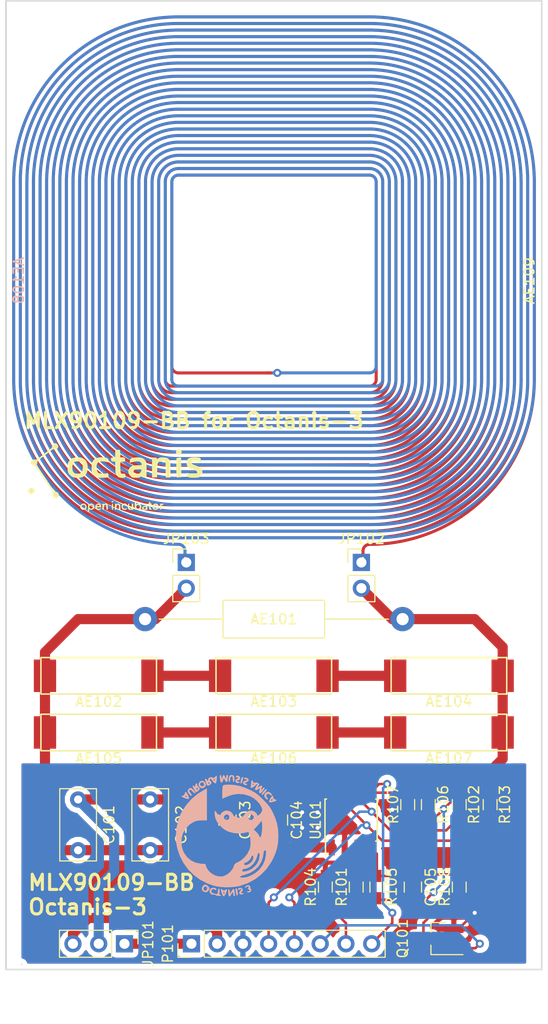
<source format=kicad_pcb>
(kicad_pcb (version 20170123) (host pcbnew "(2017-07-10 revision 2a301d588)-master")

  (general
    (thickness 1.6)
    (drawings 7)
    (tracks 166)
    (zones 0)
    (modules 30)
    (nets 20)
  )

  (page A4)
  (layers
    (0 F.Cu signal)
    (31 B.Cu signal)
    (32 B.Adhes user)
    (33 F.Adhes user)
    (34 B.Paste user)
    (35 F.Paste user)
    (36 B.SilkS user)
    (37 F.SilkS user)
    (38 B.Mask user)
    (39 F.Mask user)
    (40 Dwgs.User user)
    (41 Cmts.User user)
    (42 Eco1.User user)
    (43 Eco2.User user)
    (44 Edge.Cuts user)
    (45 Margin user)
    (46 B.CrtYd user)
    (47 F.CrtYd user)
    (48 B.Fab user)
    (49 F.Fab user)
  )

  (setup
    (last_trace_width 0.25)
    (user_trace_width 1)
    (trace_clearance 0.2)
    (zone_clearance 0.508)
    (zone_45_only no)
    (trace_min 0.2)
    (segment_width 0.2)
    (edge_width 0.15)
    (via_size 0.8)
    (via_drill 0.4)
    (via_min_size 0.4)
    (via_min_drill 0.3)
    (uvia_size 0.3)
    (uvia_drill 0.1)
    (uvias_allowed no)
    (uvia_min_size 0.2)
    (uvia_min_drill 0.1)
    (pcb_text_width 0.3)
    (pcb_text_size 1.5 1.5)
    (mod_edge_width 0.15)
    (mod_text_size 1 1)
    (mod_text_width 0.15)
    (pad_size 1.524 1.524)
    (pad_drill 0.762)
    (pad_to_mask_clearance 0.2)
    (aux_axis_origin 0 0)
    (visible_elements FFFFFF7F)
    (pcbplotparams
      (layerselection 0x010f0_ffffffff)
      (usegerberextensions true)
      (excludeedgelayer true)
      (linewidth 0.100000)
      (plotframeref false)
      (viasonmask false)
      (mode 1)
      (useauxorigin false)
      (hpglpennumber 1)
      (hpglpenspeed 20)
      (hpglpendiameter 15)
      (psnegative false)
      (psa4output false)
      (plotreference true)
      (plotvalue true)
      (plotinvisibletext false)
      (padsonsilk false)
      (subtractmaskfromsilk false)
      (outputformat 1)
      (mirror false)
      (drillshape 0)
      (scaleselection 1)
      (outputdirectory Gerber/))
  )

  (net 0 "")
  (net 1 "Net-(Q101-Pad3)")
  (net 2 GND)
  (net 3 RFID_MODU_N)
  (net 4 /RFID_VDD)
  (net 5 /RFID_MODE)
  (net 6 /RFID_DATA)
  (net 7 /RFID_CLOCK)
  (net 8 /RFID_SPEED)
  (net 9 "Net-(C105-Pad1)")
  (net 10 +3V3)
  (net 11 +5V)
  (net 12 "Net-(AE106-Pad2)")
  (net 13 "Net-(AE105-Pad2)")
  (net 14 "Net-(AE102-Pad2)")
  (net 15 "Net-(AE103-Pad2)")
  (net 16 /RFID_ANT)
  (net 17 "Net-(AE108-Pad2)")
  (net 18 "Net-(AE108-Pad1)")
  (net 19 "Net-(AE109-Pad1)")

  (net_class Default "Dies ist die voreingestellte Netzklasse."
    (clearance 0.2)
    (trace_width 0.25)
    (via_dia 0.8)
    (via_drill 0.4)
    (uvia_dia 0.3)
    (uvia_drill 0.1)
    (add_net +3V3)
    (add_net +5V)
    (add_net /RFID_ANT)
    (add_net /RFID_CLOCK)
    (add_net /RFID_DATA)
    (add_net /RFID_MODE)
    (add_net /RFID_SPEED)
    (add_net /RFID_VDD)
    (add_net GND)
    (add_net "Net-(AE102-Pad2)")
    (add_net "Net-(AE103-Pad2)")
    (add_net "Net-(AE105-Pad2)")
    (add_net "Net-(AE106-Pad2)")
    (add_net "Net-(AE108-Pad1)")
    (add_net "Net-(AE108-Pad2)")
    (add_net "Net-(AE109-Pad1)")
    (add_net "Net-(C105-Pad1)")
    (add_net "Net-(Q101-Pad3)")
    (add_net RFID_MODU_N)
  )

  (net_class Antenna ""
    (clearance 0.2)
    (trace_width 1)
    (via_dia 0.8)
    (via_drill 0.4)
    (uvia_dia 0.3)
    (uvia_drill 0.1)
  )

  (module Octanis3:octanis_open_incubator_logo (layer F.Cu) (tedit 0) (tstamp 5A2468EA)
    (at 143.002 82.55)
    (fp_text reference G*** (at 0 0) (layer F.SilkS) hide
      (effects (font (thickness 0.3)))
    )
    (fp_text value LOGO (at 0.75 0) (layer F.SilkS) hide
      (effects (font (thickness 0.3)))
    )
    (fp_poly (pts (xy 6.251632 -2.74928) (xy 6.339521 -2.68288) (xy 6.391845 -2.586321) (xy 6.394503 -2.468569)
      (xy 6.366282 -2.391258) (xy 6.310875 -2.320325) (xy 6.232499 -2.256435) (xy 6.156948 -2.218039)
      (xy 6.120852 -2.215728) (xy 6.08636 -2.229233) (xy 6.02672 -2.252983) (xy 5.912905 -2.330085)
      (xy 5.85249 -2.438045) (xy 5.850289 -2.558469) (xy 5.911112 -2.672963) (xy 5.915575 -2.677861)
      (xy 6.025559 -2.755737) (xy 6.142277 -2.776554) (xy 6.251632 -2.74928)) (layer F.SilkS) (width 0.01))
    (fp_poly (pts (xy 6.357413 -1.04554) (xy 6.361358 -0.792293) (xy 6.366176 -0.561462) (xy 6.371551 -0.36348)
      (xy 6.377167 -0.208779) (xy 6.382707 -0.107792) (xy 6.386909 -0.072571) (xy 6.383169 -0.042194)
      (xy 6.33939 -0.023188) (xy 6.24276 -0.011805) (xy 6.164498 -0.007527) (xy 5.924567 0.003088)
      (xy 5.901826 -0.134527) (xy 5.894046 -0.216741) (xy 5.887927 -0.350985) (xy 5.883442 -0.525103)
      (xy 5.880566 -0.72694) (xy 5.879274 -0.94434) (xy 5.879541 -1.165148) (xy 5.88134 -1.377207)
      (xy 5.884648 -1.568361) (xy 5.889438 -1.726456) (xy 5.895686 -1.839335) (xy 5.903365 -1.894842)
      (xy 5.905499 -1.898327) (xy 5.953996 -1.910998) (xy 6.050746 -1.927244) (xy 6.139074 -1.93908)
      (xy 6.345435 -1.96408) (xy 6.357413 -1.04554)) (layer F.SilkS) (width 0.01))
    (fp_poly (pts (xy 4.786792 -1.958072) (xy 4.959818 -1.915494) (xy 5.088803 -1.838635) (xy 5.186173 -1.721767)
      (xy 5.216071 -1.668423) (xy 5.243547 -1.610684) (xy 5.264068 -1.552424) (xy 5.278643 -1.482341)
      (xy 5.288281 -1.389133) (xy 5.293991 -1.2615) (xy 5.296784 -1.08814) (xy 5.297668 -0.857751)
      (xy 5.297714 -0.754311) (xy 5.297714 0) (xy 4.825999 0) (xy 4.825999 -1.404545)
      (xy 4.732575 -1.505352) (xy 4.674906 -1.561033) (xy 4.618484 -1.588655) (xy 4.538429 -1.594628)
      (xy 4.418861 -1.586184) (xy 4.27498 -1.565573) (xy 4.177441 -1.529317) (xy 4.104072 -1.471805)
      (xy 4.071002 -1.436845) (xy 4.046409 -1.400208) (xy 4.028683 -1.350854) (xy 4.016219 -1.277739)
      (xy 4.00741 -1.169822) (xy 4.000648 -1.016061) (xy 3.994326 -0.805413) (xy 3.991428 -0.697772)
      (xy 3.973285 -0.018142) (xy 3.728357 -0.007413) (xy 3.483428 0.003316) (xy 3.483428 -1.959428)
      (xy 3.701142 -1.959428) (xy 3.816087 -1.955305) (xy 3.895198 -1.944588) (xy 3.919412 -1.932214)
      (xy 3.937268 -1.880624) (xy 3.952007 -1.854402) (xy 3.98319 -1.829113) (xy 4.035516 -1.840575)
      (xy 4.121719 -1.888891) (xy 4.205581 -1.933288) (xy 4.293959 -1.958945) (xy 4.41028 -1.970336)
      (xy 4.557304 -1.972095) (xy 4.786792 -1.958072)) (layer F.SilkS) (width 0.01))
    (fp_poly (pts (xy 7.784461 -1.970164) (xy 7.947694 -1.961449) (xy 8.075108 -1.949429) (xy 8.093862 -1.946741)
      (xy 8.192264 -1.927984) (xy 8.245726 -1.897816) (xy 8.274938 -1.835221) (xy 8.296041 -1.741398)
      (xy 8.311682 -1.634929) (xy 8.309823 -1.565901) (xy 8.300843 -1.551376) (xy 8.252465 -1.55009)
      (xy 8.150382 -1.555721) (xy 8.01301 -1.567116) (xy 7.948396 -1.573428) (xy 7.785464 -1.585736)
      (xy 7.634006 -1.589711) (xy 7.520243 -1.584881) (xy 7.496945 -1.581562) (xy 7.40925 -1.557585)
      (xy 7.372719 -1.516489) (xy 7.365999 -1.449312) (xy 7.377562 -1.387824) (xy 7.418665 -1.334005)
      (xy 7.498935 -1.282015) (xy 7.627997 -1.226013) (xy 7.815477 -1.160155) (xy 7.874 -1.141014)
      (xy 7.985109 -1.102451) (xy 8.065126 -1.069855) (xy 8.091714 -1.054431) (xy 8.132496 -1.021231)
      (xy 8.206068 -0.971256) (xy 8.209176 -0.969274) (xy 8.30934 -0.872698) (xy 8.393509 -0.734158)
      (xy 8.445514 -0.584262) (xy 8.454571 -0.504657) (xy 8.423278 -0.360236) (xy 8.33887 -0.212281)
      (xy 8.215556 -0.084358) (xy 8.189125 -0.064421) (xy 8.126925 -0.026437) (xy 8.056697 -0.001564)
      (xy 7.960941 0.013336) (xy 7.822156 0.021403) (xy 7.692755 0.024615) (xy 7.526505 0.026007)
      (xy 7.381692 0.02417) (xy 7.277341 0.019514) (xy 7.238999 0.014898) (xy 7.156207 -0.006682)
      (xy 7.047488 -0.037866) (xy 7.030357 -0.043011) (xy 6.94935 -0.071446) (xy 6.909256 -0.107986)
      (xy 6.895695 -0.175946) (xy 6.894285 -0.263619) (xy 6.894285 -0.443051) (xy 7.048499 -0.419439)
      (xy 7.154338 -0.406828) (xy 7.306574 -0.39313) (xy 7.479113 -0.380582) (xy 7.554967 -0.37599)
      (xy 7.90722 -0.356152) (xy 7.932366 -0.456341) (xy 7.934982 -0.53697) (xy 7.893171 -0.60545)
      (xy 7.799214 -0.667705) (xy 7.645392 -0.729661) (xy 7.527263 -0.767325) (xy 7.399812 -0.809101)
      (xy 7.304755 -0.846914) (xy 7.258942 -0.873875) (xy 7.257142 -0.8778) (xy 7.228271 -0.905893)
      (xy 7.211785 -0.90835) (xy 7.151678 -0.930946) (xy 7.091111 -0.972544) (xy 6.970493 -1.105326)
      (xy 6.906121 -1.262983) (xy 6.889249 -1.426103) (xy 6.907884 -1.619929) (xy 6.972017 -1.767885)
      (xy 7.086181 -1.873386) (xy 7.254909 -1.93985) (xy 7.482734 -1.970694) (xy 7.61595 -1.973844)
      (xy 7.784461 -1.970164)) (layer F.SilkS) (width 0.01))
    (fp_poly (pts (xy 2.169954 -1.970264) (xy 2.378099 -1.944904) (xy 2.540899 -1.895564) (xy 2.68812 -1.814206)
      (xy 2.790894 -1.717247) (xy 2.876577 -1.578543) (xy 2.880338 -1.571159) (xy 2.901208 -1.518049)
      (xy 2.916676 -1.445792) (xy 2.927472 -1.343911) (xy 2.934327 -1.201927) (xy 2.937971 -1.009363)
      (xy 2.939134 -0.75574) (xy 2.939142 -0.727516) (xy 2.939142 0) (xy 2.723231 0)
      (xy 2.586701 -0.006253) (xy 2.507405 -0.02725) (xy 2.475069 -0.057628) (xy 2.447879 -0.089754)
      (xy 2.405775 -0.089084) (xy 2.327725 -0.053421) (xy 2.301447 -0.039485) (xy 2.192411 0.006061)
      (xy 2.066977 0.027943) (xy 1.905537 0.031345) (xy 1.764316 0.0266) (xy 1.642206 0.018987)
      (xy 1.568052 0.010507) (xy 1.462736 -0.038213) (xy 1.349955 -0.134275) (xy 1.248443 -0.257341)
      (xy 1.17693 -0.387074) (xy 1.162625 -0.429656) (xy 1.143858 -0.529471) (xy 1.650004 -0.529471)
      (xy 1.66732 -0.458364) (xy 1.691194 -0.408161) (xy 1.727091 -0.379552) (xy 1.793293 -0.366499)
      (xy 1.908086 -0.362964) (xy 1.956507 -0.362857) (xy 2.100594 -0.366832) (xy 2.194883 -0.382342)
      (xy 2.261888 -0.414765) (xy 2.298278 -0.4445) (xy 2.360875 -0.521187) (xy 2.413069 -0.616981)
      (xy 2.444601 -0.707857) (xy 2.445214 -0.769794) (xy 2.440275 -0.777058) (xy 2.389545 -0.791262)
      (xy 2.287481 -0.798106) (xy 2.154866 -0.798342) (xy 2.012483 -0.792722) (xy 1.881115 -0.781999)
      (xy 1.781544 -0.766924) (xy 1.737923 -0.751635) (xy 1.665567 -0.654514) (xy 1.650004 -0.529471)
      (xy 1.143858 -0.529471) (xy 1.139675 -0.551717) (xy 1.149416 -0.660416) (xy 1.176201 -0.751279)
      (xy 1.257154 -0.916827) (xy 1.376831 -1.040852) (xy 1.542036 -1.126678) (xy 1.759572 -1.177629)
      (xy 2.036243 -1.197029) (xy 2.089436 -1.197428) (xy 2.274694 -1.199949) (xy 2.395039 -1.211519)
      (xy 2.458066 -1.238149) (xy 2.47137 -1.285848) (xy 2.442544 -1.360627) (xy 2.396452 -1.440388)
      (xy 2.318319 -1.524656) (xy 2.203634 -1.574373) (xy 2.046018 -1.589873) (xy 1.839092 -1.571492)
      (xy 1.576476 -1.519564) (xy 1.455711 -1.489811) (xy 1.358319 -1.467644) (xy 1.2957 -1.45883)
      (xy 1.285228 -1.46039) (xy 1.283293 -1.499687) (xy 1.291073 -1.587229) (xy 1.2992 -1.649794)
      (xy 1.316423 -1.75048) (xy 1.343876 -1.810628) (xy 1.400067 -1.850709) (xy 1.503507 -1.891189)
      (xy 1.524111 -1.898515) (xy 1.718595 -1.94714) (xy 1.941998 -1.971033) (xy 2.169954 -1.970264)) (layer F.SilkS) (width 0.01))
    (fp_poly (pts (xy 0.260093 -2.711919) (xy 0.320039 -2.690304) (xy 0.328453 -2.676071) (xy 0.330055 -2.621207)
      (xy 0.332739 -2.513112) (xy 0.336032 -2.371109) (xy 0.337524 -2.304142) (xy 0.344714 -1.977571)
      (xy 0.554961 -1.966641) (xy 0.676486 -1.956765) (xy 0.745857 -1.937517) (xy 0.783488 -1.900383)
      (xy 0.79989 -1.864493) (xy 0.826629 -1.755899) (xy 0.834571 -1.668438) (xy 0.831656 -1.612816)
      (xy 0.812174 -1.580612) (xy 0.760019 -1.564226) (xy 0.659086 -1.556058) (xy 0.589642 -1.552872)
      (xy 0.344714 -1.542142) (xy 0.345365 -1.088571) (xy 0.350106 -0.861478) (xy 0.362899 -0.673761)
      (xy 0.382646 -0.538883) (xy 0.393536 -0.498928) (xy 0.424669 -0.420003) (xy 0.461666 -0.379629)
      (xy 0.527318 -0.364888) (xy 0.633581 -0.362857) (xy 0.756499 -0.354793) (xy 0.827813 -0.32063)
      (xy 0.861188 -0.245411) (xy 0.870286 -0.11418) (xy 0.870361 -0.103667) (xy 0.861165 -0.038624)
      (xy 0.824429 0.002872) (xy 0.747647 0.025713) (xy 0.618316 0.03479) (xy 0.514103 0.035675)
      (xy 0.349369 0.027115) (xy 0.231082 -0.001013) (xy 0.156394 -0.039079) (xy 0.070941 -0.116842)
      (xy -0.012446 -0.228544) (xy -0.043177 -0.283397) (xy -0.076299 -0.357834) (xy -0.100062 -0.434776)
      (xy -0.116413 -0.528855) (xy -0.127303 -0.654702) (xy -0.134678 -0.826948) (xy -0.139295 -1.005144)
      (xy -0.151589 -1.556716) (xy -0.337666 -1.567572) (xy -0.447578 -1.576761) (xy -0.506756 -1.597499)
      (xy -0.536965 -1.644487) (xy -0.555868 -1.714947) (xy -0.57631 -1.839371) (xy -0.558191 -1.913341)
      (xy -0.490895 -1.949216) (xy -0.363807 -1.959354) (xy -0.345854 -1.959428) (xy -0.145143 -1.959428)
      (xy -0.145143 -2.318053) (xy -0.144192 -2.482286) (xy -0.139315 -2.588102) (xy -0.127476 -2.649651)
      (xy -0.105639 -2.681082) (xy -0.070768 -2.696546) (xy -0.0635 -2.698558) (xy 0.045989 -2.717327)
      (xy 0.161298 -2.721353) (xy 0.260093 -2.711919)) (layer F.SilkS) (width 0.01))
    (fp_poly (pts (xy -1.310848 -1.979157) (xy -1.288143 -1.976717) (xy -1.085759 -1.94355) (xy -0.945663 -1.897003)
      (xy -0.857777 -1.82912) (xy -0.812019 -1.731941) (xy -0.798311 -1.59751) (xy -0.798286 -1.589979)
      (xy -0.804554 -1.514215) (xy -0.837145 -1.492833) (xy -0.898072 -1.503287) (xy -1.190311 -1.563878)
      (xy -1.425723 -1.589887) (xy -1.61141 -1.581072) (xy -1.754478 -1.537191) (xy -1.84919 -1.470895)
      (xy -1.938693 -1.34168) (xy -1.990327 -1.17471) (xy -2.005698 -0.987793) (xy -1.986409 -0.798738)
      (xy -1.934064 -0.625354) (xy -1.850267 -0.485449) (xy -1.753172 -0.404901) (xy -1.673491 -0.383531)
      (xy -1.544716 -0.369929) (xy -1.389563 -0.364163) (xy -1.230748 -0.366305) (xy -1.090988 -0.376424)
      (xy -0.992999 -0.394589) (xy -0.973434 -0.402504) (xy -0.897032 -0.421642) (xy -0.847637 -0.379701)
      (xy -0.82278 -0.273324) (xy -0.81874 -0.192153) (xy -0.816429 -0.020455) (xy -0.961572 0.005824)
      (xy -1.12016 0.024583) (xy -1.312342 0.032617) (xy -1.515887 0.030556) (xy -1.708563 0.019028)
      (xy -1.86814 -0.001337) (xy -1.953329 -0.022242) (xy -2.155481 -0.126263) (xy -2.312037 -0.283459)
      (xy -2.399285 -0.430551) (xy -2.437511 -0.521202) (xy -2.46148 -0.614434) (xy -2.474108 -0.730532)
      (xy -2.478311 -0.889779) (xy -2.478238 -0.979714) (xy -2.465423 -1.243025) (xy -2.426465 -1.449758)
      (xy -2.35572 -1.612951) (xy -2.247542 -1.745643) (xy -2.096875 -1.860499) (xy -1.990944 -1.904889)
      (xy -1.835954 -1.942316) (xy -1.655326 -1.969413) (xy -1.472484 -1.982815) (xy -1.310848 -1.979157)) (layer F.SilkS) (width 0.01))
    (fp_poly (pts (xy -3.688795 -1.969133) (xy -3.564911 -1.957539) (xy -3.463525 -1.932255) (xy -3.359674 -1.88876)
      (xy -3.333996 -1.876288) (xy -3.141782 -1.748712) (xy -3.002103 -1.579285) (xy -2.912603 -1.36346)
      (xy -2.870926 -1.09669) (xy -2.867118 -0.975204) (xy -2.888374 -0.688948) (xy -2.955461 -0.454853)
      (xy -3.071498 -0.266409) (xy -3.239603 -0.117107) (xy -3.294802 -0.082382) (xy -3.383411 -0.0352)
      (xy -3.468777 -0.004744) (xy -3.571921 0.013311) (xy -3.713866 0.02329) (xy -3.827645 0.027236)
      (xy -4.028918 0.028649) (xy -4.174128 0.018602) (xy -4.279096 -0.004398) (xy -4.316394 -0.018909)
      (xy -4.529533 -0.144586) (xy -4.686929 -0.308205) (xy -4.754676 -0.41971) (xy -4.796084 -0.508909)
      (xy -4.822477 -0.595571) (xy -4.837101 -0.699928) (xy -4.843203 -0.842214) (xy -4.844143 -0.977188)
      (xy -4.843463 -1.031844) (xy -4.388918 -1.031844) (xy -4.382505 -0.832187) (xy -4.339044 -0.646721)
      (xy -4.258314 -0.494398) (xy -4.200815 -0.433982) (xy -4.132935 -0.394099) (xy -4.036767 -0.3726)
      (xy -3.892025 -0.365336) (xy -3.864429 -0.365218) (xy -3.722732 -0.371441) (xy -3.610563 -0.388043)
      (xy -3.553274 -0.409368) (xy -3.445949 -0.535591) (xy -3.376159 -0.711186) (xy -3.347238 -0.921516)
      (xy -3.36252 -1.151945) (xy -3.372198 -1.204137) (xy -3.422004 -1.372113) (xy -3.497034 -1.483731)
      (xy -3.609843 -1.548468) (xy -3.772982 -1.575804) (xy -3.867924 -1.578428) (xy -4.048691 -1.569245)
      (xy -4.162367 -1.541956) (xy -4.188076 -1.526427) (xy -4.291482 -1.397917) (xy -4.358503 -1.226739)
      (xy -4.388918 -1.031844) (xy -4.843463 -1.031844) (xy -4.84185 -1.161334) (xy -4.833103 -1.29191)
      (xy -4.815101 -1.387829) (xy -4.785042 -1.467999) (xy -4.765824 -1.505857) (xy -4.640159 -1.693559)
      (xy -4.489134 -1.828459) (xy -4.302172 -1.915994) (xy -4.068698 -1.961602) (xy -3.860139 -1.971556)
      (xy -3.688795 -1.969133)) (layer F.SilkS) (width 0.01))
    (fp_poly (pts (xy -8.311291 1.045325) (xy -8.237465 1.080784) (xy -8.17876 1.143514) (xy -8.105332 1.27535)
      (xy -8.103809 1.398813) (xy -8.174265 1.515873) (xy -8.193486 1.535355) (xy -8.318153 1.612509)
      (xy -8.457424 1.632739) (xy -8.58838 1.594572) (xy -8.632194 1.563588) (xy -8.71354 1.450175)
      (xy -8.735132 1.317048) (xy -8.695185 1.187031) (xy -8.664965 1.144881) (xy -8.584095 1.073553)
      (xy -8.484986 1.043493) (xy -8.421541 1.039263) (xy -8.311291 1.045325)) (layer F.SilkS) (width 0.01))
    (fp_poly (pts (xy -5.953389 -3.337902) (xy -5.87997 -3.27298) (xy -5.79126 -3.144365) (xy -5.769888 -3.013596)
      (xy -5.813483 -2.893777) (xy -5.919674 -2.798013) (xy -5.970473 -2.772903) (xy -6.076886 -2.741756)
      (xy -6.163623 -2.754456) (xy -6.182225 -2.762271) (xy -6.241294 -2.780061) (xy -6.301402 -2.768961)
      (xy -6.384305 -2.722204) (xy -6.445128 -2.68051) (xy -6.589382 -2.577193) (xy -6.700442 -2.492574)
      (xy -6.805773 -2.405516) (xy -6.833842 -2.381402) (xy -6.903894 -2.324437) (xy -7.008508 -2.243314)
      (xy -7.112 -2.165335) (xy -7.307867 -2.016862) (xy -7.542058 -1.833626) (xy -7.774215 -1.648317)
      (xy -7.82088 -1.575709) (xy -7.837715 -1.487577) (xy -7.850881 -1.385551) (xy -7.878003 -1.31336)
      (xy -7.885047 -1.285117) (xy -7.875448 -1.240709) (xy -7.845234 -1.173171) (xy -7.790434 -1.075537)
      (xy -7.707075 -0.940841) (xy -7.591185 -0.762118) (xy -7.438792 -0.5324) (xy -7.397217 -0.47021)
      (xy -7.255548 -0.259578) (xy -7.126426 -0.069628) (xy -7.015498 0.091497) (xy -6.928408 0.215658)
      (xy -6.870801 0.294712) (xy -6.848929 0.320524) (xy -6.824032 0.362297) (xy -6.821715 0.384024)
      (xy -6.806169 0.430743) (xy -6.7945 0.43597) (xy -6.763947 0.46523) (xy -6.709555 0.541574)
      (xy -6.642879 0.64873) (xy -6.640286 0.653143) (xy -6.573374 0.76114) (xy -6.518311 0.838936)
      (xy -6.486653 0.870261) (xy -6.486072 0.870316) (xy -6.461502 0.900169) (xy -6.458858 0.922262)
      (xy -6.442601 0.976516) (xy -6.431643 0.985762) (xy -6.39942 1.020218) (xy -6.34096 1.099017)
      (xy -6.268846 1.205187) (xy -6.267987 1.206501) (xy -6.18493 1.324036) (xy -6.120168 1.388935)
      (xy -6.059937 1.413668) (xy -6.037728 1.415143) (xy -5.938323 1.433875) (xy -5.841419 1.475688)
      (xy -5.753851 1.564616) (xy -5.710839 1.685914) (xy -5.715343 1.814259) (xy -5.770328 1.924329)
      (xy -5.786945 1.941286) (xy -5.87543 2.005816) (xy -5.968502 2.049666) (xy -6.04701 2.066951)
      (xy -6.091803 2.05179) (xy -6.096001 2.036233) (xy -6.126093 2.001994) (xy -6.165463 1.986014)
      (xy -6.251657 1.929181) (xy -6.305315 1.824451) (xy -6.318801 1.692096) (xy -6.305905 1.613262)
      (xy -6.28921 1.537133) (xy -6.291057 1.474715) (xy -6.317955 1.405579) (xy -6.376412 1.3093)
      (xy -6.426841 1.233715) (xy -6.505291 1.120739) (xy -6.569924 1.033836) (xy -6.609039 0.988587)
      (xy -6.613072 0.985762) (xy -6.637969 0.94399) (xy -6.640286 0.922262) (xy -6.655832 0.875544)
      (xy -6.667501 0.870316) (xy -6.698054 0.841056) (xy -6.752446 0.764713) (xy -6.819122 0.657557)
      (xy -6.821715 0.653143) (xy -6.888627 0.545147) (xy -6.94369 0.46735) (xy -6.975348 0.436026)
      (xy -6.975929 0.43597) (xy -7.000499 0.406117) (xy -7.003143 0.384024) (xy -7.0194 0.329771)
      (xy -7.030358 0.320524) (xy -7.057585 0.287978) (xy -7.118437 0.203737) (xy -7.206708 0.076769)
      (xy -7.316192 -0.083957) (xy -7.440683 -0.269473) (xy -7.490707 -0.344714) (xy -7.652867 -0.588555)
      (xy -7.780865 -0.778398) (xy -7.880268 -0.920976) (xy -7.95664 -1.02302) (xy -8.01555 -1.091264)
      (xy -8.062562 -1.13244) (xy -8.103245 -1.153281) (xy -8.143163 -1.160519) (xy -8.165718 -1.161142)
      (xy -8.300588 -1.193563) (xy -8.400866 -1.280663) (xy -8.451385 -1.407198) (xy -8.454572 -1.45147)
      (xy -8.424258 -1.598634) (xy -8.339819 -1.703858) (xy -8.211005 -1.759643) (xy -8.053851 -1.75959)
      (xy -7.99498 -1.752764) (xy -7.939648 -1.757857) (xy -7.877489 -1.780744) (xy -7.798138 -1.827297)
      (xy -7.691227 -1.903388) (xy -7.546393 -2.014892) (xy -7.402286 -2.12875) (xy -7.316583 -2.196044)
      (xy -7.190098 -2.294477) (xy -7.03965 -2.411045) (xy -6.882057 -2.532742) (xy -6.734139 -2.646564)
      (xy -6.612713 -2.739505) (xy -6.594914 -2.753055) (xy -6.484959 -2.840403) (xy -6.422112 -2.904976)
      (xy -6.393519 -2.964876) (xy -6.386324 -3.038208) (xy -6.386286 -3.04686) (xy -6.355618 -3.196276)
      (xy -6.267778 -3.303427) (xy -6.129015 -3.360926) (xy -6.119128 -3.362648) (xy -6.026121 -3.367835)
      (xy -5.953389 -3.337902)) (layer F.SilkS) (width 0.01))
    (fp_poly (pts (xy -0.363302 2.345331) (xy -0.3335 2.386534) (xy -0.335633 2.403948) (xy -0.38056 2.450574)
      (xy -0.446724 2.458719) (xy -0.49057 2.429991) (xy -0.492177 2.371228) (xy -0.478249 2.350592)
      (xy -0.422242 2.329351) (xy -0.363302 2.345331)) (layer F.SilkS) (width 0.01))
    (fp_poly (pts (xy 4.384366 2.5997) (xy 4.390571 2.619829) (xy 4.401281 2.645074) (xy 4.434114 2.619829)
      (xy 4.505719 2.579114) (xy 4.572086 2.58535) (xy 4.607267 2.634381) (xy 4.608285 2.647719)
      (xy 4.589995 2.699897) (xy 4.558535 2.700061) (xy 4.486683 2.704287) (xy 4.431262 2.77042)
      (xy 4.39786 2.888607) (xy 4.390571 2.996164) (xy 4.385567 3.115635) (xy 4.368037 3.17673)
      (xy 4.336142 3.193143) (xy 4.308931 3.179976) (xy 4.292277 3.132043) (xy 4.283948 3.036703)
      (xy 4.281714 2.884715) (xy 4.284038 2.730517) (xy 4.292496 2.636142) (xy 4.309321 2.588948)
      (xy 4.336142 2.576286) (xy 4.384366 2.5997)) (layer F.SilkS) (width 0.01))
    (fp_poly (pts (xy 3.961181 2.606792) (xy 4.062792 2.686627) (xy 4.125664 2.798266) (xy 4.142485 2.924184)
      (xy 4.105944 3.046855) (xy 4.052589 3.114247) (xy 3.93725 3.179195) (xy 3.800721 3.194881)
      (xy 3.670849 3.161617) (xy 3.59861 3.109162) (xy 3.528442 2.989227) (xy 3.518217 2.867005)
      (xy 3.642888 2.867005) (xy 3.650296 2.964398) (xy 3.702419 3.046474) (xy 3.745711 3.074716)
      (xy 3.849699 3.087137) (xy 3.949553 3.033382) (xy 4.00757 2.962947) (xy 4.021793 2.880907)
      (xy 3.985598 2.792061) (xy 3.914148 2.720683) (xy 3.838341 2.692024) (xy 3.741972 2.709909)
      (xy 3.675134 2.775206) (xy 3.642888 2.867005) (xy 3.518217 2.867005) (xy 3.517548 2.859012)
      (xy 3.558347 2.736117) (xy 3.643258 2.63814) (xy 3.764702 2.582683) (xy 3.828142 2.576286)
      (xy 3.961181 2.606792)) (layer F.SilkS) (width 0.01))
    (fp_poly (pts (xy 3.291347 2.426401) (xy 3.301999 2.485572) (xy 3.319008 2.556707) (xy 3.374571 2.576286)
      (xy 3.433673 2.598975) (xy 3.447142 2.630715) (xy 3.416891 2.675041) (xy 3.374571 2.685143)
      (xy 3.327393 2.697093) (xy 3.306333 2.745582) (xy 3.301999 2.832672) (xy 3.312933 2.954526)
      (xy 3.341193 3.049594) (xy 3.379971 3.101348) (xy 3.412677 3.101304) (xy 3.442227 3.110585)
      (xy 3.447142 3.136573) (xy 3.418233 3.178374) (xy 3.351257 3.194122) (xy 3.27584 3.183923)
      (xy 3.221608 3.147883) (xy 3.215167 3.135747) (xy 3.202671 3.068237) (xy 3.19469 2.957982)
      (xy 3.193142 2.881747) (xy 3.188121 2.762404) (xy 3.170534 2.701436) (xy 3.138714 2.685143)
      (xy 3.090435 2.664947) (xy 3.084285 2.647719) (xy 3.113282 2.603532) (xy 3.138714 2.589408)
      (xy 3.181008 2.540845) (xy 3.193142 2.48169) (xy 3.212778 2.411646) (xy 3.247571 2.394858)
      (xy 3.291347 2.426401)) (layer F.SilkS) (width 0.01))
    (fp_poly (pts (xy 2.852915 2.597902) (xy 2.935973 2.645775) (xy 2.939142 2.648858) (xy 2.982077 2.709387)
      (xy 3.004499 2.79561) (xy 3.011636 2.929276) (xy 3.011714 2.950791) (xy 3.011714 3.180153)
      (xy 2.80058 3.185972) (xy 2.671495 3.182069) (xy 2.577452 3.16492) (xy 2.54658 3.148924)
      (xy 2.514662 3.082743) (xy 2.503714 3.00356) (xy 2.504931 2.999968) (xy 2.619978 2.999968)
      (xy 2.633295 3.046505) (xy 2.645598 3.062217) (xy 2.70572 3.112804) (xy 2.774592 3.109756)
      (xy 2.832671 3.08301) (xy 2.889577 3.022864) (xy 2.902857 2.974152) (xy 2.874846 2.919391)
      (xy 2.805146 2.902211) (xy 2.715255 2.9245) (xy 2.666233 2.95336) (xy 2.619978 2.999968)
      (xy 2.504931 2.999968) (xy 2.535396 2.910085) (xy 2.629033 2.851945) (xy 2.782506 2.830393)
      (xy 2.796362 2.830286) (xy 2.880968 2.817315) (xy 2.89788 2.779735) (xy 2.848121 2.721174)
      (xy 2.766589 2.692803) (xy 2.666692 2.696307) (xy 2.575937 2.702313) (xy 2.541242 2.678903)
      (xy 2.539999 2.668601) (xy 2.570712 2.613805) (xy 2.647975 2.583021) (xy 2.749479 2.577352)
      (xy 2.852915 2.597902)) (layer F.SilkS) (width 0.01))
    (fp_poly (pts (xy 1.896268 2.333199) (xy 1.91765 2.378318) (xy 1.923134 2.476218) (xy 1.923142 2.48242)
      (xy 1.923142 2.642554) (xy 2.0256 2.60388) (xy 2.168617 2.581503) (xy 2.290856 2.624119)
      (xy 2.379584 2.72698) (xy 2.418621 2.872261) (xy 2.397857 3.019518) (xy 2.334373 3.127262)
      (xy 2.254775 3.17312) (xy 2.143901 3.19251) (xy 2.035034 3.18341) (xy 1.966685 3.149601)
      (xy 1.93073 3.124356) (xy 1.923142 3.149601) (xy 1.892825 3.184947) (xy 1.850571 3.193143)
      (xy 1.819936 3.188871) (xy 1.799392 3.168038) (xy 1.786934 3.118616) (xy 1.780557 3.028581)
      (xy 1.778456 2.898192) (xy 1.923142 2.898192) (xy 1.948329 3.011297) (xy 2.024071 3.072353)
      (xy 2.104571 3.084286) (xy 2.19306 3.068445) (xy 2.242457 3.040743) (xy 2.279929 2.959483)
      (xy 2.279806 2.853672) (xy 2.243734 2.759803) (xy 2.228979 2.742164) (xy 2.137364 2.690893)
      (xy 2.04393 2.699797) (xy 1.967249 2.759402) (xy 1.925889 2.860235) (xy 1.923142 2.898192)
      (xy 1.778456 2.898192) (xy 1.778257 2.885905) (xy 1.777999 2.757715) (xy 1.778712 2.573908)
      (xy 1.782184 2.450643) (xy 1.790421 2.375893) (xy 1.805427 2.337632) (xy 1.829206 2.323834)
      (xy 1.850571 2.322286) (xy 1.896268 2.333199)) (layer F.SilkS) (width 0.01))
    (fp_poly (pts (xy 1.595753 2.582091) (xy 1.617333 2.609024) (xy 1.628427 2.671358) (xy 1.632436 2.78337)
      (xy 1.632857 2.880814) (xy 1.632857 3.185343) (xy 1.415429 3.188403) (xy 1.289416 3.186546)
      (xy 1.21365 3.172034) (xy 1.166051 3.138151) (xy 1.141372 3.105038) (xy 1.107164 3.016328)
      (xy 1.091775 2.899233) (xy 1.09399 2.775747) (xy 1.112593 2.667864) (xy 1.14637 2.597578)
      (xy 1.170214 2.58305) (xy 1.204605 2.585419) (xy 1.223875 2.618815) (xy 1.232177 2.697925)
      (xy 1.233714 2.80768) (xy 1.245578 2.972433) (xy 1.282075 3.070394) (xy 1.344558 3.103509)
      (xy 1.423277 3.079933) (xy 1.459929 3.045085) (xy 1.479882 2.978592) (xy 1.487304 2.863049)
      (xy 1.487714 2.810867) (xy 1.49 2.683643) (xy 1.500173 2.612859) (xy 1.523206 2.582439)
      (xy 1.560285 2.576286) (xy 1.595753 2.582091)) (layer F.SilkS) (width 0.01))
    (fp_poly (pts (xy 0.882792 2.590997) (xy 0.965861 2.629534) (xy 0.996716 2.6835) (xy 0.992878 2.703175)
      (xy 0.958516 2.737185) (xy 0.905901 2.720765) (xy 0.784772 2.686746) (xy 0.682571 2.720771)
      (xy 0.630689 2.777344) (xy 0.594847 2.883552) (xy 0.615419 2.981899) (xy 0.678583 3.056316)
      (xy 0.770519 3.09073) (xy 0.877407 3.069071) (xy 0.880293 3.067599) (xy 0.951451 3.038328)
      (xy 0.985347 3.050884) (xy 0.992472 3.065196) (xy 0.98707 3.130604) (xy 0.918641 3.174655)
      (xy 0.794731 3.192899) (xy 0.775519 3.193143) (xy 0.661328 3.182006) (xy 0.584895 3.1395)
      (xy 0.546919 3.097536) (xy 0.484103 2.970365) (xy 0.477691 2.837732) (xy 0.520581 2.716793)
      (xy 0.605668 2.624703) (xy 0.725851 2.578617) (xy 0.762736 2.576286) (xy 0.882792 2.590997)) (layer F.SilkS) (width 0.01))
    (fp_poly (pts (xy -0.074834 2.600862) (xy -0.064876 2.617516) (xy -0.034977 2.638477) (xy 0.023385 2.612207)
      (xy 0.129574 2.582238) (xy 0.235922 2.607528) (xy 0.314607 2.679445) (xy 0.327854 2.706662)
      (xy 0.348044 2.796125) (xy 0.360691 2.922118) (xy 0.362857 2.995934) (xy 0.35963 3.110433)
      (xy 0.345712 3.169769) (xy 0.314744 3.191222) (xy 0.290285 3.193143) (xy 0.251085 3.185826)
      (xy 0.229191 3.153207) (xy 0.219701 3.079283) (xy 0.217714 2.956147) (xy 0.213569 2.819915)
      (xy 0.198769 2.740367) (xy 0.169762 2.701967) (xy 0.158353 2.696373) (xy 0.073624 2.689158)
      (xy 0.01497 2.744669) (xy -0.019337 2.865431) (xy -0.028946 2.97013) (xy -0.037904 3.094215)
      (xy -0.053442 3.161881) (xy -0.081472 3.189276) (xy -0.110589 3.193143) (xy -0.145068 3.186988)
      (xy -0.166132 3.159092) (xy -0.17703 3.095312) (xy -0.18101 2.981504) (xy -0.181429 2.884715)
      (xy -0.178812 2.728571) (xy -0.169651 2.633059) (xy -0.151979 2.586387) (xy -0.130024 2.576286)
      (xy -0.074834 2.600862)) (layer F.SilkS) (width 0.01))
    (fp_poly (pts (xy -0.390075 2.589454) (xy -0.37342 2.637386) (xy -0.365092 2.732726) (xy -0.362858 2.884715)
      (xy -0.365181 3.038913) (xy -0.37364 3.133287) (xy -0.390465 3.180482) (xy -0.417286 3.193143)
      (xy -0.444498 3.179976) (xy -0.461152 3.132043) (xy -0.46948 3.036703) (xy -0.471715 2.884715)
      (xy -0.469391 2.730517) (xy -0.460932 2.636142) (xy -0.444108 2.588948) (xy -0.417286 2.576286)
      (xy -0.390075 2.589454)) (layer F.SilkS) (width 0.01))
    (fp_poly (pts (xy -1.308548 2.600862) (xy -1.298591 2.617516) (xy -1.267831 2.637639) (xy -1.206618 2.60989)
      (xy -1.102928 2.581763) (xy -0.998737 2.608472) (xy -0.921396 2.67993) (xy -0.903248 2.721755)
      (xy -0.887815 2.811109) (xy -0.877006 2.936085) (xy -0.874475 3.002643) (xy -0.875657 3.114551)
      (xy -0.888956 3.171687) (xy -0.920732 3.191625) (xy -0.943429 3.193143) (xy -0.985614 3.184349)
      (xy -1.007446 3.146431) (xy -1.01531 3.062091) (xy -1.016001 2.99654) (xy -1.021965 2.838313)
      (xy -1.042298 2.741068) (xy -1.080655 2.69401) (xy -1.121483 2.685143) (xy -1.199726 2.707552)
      (xy -1.247301 2.780122) (xy -1.268208 2.910866) (xy -1.270001 2.982686) (xy -1.272833 3.101806)
      (xy -1.2852 3.165282) (xy -1.312905 3.189948) (xy -1.342572 3.193143) (xy -1.377858 3.187404)
      (xy -1.399412 3.160725) (xy -1.410572 3.098916) (xy -1.414677 2.987788) (xy -1.415143 2.884715)
      (xy -1.412526 2.728571) (xy -1.403365 2.633059) (xy -1.385694 2.586387) (xy -1.363739 2.576286)
      (xy -1.308548 2.600862)) (layer F.SilkS) (width 0.01))
    (fp_poly (pts (xy -1.696431 2.606793) (xy -1.596815 2.684109) (xy -1.534345 2.786923) (xy -1.524001 2.84678)
      (xy -1.527939 2.89642) (xy -1.550693 2.924068) (xy -1.608668 2.936148) (xy -1.718268 2.939085)
      (xy -1.759858 2.939143) (xy -1.903239 2.945323) (xy -1.977286 2.965258) (xy -1.984291 3.001047)
      (xy -1.926549 3.054785) (xy -1.903514 3.070454) (xy -1.820337 3.109619) (xy -1.74253 3.09878)
      (xy -1.719366 3.088972) (xy -1.63351 3.064288) (xy -1.583765 3.07661) (xy -1.584046 3.119803)
      (xy -1.599253 3.141945) (xy -1.666298 3.176291) (xy -1.784571 3.192481) (xy -1.817893 3.193143)
      (xy -1.931948 3.186939) (xy -2.000912 3.161145) (xy -2.051727 3.10499) (xy -2.056564 3.097722)
      (xy -2.10085 2.992566) (xy -2.119086 2.875306) (xy -2.100013 2.801258) (xy -1.995715 2.801258)
      (xy -1.96327 2.818573) (xy -1.881184 2.828957) (xy -1.832429 2.830286) (xy -1.735031 2.824518)
      (xy -1.676622 2.809925) (xy -1.669143 2.801258) (xy -1.700269 2.741019) (xy -1.77353 2.696051)
      (xy -1.832429 2.685143) (xy -1.91714 2.707277) (xy -1.980376 2.759374) (xy -1.995715 2.801258)
      (xy -2.100013 2.801258) (xy -2.086072 2.74714) (xy -1.999401 2.644167) (xy -1.877629 2.584373)
      (xy -1.810613 2.576286) (xy -1.696431 2.606793)) (layer F.SilkS) (width 0.01))
    (fp_poly (pts (xy -3.150819 2.606792) (xy -3.049208 2.686627) (xy -2.986336 2.798266) (xy -2.969515 2.924184)
      (xy -3.006056 3.046855) (xy -3.059411 3.114247) (xy -3.17475 3.179195) (xy -3.311279 3.194881)
      (xy -3.441151 3.161617) (xy -3.51339 3.109162) (xy -3.583558 2.989227) (xy -3.593084 2.875363)
      (xy -3.477928 2.875363) (xy -3.460092 2.968872) (xy -3.390242 3.043462) (xy -3.312327 3.091489)
      (xy -3.244178 3.090423) (xy -3.207944 3.076161) (xy -3.132292 3.014937) (xy -3.097559 2.950801)
      (xy -3.098243 2.842693) (xy -3.146687 2.757107) (xy -3.225107 2.704031) (xy -3.315719 2.693456)
      (xy -3.400738 2.735369) (xy -3.426943 2.765789) (xy -3.477928 2.875363) (xy -3.593084 2.875363)
      (xy -3.594452 2.859012) (xy -3.553653 2.736117) (xy -3.468742 2.63814) (xy -3.347298 2.582683)
      (xy -3.283858 2.576286) (xy -3.150819 2.606792)) (layer F.SilkS) (width 0.01))
    (fp_poly (pts (xy -2.721779 2.603541) (xy -2.710846 2.621643) (xy -2.686616 2.648804) (xy -2.646136 2.621643)
      (xy -2.55379 2.579601) (xy -2.439166 2.58748) (xy -2.329192 2.641856) (xy -2.302494 2.665351)
      (xy -2.230019 2.782177) (xy -2.211085 2.917557) (xy -2.245977 3.046294) (xy -2.297411 3.114247)
      (xy -2.392895 3.169358) (xy -2.510299 3.192891) (xy -2.619475 3.182045) (xy -2.677886 3.149601)
      (xy -2.704589 3.138237) (xy -2.717963 3.17979) (xy -2.721429 3.276601) (xy -2.72798 3.386838)
      (xy -2.750432 3.438611) (xy -2.775858 3.447143) (xy -2.799324 3.436226) (xy -2.815111 3.396073)
      (xy -2.824607 3.315581) (xy -2.829199 3.183649) (xy -2.830286 3.011715) (xy -2.829264 2.88675)
      (xy -2.707293 2.88675) (xy -2.691142 2.984518) (xy -2.628183 3.060669) (xy -2.604289 3.073868)
      (xy -2.496992 3.089345) (xy -2.404748 3.037205) (xy -2.351627 2.956534) (xy -2.339353 2.854648)
      (xy -2.380978 2.760056) (xy -2.461107 2.697303) (xy -2.521858 2.685143) (xy -2.617957 2.714924)
      (xy -2.681334 2.789506) (xy -2.707293 2.88675) (xy -2.829264 2.88675) (xy -2.828735 2.822085)
      (xy -2.823247 2.6944) (xy -2.812576 2.618081) (xy -2.795471 2.582552) (xy -2.778881 2.576286)
      (xy -2.721779 2.603541)) (layer F.SilkS) (width 0.01))
  )

  (module Octanis3:octanis3_logo (layer B.Cu) (tedit 0) (tstamp 5A24660B)
    (at 153.924 117.856)
    (fp_text reference G*** (at 0 0) (layer B.SilkS) hide
      (effects (font (thickness 0.3)) (justify mirror))
    )
    (fp_text value LOGO (at 0.75 0) (layer B.SilkS) hide
      (effects (font (thickness 0.3)) (justify mirror))
    )
    (fp_poly (pts (xy 2.285271 -1.700129) (xy 2.286 -1.7145) (xy 2.237184 -1.775559) (xy 2.218752 -1.778)
      (xy 2.180827 -1.739097) (xy 2.19075 -1.7145) (xy 2.247811 -1.653922) (xy 2.257997 -1.651)
      (xy 2.285271 -1.700129)) (layer B.SilkS) (width 0.01))
    (fp_poly (pts (xy -0.127 -1.68275) (xy -0.066423 -1.739811) (xy -0.0635 -1.749997) (xy -0.11263 -1.777271)
      (xy -0.127 -1.778) (xy -0.18806 -1.729184) (xy -0.1905 -1.710752) (xy -0.151598 -1.672827)
      (xy -0.127 -1.68275)) (layer B.SilkS) (width 0.01))
    (fp_poly (pts (xy 0.328725 5.875798) (xy 0.35972 5.815112) (xy 0.456303 5.646286) (xy 0.525647 5.597656)
      (xy 0.564362 5.669809) (xy 0.5715 5.7785) (xy 0.597027 5.925582) (xy 0.673543 5.969)
      (xy 0.745262 5.93113) (xy 0.737043 5.868557) (xy 0.711746 5.741159) (xy 0.698901 5.556192)
      (xy 0.6985 5.519307) (xy 0.673997 5.337344) (xy 0.608145 5.271466) (xy 0.512427 5.32227)
      (xy 0.398328 5.490354) (xy 0.391573 5.503354) (xy 0.272112 5.736207) (xy 0.228428 5.503354)
      (xy 0.180566 5.328419) (xy 0.132372 5.271906) (xy 0.093626 5.325639) (xy 0.074108 5.481442)
      (xy 0.076206 5.630609) (xy 0.105583 5.87277) (xy 0.159671 5.995792) (xy 0.235155 5.99752)
      (xy 0.328725 5.875798)) (layer B.SilkS) (width 0.01))
    (fp_poly (pts (xy -0.327148 5.969741) (xy -0.229029 5.841411) (xy -0.158869 5.702722) (xy -0.069943 5.480542)
      (xy -0.044281 5.34148) (xy -0.0813 5.294854) (xy -0.180417 5.349984) (xy -0.18093 5.350414)
      (xy -0.30088 5.405882) (xy -0.425667 5.406523) (xy -0.502302 5.355751) (xy -0.508 5.329344)
      (xy -0.558884 5.275827) (xy -0.594916 5.2705) (xy -0.638831 5.291005) (xy -0.642232 5.369732)
      (xy -0.603944 5.532501) (xy -0.582655 5.606426) (xy -0.411347 5.606426) (xy -0.372303 5.547)
      (xy -0.315886 5.557248) (xy -0.286078 5.637223) (xy -0.297361 5.690608) (xy -0.340629 5.752113)
      (xy -0.385647 5.707482) (xy -0.411347 5.606426) (xy -0.582655 5.606426) (xy -0.579041 5.618973)
      (xy -0.493974 5.860152) (xy -0.412736 5.976532) (xy -0.327148 5.969741)) (layer B.SilkS) (width 0.01))
    (fp_poly (pts (xy 1.014855 5.829) (xy 1.012163 5.649978) (xy 0.997299 5.540375) (xy 0.950851 5.321408)
      (xy 0.898902 5.218689) (xy 0.83493 5.221472) (xy 0.814468 5.239199) (xy 0.80391 5.316611)
      (xy 0.815005 5.468652) (xy 0.840689 5.646238) (xy 0.873902 5.800286) (xy 0.906806 5.880974)
      (xy 0.978631 5.91016) (xy 1.014855 5.829)) (layer B.SilkS) (width 0.01))
    (fp_poly (pts (xy 1.502347 5.783783) (xy 1.573846 5.724212) (xy 1.563807 5.667107) (xy 1.468012 5.680866)
      (xy 1.358253 5.688407) (xy 1.342308 5.629015) (xy 1.425733 5.527072) (xy 1.431814 5.521957)
      (xy 1.512086 5.393234) (xy 1.493477 5.260694) (xy 1.388694 5.171276) (xy 1.3335 5.158801)
      (xy 1.172508 5.169408) (xy 1.08003 5.203782) (xy 1.021545 5.276183) (xy 1.056988 5.336889)
      (xy 1.135489 5.373809) (xy 1.17133 5.339533) (xy 1.265797 5.277938) (xy 1.316566 5.2705)
      (xy 1.370982 5.287051) (xy 1.339316 5.351471) (xy 1.275321 5.423586) (xy 1.166488 5.587755)
      (xy 1.163547 5.7191) (xy 1.261998 5.797276) (xy 1.360827 5.81025) (xy 1.502347 5.783783)) (layer B.SilkS) (width 0.01))
    (fp_poly (pts (xy -0.696235 5.950804) (xy -0.635351 5.917654) (xy -0.635 5.913861) (xy -0.686499 5.850689)
      (xy -0.733128 5.842) (xy -0.795488 5.815554) (xy -0.804449 5.715964) (xy -0.789651 5.620229)
      (xy -0.771092 5.434742) (xy -0.785556 5.295888) (xy -0.825542 5.229299) (xy -0.883552 5.260607)
      (xy -0.891444 5.27228) (xy -0.933665 5.399855) (xy -0.951528 5.572125) (xy -0.96321 5.703112)
      (xy -1.014371 5.764188) (xy -1.131574 5.764671) (xy -1.341384 5.713877) (xy -1.349375 5.711662)
      (xy -1.510174 5.650759) (xy -1.577751 5.568508) (xy -1.5875 5.487773) (xy -1.540146 5.339616)
      (xy -1.421017 5.278725) (xy -1.264533 5.322678) (xy -1.154598 5.361595) (xy -1.106059 5.325601)
      (xy -1.102977 5.240004) (xy -1.189491 5.18012) (xy -1.329874 5.151089) (xy -1.488398 5.158051)
      (xy -1.629336 5.206146) (xy -1.678215 5.243286) (xy -1.766569 5.405288) (xy -1.756702 5.579659)
      (xy -1.667644 5.730378) (xy -1.518424 5.821421) (xy -1.369691 5.827308) (xy -1.244006 5.82441)
      (xy -1.191475 5.855326) (xy -1.123795 5.903532) (xy -0.9874 5.938805) (xy -0.829232 5.956209)
      (xy -0.696235 5.950804)) (layer B.SilkS) (width 0.01))
    (fp_poly (pts (xy 2.26609 5.542614) (xy 2.34526 5.434971) (xy 2.3495 5.403294) (xy 2.320302 5.280544)
      (xy 2.284964 5.23811) (xy 2.249442 5.160273) (xy 2.25868 5.136331) (xy 2.256229 5.040017)
      (xy 2.175486 4.943231) (xy 2.056814 4.890784) (xy 2.036361 4.8895) (xy 1.901404 4.925597)
      (xy 1.806111 4.979559) (xy 1.72972 5.06484) (xy 1.731533 5.1182) (xy 1.810094 5.123126)
      (xy 1.855258 5.091642) (xy 1.96779 5.024565) (xy 2.012949 5.0165) (xy 2.083253 5.060448)
      (xy 2.086647 5.151057) (xy 2.022207 5.226477) (xy 2.016125 5.229185) (xy 1.999991 5.267699)
      (xy 2.079625 5.305383) (xy 2.190476 5.364167) (xy 2.222302 5.429938) (xy 2.159 5.468938)
      (xy 2.041146 5.484289) (xy 2.037291 5.484813) (xy 1.946619 5.525317) (xy 1.948208 5.58358)
      (xy 1.981636 5.603562) (xy 2.127169 5.608455) (xy 2.26609 5.542614)) (layer B.SilkS) (width 0.01))
    (fp_poly (pts (xy -1.973761 5.531869) (xy -1.839136 5.392536) (xy -1.778449 5.213591) (xy -1.778 5.19748)
      (xy -1.828055 5.084245) (xy -1.947824 4.957974) (xy -2.091718 4.858864) (xy -2.199314 4.826)
      (xy -2.305181 4.867752) (xy -2.413 4.953) (xy -2.520511 5.13255) (xy -2.520967 5.226203)
      (xy -2.369576 5.226203) (xy -2.325192 5.097669) (xy -2.207719 5.02903) (xy -2.138829 5.028522)
      (xy -2.026573 5.087464) (xy -2.00025 5.20008) (xy -2.040195 5.352997) (xy -2.135999 5.436605)
      (xy -2.25162 5.431367) (xy -2.319009 5.372854) (xy -2.369576 5.226203) (xy -2.520967 5.226203)
      (xy -2.521414 5.317879) (xy -2.429939 5.475682) (xy -2.260312 5.572654) (xy -2.141726 5.588)
      (xy -1.973761 5.531869)) (layer B.SilkS) (width 0.01))
    (fp_poly (pts (xy 6.223 0.66675) (xy 6.19125 0.635) (xy 6.1595 0.66675) (xy 6.19125 0.6985)
      (xy 6.223 0.66675)) (layer B.SilkS) (width 0.01))
    (fp_poly (pts (xy 4.365402 -3.285696) (xy 4.542366 -3.331633) (xy 4.752146 -3.406694) (xy 4.839003 -3.472991)
      (xy 4.801819 -3.528423) (xy 4.66725 -3.566254) (xy 4.555466 -3.644778) (xy 4.520157 -3.762917)
      (xy 4.488765 -3.896476) (xy 4.432597 -3.921282) (xy 4.343943 -3.83428) (xy 4.222403 -3.64493)
      (xy 4.121831 -3.445701) (xy 4.274592 -3.445701) (xy 4.310435 -3.515019) (xy 4.318 -3.52425)
      (xy 4.394088 -3.603168) (xy 4.421025 -3.6195) (xy 4.44235 -3.567641) (xy 4.445 -3.52425)
      (xy 4.393583 -3.441898) (xy 4.341974 -3.429) (xy 4.274592 -3.445701) (xy 4.121831 -3.445701)
      (xy 4.11869 -3.439479) (xy 4.103372 -3.315607) (xy 4.18332 -3.266588) (xy 4.365402 -3.285696)) (layer B.SilkS) (width 0.01))
    (fp_poly (pts (xy 3.997017 -3.592531) (xy 3.968311 -3.679396) (xy 3.902185 -3.749043) (xy 3.826901 -3.872906)
      (xy 3.838643 -4.007403) (xy 3.927266 -4.101094) (xy 3.974306 -4.114689) (xy 4.1196 -4.087236)
      (xy 4.188456 -4.035314) (xy 4.289996 -3.950396) (xy 4.364134 -3.950066) (xy 4.3815 -4.0005)
      (xy 4.330492 -4.109915) (xy 4.210076 -4.224719) (xy 4.069163 -4.304154) (xy 4.0005 -4.318)
      (xy 3.862264 -4.274902) (xy 3.7465 -4.191) (xy 3.651362 -4.052764) (xy 3.6195 -3.937)
      (xy 3.662006 -3.805701) (xy 3.762352 -3.667936) (xy 3.87978 -3.572614) (xy 3.937 -3.556)
      (xy 3.997017 -3.592531)) (layer B.SilkS) (width 0.01))
    (fp_poly (pts (xy -3.792738 -3.688883) (xy -3.837636 -3.854537) (xy -3.911196 -4.012233) (xy -4.02956 -4.218748)
      (xy -4.115883 -4.30468) (xy -4.173342 -4.271464) (xy -4.202658 -4.143917) (xy -4.262932 -3.992399)
      (xy -4.34975 -3.947254) (xy -4.489623 -3.905501) (xy -4.509598 -3.848986) (xy -4.507103 -3.847157)
      (xy -4.159542 -3.847157) (xy -4.154498 -3.881189) (xy -4.084772 -3.909544) (xy -4.015145 -3.859758)
      (xy -4.0005 -3.808245) (xy -4.047169 -3.776461) (xy -4.095386 -3.786896) (xy -4.159542 -3.847157)
      (xy -4.507103 -3.847157) (xy -4.408004 -3.774537) (xy -4.214673 -3.690884) (xy -3.974898 -3.61379)
      (xy -3.836373 -3.610879) (xy -3.792738 -3.688883)) (layer B.SilkS) (width 0.01))
    (fp_poly (pts (xy 3.496467 -4.045663) (xy 3.611858 -4.156259) (xy 3.735334 -4.294941) (xy 3.833634 -4.424366)
      (xy 3.8735 -4.506961) (xy 3.843022 -4.584678) (xy 3.755513 -4.554811) (xy 3.616856 -4.420098)
      (xy 3.571875 -4.36667) (xy 3.424188 -4.169062) (xy 3.369026 -4.049537) (xy 3.403873 -4.001935)
      (xy 3.422421 -4.0005) (xy 3.496467 -4.045663)) (layer B.SilkS) (width 0.01))
    (fp_poly (pts (xy -3.538263 -3.929337) (xy -3.531249 -4.02328) (xy -3.6337 -4.181616) (xy -3.642806 -4.192545)
      (xy -3.73975 -4.32993) (xy -3.778674 -4.431637) (xy -3.774928 -4.450376) (xy -3.681012 -4.507676)
      (xy -3.553207 -4.457924) (xy -3.420803 -4.320493) (xy -3.305457 -4.199875) (xy -3.21631 -4.169613)
      (xy -3.175581 -4.235939) (xy -3.175 -4.251532) (xy -3.22009 -4.342685) (xy -3.3294 -4.470054)
      (xy -3.463997 -4.595776) (xy -3.584945 -4.681987) (xy -3.635136 -4.699) (xy -3.746204 -4.655308)
      (xy -3.831909 -4.582874) (xy -3.922359 -4.4344) (xy -3.910622 -4.280755) (xy -3.793336 -4.094107)
      (xy -3.769382 -4.06504) (xy -3.633863 -3.935213) (xy -3.545138 -3.923451) (xy -3.538263 -3.929337)) (layer B.SilkS) (width 0.01))
    (fp_poly (pts (xy 0.343956 5.091094) (xy 0.891707 5.032668) (xy 1.230512 4.961244) (xy 2.000675 4.692187)
      (xy 2.699174 4.319341) (xy 3.321006 3.846837) (xy 3.861166 3.278809) (xy 4.31465 2.61939)
      (xy 4.508511 2.25425) (xy 4.742589 1.714454) (xy 4.897882 1.207627) (xy 4.985388 0.685257)
      (xy 5.016104 0.098834) (xy 5.0165 0.013498) (xy 4.985849 -0.611804) (xy 4.886607 -1.181835)
      (xy 4.707838 -1.742182) (xy 4.464894 -2.286) (xy 4.324073 -2.555805) (xy 4.187346 -2.779574)
      (xy 4.030674 -2.989116) (xy 3.83002 -3.216244) (xy 3.561347 -3.49277) (xy 3.527088 -3.527088)
      (xy 3.24329 -3.804588) (xy 3.012341 -4.011459) (xy 2.802429 -4.171741) (xy 2.581743 -4.30947)
      (xy 2.318471 -4.448684) (xy 2.286 -4.464894) (xy 1.96576 -4.611177) (xy 1.618524 -4.749173)
      (xy 1.300526 -4.857225) (xy 1.180467 -4.89068) (xy 0.882607 -4.950562) (xy 0.558712 -4.991753)
      (xy 0.237775 -5.013359) (xy -0.051207 -5.014489) (xy -0.279239 -4.99425) (xy -0.417327 -4.95175)
      (xy -0.4318 -4.9403) (xy -0.47229 -4.831531) (xy -0.498066 -4.607392) (xy -0.507934 -4.278791)
      (xy -0.508 -4.245136) (xy -0.508 -3.626172) (xy -0.100191 -3.817009) (xy 0.476338 -4.022593)
      (xy 1.05648 -4.104331) (xy 1.630817 -4.062132) (xy 2.18993 -3.895904) (xy 2.314569 -3.840503)
      (xy 2.621935 -3.656485) (xy 2.907463 -3.41571) (xy 3.149916 -3.143424) (xy 3.32806 -2.864871)
      (xy 3.420658 -2.605297) (xy 3.429 -2.515651) (xy 3.388906 -2.365925) (xy 3.289936 -2.195843)
      (xy 3.264605 -2.163872) (xy 3.124127 -2.029168) (xy 3.005687 -1.971503) (xy 2.932951 -1.998535)
      (xy 2.921 -2.052681) (xy 2.866238 -2.178211) (xy 2.72777 -2.307669) (xy 2.544317 -2.411217)
      (xy 2.400184 -2.453978) (xy 2.129938 -2.441445) (xy 1.891478 -2.327781) (xy 1.722089 -2.132138)
      (xy 1.704897 -2.096802) (xy 1.549867 -1.890396) (xy 1.394813 -1.80975) (xy 2.032 -1.80975)
      (xy 2.081145 -1.982232) (xy 2.203652 -2.077828) (xy 2.362123 -2.081795) (xy 2.503714 -1.995714)
      (xy 2.590933 -1.873651) (xy 2.582881 -1.744426) (xy 2.537765 -1.646825) (xy 2.424197 -1.539983)
      (xy 2.277969 -1.524397) (xy 2.139103 -1.587175) (xy 2.04762 -1.715424) (xy 2.032 -1.80975)
      (xy 1.394813 -1.80975) (xy 1.323399 -1.772607) (xy 1.056486 -1.756974) (xy 0.969089 -1.775343)
      (xy 0.764662 -1.841195) (xy 0.64275 -1.916252) (xy 0.560941 -2.032559) (xy 0.523723 -2.111858)
      (xy 0.379669 -2.295227) (xy 0.157604 -2.41831) (xy -0.100228 -2.461659) (xy -0.212435 -2.450781)
      (xy -0.438685 -2.352325) (xy -0.629818 -2.171058) (xy -0.717857 -2.012938) (xy -0.780667 -1.970866)
      (xy -0.88342 -2.018122) (xy -0.999464 -2.135892) (xy -1.086503 -2.273169) (xy -1.170221 -2.398852)
      (xy -1.230137 -2.415696) (xy -1.264095 -2.340005) (xy -1.269942 -2.18808) (xy -1.245523 -1.976226)
      (xy -1.188683 -1.720745) (xy -1.188244 -1.719198) (xy -0.350742 -1.719198) (xy -0.347214 -1.876245)
      (xy -0.257486 -2.003527) (xy -0.118893 -2.076947) (xy 0.031226 -2.072413) (xy 0.1143 -2.0193)
      (xy 0.183085 -1.873309) (xy 0.169822 -1.702331) (xy 0.096074 -1.588184) (xy -0.049625 -1.538632)
      (xy -0.211816 -1.574154) (xy -0.331772 -1.677531) (xy -0.350742 -1.719198) (xy -1.188244 -1.719198)
      (xy -1.168768 -1.650662) (xy -1.020882 -1.333212) (xy -0.779321 -1.014717) (xy -0.47366 -0.724762)
      (xy -0.255343 -0.575985) (xy 2.593972 -0.575985) (xy 2.947986 -0.958362) (xy 3.112412 -1.144551)
      (xy 3.236481 -1.30139) (xy 3.299235 -1.401829) (xy 3.302972 -1.416494) (xy 3.327669 -1.441809)
      (xy 3.3655 -1.397) (xy 3.39727 -1.287166) (xy 3.419846 -1.093755) (xy 3.428027 -0.87625)
      (xy 3.418239 -0.608191) (xy 3.391136 -0.338846) (xy 3.351879 -0.097641) (xy 3.305628 0.086003)
      (xy 3.257543 0.182662) (xy 3.240941 0.1905) (xy 3.184568 0.138143) (xy 3.116134 0.010977)
      (xy 3.111378 -0.000292) (xy 3.012477 -0.163531) (xy 2.862396 -0.337432) (xy 2.813161 -0.383534)
      (xy 2.593972 -0.575985) (xy -0.255343 -0.575985) (xy -0.133473 -0.492934) (xy 0.095171 -0.386299)
      (xy 0.623213 -0.246514) (xy 1.169303 -0.206246) (xy 1.689557 -0.268702) (xy 1.692907 -0.269486)
      (xy 2.084064 -0.361356) (xy 2.163023 -0.196553) (xy 2.203115 -0.056979) (xy 2.239445 0.167288)
      (xy 2.26559 0.433967) (xy 2.270082 0.508) (xy 2.278721 0.811676) (xy 2.263064 1.041281)
      (xy 2.216652 1.248484) (xy 2.155189 1.427146) (xy 1.951186 1.818566) (xy 1.659643 2.176424)
      (xy 1.312683 2.466311) (xy 1.04829 2.612885) (xy 0.824331 2.728219) (xy 0.74355 2.802309)
      (xy 1.651 2.802309) (xy 1.690673 2.691705) (xy 1.78435 2.667) (xy 1.922611 2.617557)
      (xy 2.084597 2.494263) (xy 2.23306 2.334675) (xy 2.330751 2.176348) (xy 2.3495 2.097194)
      (xy 2.383328 1.99038) (xy 2.448104 1.979719) (xy 2.532925 2.022644) (xy 2.543354 2.047875)
      (xy 2.540771 2.142655) (xy 2.54 2.255183) (xy 2.485388 2.43872) (xy 2.34437 2.62808)
      (xy 2.151169 2.789368) (xy 1.940009 2.888693) (xy 1.889125 2.89976) (xy 1.733373 2.916357)
      (xy 1.665799 2.889194) (xy 1.651001 2.803783) (xy 1.651 2.802309) (xy 0.74355 2.802309)
      (xy 0.702115 2.840311) (xy 0.666019 2.921) (xy 0.518004 3.274311) (xy 0.391808 3.437632)
      (xy 1.4605 3.437632) (xy 1.502507 3.324071) (xy 1.571625 3.301646) (xy 1.917648 3.240112)
      (xy 2.243848 3.07005) (xy 2.531396 2.809929) (xy 2.761463 2.478217) (xy 2.915221 2.093382)
      (xy 2.946969 1.952625) (xy 3.004447 1.776102) (xy 3.077136 1.709698) (xy 3.141568 1.754172)
      (xy 3.174278 1.910282) (xy 3.175 1.945258) (xy 3.114114 2.36678) (xy 2.93095 2.755525)
      (xy 2.775089 2.959163) (xy 2.427188 3.272251) (xy 2.036227 3.467393) (xy 1.746453 3.534069)
      (xy 1.570936 3.552508) (xy 1.487094 3.536648) (xy 1.461719 3.475288) (xy 1.4605 3.437632)
      (xy 0.391808 3.437632) (xy 0.274654 3.58925) (xy -0.036045 3.840018) (xy -0.386106 4.000814)
      (xy -0.543628 4.036151) (xy -0.89074 4.02955) (xy -1.245321 3.922445) (xy -1.577069 3.733815)
      (xy -1.855685 3.48264) (xy -2.050867 3.1879) (xy -2.098805 3.06201) (xy -2.174319 2.809969)
      (xy -2.608701 2.778889) (xy -3.118149 2.68423) (xy -3.565536 2.47959) (xy -3.946154 2.168302)
      (xy -4.255295 1.753697) (xy -4.371082 1.531621) (xy -4.503889 1.115018) (xy -4.551007 0.652746)
      (xy -4.51239 0.189905) (xy -4.387991 -0.228405) (xy -4.372918 -0.26162) (xy -4.094751 -0.722059)
      (xy -3.73944 -1.08523) (xy -3.375695 -1.315733) (xy -3.151258 -1.413699) (xy -2.944582 -1.467805)
      (xy -2.699433 -1.489706) (xy -2.524207 -1.49225) (xy -2.032164 -1.49225) (xy -2.032082 -3.065165)
      (xy -2.032 -4.638081) (xy -2.301875 -4.5011) (xy -2.943543 -4.107446) (xy -3.532767 -3.61138)
      (xy -4.050042 -3.033144) (xy -4.475865 -2.392978) (xy -4.639534 -2.075029) (xy -4.878073 -1.432077)
      (xy -5.02847 -0.72995) (xy -5.087377 -0.004017) (xy -5.051446 0.710351) (xy -4.953629 1.243968)
      (xy -4.698796 2.004773) (xy -4.336865 2.705101) (xy -3.876954 3.335691) (xy -3.328178 3.887283)
      (xy -3.032394 4.105329) (xy 1.23842 4.105329) (xy 1.248414 4.047562) (xy 1.370788 3.97532)
      (xy 1.60226 3.895279) (xy 1.7083 3.866693) (xy 2.235747 3.676089) (xy 2.688546 3.396749)
      (xy 3.056268 3.039754) (xy 3.328486 2.616185) (xy 3.49477 2.137122) (xy 3.529388 1.931601)
      (xy 3.561835 1.689698) (xy 3.594289 1.548115) (xy 3.637472 1.480625) (xy 3.702104 1.461001)
      (xy 3.721966 1.4605) (xy 3.77624 1.475198) (xy 3.803286 1.536653) (xy 3.806988 1.670909)
      (xy 3.791232 1.904008) (xy 3.790123 1.917297) (xy 3.683522 2.452907) (xy 3.461461 2.943173)
      (xy 3.131444 3.372564) (xy 3.04686 3.455672) (xy 2.702333 3.726526) (xy 2.316963 3.944251)
      (xy 1.927788 4.09143) (xy 1.571848 4.150646) (xy 1.568693 4.150732) (xy 1.344086 4.141944)
      (xy 1.23842 4.105329) (xy -3.032394 4.105329) (xy -2.699654 4.350617) (xy -2.000499 4.716434)
      (xy -1.294013 4.961244) (xy -0.798401 5.055382) (xy -0.235912 5.098666) (xy 0.343956 5.091094)) (layer B.SilkS) (width 0.01))
    (fp_poly (pts (xy -2.913942 -4.386525) (xy -2.766154 -4.528584) (xy -2.744 -4.655981) (xy -2.847202 -4.770641)
      (xy -2.8575 -4.777236) (xy -2.958629 -4.897333) (xy -2.9845 -5.000024) (xy -3.013199 -5.12141)
      (xy -3.087284 -5.135288) (xy -3.132667 -5.101166) (xy -3.165539 -5.011333) (xy -3.17702 -4.894791)
      (xy -3.183999 -4.78213) (xy -3.217561 -4.785712) (xy -3.272508 -4.854337) (xy -3.36926 -4.933675)
      (xy -3.42689 -4.91701) (xy -3.43152 -4.825474) (xy -3.353157 -4.654607) (xy -3.339246 -4.631956)
      (xy -3.08353 -4.631956) (xy -3.067441 -4.658393) (xy -2.975263 -4.697021) (xy -2.922844 -4.629055)
      (xy -2.921 -4.60375) (xy -2.9533 -4.519216) (xy -2.980753 -4.5085) (xy -3.063672 -4.550515)
      (xy -3.08353 -4.631956) (xy -3.339246 -4.631956) (xy -3.292594 -4.555999) (xy -3.097384 -4.255903)
      (xy -2.913942 -4.386525)) (layer B.SilkS) (width 0.01))
    (fp_poly (pts (xy -2.320186 -4.715582) (xy -2.184926 -4.857727) (xy -2.124696 -4.973444) (xy -2.131565 -5.078121)
      (xy -2.188248 -5.202161) (xy -2.32509 -5.353161) (xy -2.502744 -5.401694) (xy -2.682856 -5.342375)
      (xy -2.752409 -5.281374) (xy -2.847594 -5.098413) (xy -2.843309 -5.004109) (xy -2.708027 -5.004109)
      (xy -2.696389 -5.132579) (xy -2.671418 -5.169927) (xy -2.538489 -5.262582) (xy -2.405337 -5.229764)
      (xy -2.352032 -5.1783) (xy -2.291478 -5.036877) (xy -2.329275 -4.916613) (xy -2.450251 -4.858582)
      (xy -2.470449 -4.85775) (xy -2.62492 -4.900393) (xy -2.708027 -5.004109) (xy -2.843309 -5.004109)
      (xy -2.838858 -4.90618) (xy -2.730107 -4.747551) (xy -2.70186 -4.726947) (xy -2.504606 -4.659875)
      (xy -2.320186 -4.715582)) (layer B.SilkS) (width 0.01))
    (fp_poly (pts (xy 3.332384 -4.219746) (xy 3.446142 -4.347475) (xy 3.599299 -4.558106) (xy 3.666639 -4.68996)
      (xy 3.648884 -4.745453) (xy 3.567078 -4.717956) (xy 3.446785 -4.606129) (xy 3.345071 -4.491584)
      (xy 3.308893 -4.469869) (xy 3.322217 -4.536473) (xy 3.333901 -4.574379) (xy 3.381999 -4.722491)
      (xy 3.410292 -4.803701) (xy 3.407557 -4.895054) (xy 3.329508 -4.920221) (xy 3.210573 -4.876936)
      (xy 3.138549 -4.821583) (xy 3.026838 -4.737019) (xy 2.987196 -4.749921) (xy 3.02554 -4.849347)
      (xy 3.078711 -4.932247) (xy 3.134268 -5.033595) (xy 3.104287 -5.104682) (xy 3.010962 -5.172875)
      (xy 2.859511 -5.239532) (xy 2.771745 -5.21488) (xy 2.660184 -5.189387) (xy 2.551569 -5.24552)
      (xy 2.50825 -5.342267) (xy 2.457737 -5.430246) (xy 2.428875 -5.445125) (xy 2.365666 -5.414964)
      (xy 2.348801 -5.323416) (xy 2.337835 -5.159484) (xy 2.323144 -5.044502) (xy 2.4765 -5.044502)
      (xy 2.497426 -5.136249) (xy 2.55241 -5.108746) (xy 2.569038 -5.084387) (xy 2.561075 -5.002832)
      (xy 2.541035 -4.98539) (xy 2.485813 -4.999186) (xy 2.4765 -5.044502) (xy 2.323144 -5.044502)
      (xy 2.312024 -4.957476) (xy 2.308742 -4.937125) (xy 2.291566 -4.780807) (xy 2.318204 -4.712956)
      (xy 2.392234 -4.699) (xy 2.507183 -4.742418) (xy 2.657839 -4.852419) (xy 2.729578 -4.920298)
      (xy 2.857426 -5.044255) (xy 2.944872 -5.114208) (xy 2.965211 -5.120455) (xy 2.949017 -5.058304)
      (xy 2.884645 -4.92174) (xy 2.825333 -4.811215) (xy 2.735192 -4.640447) (xy 2.706777 -4.546741)
      (xy 2.734897 -4.499219) (xy 2.770089 -4.482528) (xy 2.900721 -4.486693) (xy 2.977808 -4.52906)
      (xy 3.119901 -4.640304) (xy 3.185157 -4.656588) (xy 3.184975 -4.574293) (xy 3.157 -4.472182)
      (xy 3.119313 -4.310786) (xy 3.138512 -4.222871) (xy 3.17879 -4.188004) (xy 3.249045 -4.171675)
      (xy 3.332384 -4.219746)) (layer B.SilkS) (width 0.01))
    (fp_poly (pts (xy 1.8873 -4.981354) (xy 1.945856 -5.038316) (xy 1.903579 -5.093953) (xy 1.821143 -5.11094)
      (xy 1.728533 -5.139747) (xy 1.732559 -5.199988) (xy 1.821353 -5.25709) (xy 1.876074 -5.270989)
      (xy 2.029017 -5.340243) (xy 2.089493 -5.456552) (xy 2.045716 -5.584199) (xy 1.995018 -5.631427)
      (xy 1.846156 -5.702788) (xy 1.719235 -5.703613) (xy 1.6534 -5.636002) (xy 1.651 -5.612956)
      (xy 1.69031 -5.540539) (xy 1.736133 -5.543581) (xy 1.861762 -5.542505) (xy 1.908978 -5.52204)
      (xy 1.951514 -5.470808) (xy 1.886897 -5.428183) (xy 1.705662 -5.388418) (xy 1.68275 -5.384694)
      (xy 1.569402 -5.317443) (xy 1.535012 -5.196691) (xy 1.583657 -5.071513) (xy 1.652108 -5.015906)
      (xy 1.7975 -4.973354) (xy 1.8873 -4.981354)) (layer B.SilkS) (width 0.01))
    (fp_poly (pts (xy 1.427439 -5.232556) (xy 1.459012 -5.341797) (xy 1.508272 -5.528783) (xy 1.547556 -5.669046)
      (xy 1.556892 -5.699125) (xy 1.533254 -5.770311) (xy 1.498509 -5.7785) (xy 1.432936 -5.722832)
      (xy 1.362808 -5.581506) (xy 1.332527 -5.489275) (xy 1.288059 -5.278094) (xy 1.301754 -5.156836)
      (xy 1.319652 -5.131947) (xy 1.373965 -5.126889) (xy 1.427439 -5.232556)) (layer B.SilkS) (width 0.01))
    (fp_poly (pts (xy 1.145203 -5.198196) (xy 1.205988 -5.268731) (xy 1.2065 -5.277293) (xy 1.151759 -5.31874)
      (xy 1.03505 -5.334) (xy 0.931063 -5.354351) (xy 0.932502 -5.400681) (xy 1.02724 -5.450905)
      (xy 1.11052 -5.47144) (xy 1.226079 -5.544372) (xy 1.260668 -5.675859) (xy 1.203968 -5.8133)
      (xy 1.09487 -5.88447) (xy 0.962407 -5.903802) (xy 0.856839 -5.871602) (xy 0.8255 -5.810998)
      (xy 0.875819 -5.73807) (xy 0.936625 -5.731623) (xy 1.044786 -5.716606) (xy 1.058662 -5.657473)
      (xy 0.977172 -5.596371) (xy 0.940372 -5.585396) (xy 0.814006 -5.506566) (xy 0.772204 -5.380405)
      (xy 0.822772 -5.255696) (xy 0.880546 -5.211524) (xy 1.019437 -5.175639) (xy 1.145203 -5.198196)) (layer B.SilkS) (width 0.01))
    (fp_poly (pts (xy -1.874365 -4.929427) (xy -1.694527 -5.021869) (xy -1.596614 -5.147762) (xy -1.592052 -5.278709)
      (xy -1.690843 -5.385522) (xy -1.759099 -5.461853) (xy -1.730239 -5.557621) (xy -1.684607 -5.613511)
      (xy -1.630939 -5.595422) (xy -1.562756 -5.509692) (xy -1.370385 -5.509692) (xy -1.361899 -5.529923)
      (xy -1.284808 -5.561384) (xy -1.264577 -5.552898) (xy -1.233116 -5.475807) (xy -1.241602 -5.455576)
      (xy -1.318693 -5.424115) (xy -1.338924 -5.432601) (xy -1.370385 -5.509692) (xy -1.562756 -5.509692)
      (xy -1.546225 -5.488907) (xy -1.491459 -5.407693) (xy -1.348218 -5.228773) (xy -1.226499 -5.14835)
      (xy -1.139665 -5.172977) (xy -1.114651 -5.222875) (xy -1.077634 -5.390803) (xy -1.055273 -5.582816)
      (xy -1.049459 -5.758525) (xy -1.062081 -5.877543) (xy -1.082708 -5.9055) (xy -1.159734 -5.855002)
      (xy -1.181653 -5.815159) (xy -1.2787 -5.705658) (xy -1.417646 -5.683428) (xy -1.502179 -5.72324)
      (xy -1.631168 -5.76004) (xy -1.774776 -5.714351) (xy -1.880863 -5.611723) (xy -1.905 -5.525861)
      (xy -1.93134 -5.421939) (xy -1.9685 -5.3975) (xy -2.024836 -5.448932) (xy -2.032 -5.49275)
      (xy -2.08283 -5.576936) (xy -2.12725 -5.588) (xy -2.191093 -5.581636) (xy -2.214751 -5.544566)
      (xy -2.197197 -5.449821) (xy -2.137406 -5.270433) (xy -2.11249 -5.200053) (xy -2.10254 -5.17525)
      (xy -1.905 -5.17525) (xy -1.872781 -5.25428) (xy -1.836738 -5.258329) (xy -1.771132 -5.192772)
      (xy -1.768475 -5.17525) (xy -1.817912 -5.100794) (xy -1.836738 -5.09217) (xy -1.89464 -5.122823)
      (xy -1.905 -5.17525) (xy -2.10254 -5.17525) (xy -2.039267 -5.01754) (xy -1.975537 -4.933401)
      (xy -1.899547 -4.922916) (xy -1.874365 -4.929427)) (layer B.SilkS) (width 0.01))
    (fp_poly (pts (xy 0.647983 -5.300587) (xy 0.676472 -5.415495) (xy 0.686822 -5.573857) (xy 0.677138 -5.734307)
      (xy 0.645523 -5.85548) (xy 0.631105 -5.878442) (xy 0.500434 -5.954363) (xy 0.336701 -5.959765)
      (xy 0.206965 -5.892891) (xy 0.204196 -5.889625) (xy 0.14986 -5.769246) (xy 0.120701 -5.60095)
      (xy 0.119031 -5.432949) (xy 0.147158 -5.313453) (xy 0.175286 -5.286154) (xy 0.235278 -5.31901)
      (xy 0.254 -5.450514) (xy 0.266536 -5.623542) (xy 0.292543 -5.741556) (xy 0.364788 -5.823424)
      (xy 0.456471 -5.836335) (xy 0.511913 -5.774978) (xy 0.51347 -5.762625) (xy 0.520759 -5.644323)
      (xy 0.529345 -5.49275) (xy 0.555856 -5.347361) (xy 0.60325 -5.2705) (xy 0.647983 -5.300587)) (layer B.SilkS) (width 0.01))
    (fp_poly (pts (xy -0.498266 -5.284348) (xy -0.425262 -5.461097) (xy -0.366251 -5.68325) (xy -0.266855 -5.476875)
      (xy -0.168888 -5.328198) (xy -0.077678 -5.275784) (xy -0.015083 -5.324186) (xy 0 -5.421312)
      (xy 0.012828 -5.596236) (xy 0.039687 -5.770562) (xy 0.054098 -5.911217) (xy 0.012753 -5.964851)
      (xy -0.023813 -5.969) (xy -0.102352 -5.923626) (xy -0.131758 -5.77596) (xy -0.13218 -5.762625)
      (xy -0.13736 -5.55625) (xy -0.227613 -5.762625) (xy -0.30316 -5.899667) (xy -0.37114 -5.967443)
      (xy -0.379367 -5.969) (xy -0.435537 -5.914374) (xy -0.490856 -5.781016) (xy -0.496014 -5.762625)
      (xy -0.551159 -5.55625) (xy -0.598125 -5.762625) (xy -0.651622 -5.911504) (xy -0.710004 -5.965409)
      (xy -0.752324 -5.916187) (xy -0.761302 -5.826125) (xy -0.750404 -5.66691) (xy -0.724683 -5.466555)
      (xy -0.720762 -5.442161) (xy -0.66464 -5.271238) (xy -0.584484 -5.219018) (xy -0.498266 -5.284348)) (layer B.SilkS) (width 0.01))
  )

  (module Octanis3:125kHz_PCB_Antenna (layer B.Cu) (tedit 5A13085B) (tstamp 5A1725DD)
    (at 132.835864 63.145844 270)
    (path /5A1309D1)
    (attr smd)
    (fp_text reference AE108 (at 0 -0.5 270) (layer B.SilkS)
      (effects (font (size 1 1) (thickness 0.15)) (justify mirror))
    )
    (fp_text value Antenna_Loop (at 0 0.5 270) (layer B.Fab)
      (effects (font (size 1 1) (thickness 0.15)) (justify mirror))
    )
    (fp_line (start 9.1 -26) (end 9.1 -35.1) (layer B.Cu) (width 0.3))
    (fp_line (start 27.3 -16.9) (end 27.3 -16.9) (layer B.SilkS) (width 0.15))
    (fp_line (start 27.3 -16.9) (end 27.3 -16.9) (layer B.SilkS) (width 0.15))
    (fp_line (start 27.3 -16.9) (end 27.3 -16.9) (layer B.SilkS) (width 0.15))
    (fp_line (start 26.65 -16.9) (end 27.3 -16.9) (layer B.Cu) (width 0.3))
    (fp_arc (start 26.65 -16.25) (end 26 -16.25) (angle 90) (layer B.Cu) (width 0.3))
    (fp_arc (start 8.45 -35.1) (end 8.45 -35.75) (angle 90) (layer B.Cu) (width 0.3))
    (fp_arc (start -9.75 -35.1) (end -18.2 -35.1) (angle 90) (layer B.Cu) (width 0.3))
    (fp_arc (start -9.75 -35.1) (end -21.45 -35.1) (angle 90) (layer B.Cu) (width 0.3))
    (fp_arc (start -9.75 -35.1) (end -24.7 -35.1) (angle 90) (layer B.Cu) (width 0.3))
    (fp_line (start 9.75 -44.2) (end -9.75 -44.2) (layer B.Cu) (width 0.3))
    (fp_line (start 9.75 -40.95) (end -9.75 -40.95) (layer B.Cu) (width 0.3))
    (fp_arc (start -9.75 -35.1) (end -11.05 -35.1) (angle 90) (layer B.Cu) (width 0.3))
    (fp_line (start 9.75 -47.45) (end -9.75 -47.45) (layer B.Cu) (width 0.3))
    (fp_line (start 9.75 -48.1) (end -9.75 -48.1) (layer B.Cu) (width 0.3))
    (fp_arc (start -9.75 -35.1) (end -26 -35.1) (angle 90) (layer B.Cu) (width 0.3))
    (fp_line (start 9.75 -46.8) (end -9.75 -46.8) (layer B.Cu) (width 0.3))
    (fp_arc (start -9.75 -35.1) (end -14.3 -35.1) (angle 90) (layer B.Cu) (width 0.3))
    (fp_line (start 9.75 -39.65) (end -9.75 -39.65) (layer B.Cu) (width 0.3))
    (fp_arc (start -9.75 -35.1) (end -15.6 -35.1) (angle 90) (layer B.Cu) (width 0.3))
    (fp_line (start 9.75 -43.55) (end -9.75 -43.55) (layer B.Cu) (width 0.3))
    (fp_arc (start -9.75 -35.1) (end -20.15 -35.1) (angle 90) (layer B.Cu) (width 0.3))
    (fp_arc (start -9.75 -35.1) (end -10.4 -35.1) (angle 90) (layer B.Cu) (width 0.3))
    (fp_line (start 8.45 -35.75) (end -9.75 -35.75) (layer B.Cu) (width 0.3))
    (fp_arc (start -9.75 -35.1) (end -13.65 -35.1) (angle 90) (layer B.Cu) (width 0.3))
    (fp_arc (start -9.75 -35.1) (end -20.8 -35.1) (angle 90) (layer B.Cu) (width 0.3))
    (fp_line (start 9.75 -37.05) (end -9.75 -37.05) (layer B.Cu) (width 0.3))
    (fp_arc (start -9.75 -35.1) (end -12.35 -35.1) (angle 90) (layer B.Cu) (width 0.3))
    (fp_arc (start -9.75 -35.1) (end -13 -35.1) (angle 90) (layer B.Cu) (width 0.3))
    (fp_line (start 9.75 -41.6) (end -9.75 -41.6) (layer B.Cu) (width 0.3))
    (fp_line (start 9.75 -46.15) (end -9.75 -46.15) (layer B.Cu) (width 0.3))
    (fp_arc (start -9.75 -35.1) (end -11.7 -35.1) (angle 90) (layer B.Cu) (width 0.3))
    (fp_line (start 9.75 -38.35) (end -9.75 -38.35) (layer B.Cu) (width 0.3))
    (fp_line (start 9.75 -51.35) (end -9.75 -51.35) (layer B.Cu) (width 0.3))
    (fp_line (start 9.75 -40.3) (end -9.75 -40.3) (layer B.Cu) (width 0.3))
    (fp_line (start 9.75 -37.7) (end -9.75 -37.7) (layer B.Cu) (width 0.3))
    (fp_arc (start -9.75 -35.1) (end -16.9 -35.1) (angle 90) (layer B.Cu) (width 0.3))
    (fp_line (start 9.75 -50.05) (end -9.75 -50.05) (layer B.Cu) (width 0.3))
    (fp_line (start 9.75 -42.9) (end -9.75 -42.9) (layer B.Cu) (width 0.3))
    (fp_line (start 9.75 -42.25) (end -9.75 -42.25) (layer B.Cu) (width 0.3))
    (fp_arc (start -9.75 -35.1) (end -22.75 -35.1) (angle 90) (layer B.Cu) (width 0.3))
    (fp_line (start 9.75 -39) (end -9.75 -39) (layer B.Cu) (width 0.3))
    (fp_arc (start -9.75 -35.1) (end -24.05 -35.1) (angle 90) (layer B.Cu) (width 0.3))
    (fp_arc (start -9.75 -35.1) (end -19.5 -35.1) (angle 90) (layer B.Cu) (width 0.3))
    (fp_line (start 9.75 -49.4) (end -9.75 -49.4) (layer B.Cu) (width 0.3))
    (fp_arc (start -9.75 -35.1) (end -18.85 -35.1) (angle 90) (layer B.Cu) (width 0.3))
    (fp_line (start 9.75 -50.7) (end -9.75 -50.7) (layer B.Cu) (width 0.3))
    (fp_arc (start -9.75 -35.1) (end -22.1 -35.1) (angle 90) (layer B.Cu) (width 0.3))
    (fp_line (start 9.75 -36.4) (end -9.75 -36.4) (layer B.Cu) (width 0.3))
    (fp_line (start 9.75 -44.85) (end -9.75 -44.85) (layer B.Cu) (width 0.3))
    (fp_arc (start -9.75 -35.1) (end -17.55 -35.1) (angle 90) (layer B.Cu) (width 0.3))
    (fp_arc (start -9.75 -35.1) (end -23.4 -35.1) (angle 90) (layer B.Cu) (width 0.3))
    (fp_arc (start -9.75 -35.1) (end -14.95 -35.1) (angle 90) (layer B.Cu) (width 0.3))
    (fp_arc (start -9.75 -35.1) (end -25.35 -35.1) (angle 90) (layer B.Cu) (width 0.3))
    (fp_line (start 9.75 -45.5) (end -9.75 -45.5) (layer B.Cu) (width 0.3))
    (fp_arc (start -9.75 -35.1) (end -16.25 -35.1) (angle 90) (layer B.Cu) (width 0.3))
    (fp_line (start 9.75 -48.75) (end -9.75 -48.75) (layer B.Cu) (width 0.3))
    (fp_arc (start 9.75 -35.75) (end 9.75 -44.2) (angle 90) (layer B.Cu) (width 0.3))
    (fp_arc (start 9.75 -35.75) (end 9.75 -47.45) (angle 90) (layer B.Cu) (width 0.3))
    (fp_arc (start 9.75 -35.75) (end 9.75 -50.7) (angle 90) (layer B.Cu) (width 0.3))
    (fp_line (start 18.85 -16.25) (end 18.85 -35.75) (layer B.Cu) (width 0.3))
    (fp_line (start 17.55 -16.25) (end 17.55 -35.75) (layer B.Cu) (width 0.3))
    (fp_line (start 16.9 -16.25) (end 16.9 -35.75) (layer B.Cu) (width 0.3))
    (fp_arc (start 9.75 -35.75) (end 9.75 -48.75) (angle 90) (layer B.Cu) (width 0.3))
    (fp_line (start 13.65 -16.25) (end 13.65 -35.75) (layer B.Cu) (width 0.3))
    (fp_arc (start 9.75 -35.75) (end 9.75 -50.05) (angle 90) (layer B.Cu) (width 0.3))
    (fp_arc (start 9.75 -35.75) (end 9.75 -45.5) (angle 90) (layer B.Cu) (width 0.3))
    (fp_line (start 24.05 -16.25) (end 24.05 -35.75) (layer B.Cu) (width 0.3))
    (fp_arc (start 9.75 -35.75) (end 9.75 -44.85) (angle 90) (layer B.Cu) (width 0.3))
    (fp_line (start 25.35 -16.25) (end 25.35 -35.75) (layer B.Cu) (width 0.3))
    (fp_arc (start 9.75 -35.75) (end 9.75 -48.1) (angle 90) (layer B.Cu) (width 0.3))
    (fp_line (start 11.05 -16.25) (end 11.05 -35.75) (layer B.Cu) (width 0.3))
    (fp_line (start 19.5 -16.25) (end 19.5 -35.75) (layer B.Cu) (width 0.3))
    (fp_arc (start 9.75 -35.75) (end 9.75 -43.55) (angle 90) (layer B.Cu) (width 0.3))
    (fp_arc (start 9.75 -35.75) (end 9.75 -49.4) (angle 90) (layer B.Cu) (width 0.3))
    (fp_arc (start 9.75 -35.75) (end 9.75 -40.95) (angle 90) (layer B.Cu) (width 0.3))
    (fp_arc (start 9.75 -35.75) (end 9.75 -51.35) (angle 90) (layer B.Cu) (width 0.3))
    (fp_line (start 20.15 -16.25) (end 20.15 -35.75) (layer B.Cu) (width 0.3))
    (fp_arc (start 9.75 -35.75) (end 9.75 -42.25) (angle 90) (layer B.Cu) (width 0.3))
    (fp_line (start 23.4 -16.25) (end 23.4 -35.75) (layer B.Cu) (width 0.3))
    (fp_arc (start 9.75 -35.75) (end 9.75 -38.35) (angle 90) (layer B.Cu) (width 0.3))
    (fp_arc (start 9.75 -35.75) (end 9.75 -39) (angle 90) (layer B.Cu) (width 0.3))
    (fp_line (start 16.25 -16.25) (end 16.25 -35.75) (layer B.Cu) (width 0.3))
    (fp_line (start 20.8 -16.25) (end 20.8 -35.75) (layer B.Cu) (width 0.3))
    (fp_arc (start 9.75 -35.75) (end 9.75 -37.7) (angle 90) (layer B.Cu) (width 0.3))
    (fp_line (start 13 -16.25) (end 13 -35.75) (layer B.Cu) (width 0.3))
    (fp_line (start 14.95 -16.25) (end 14.95 -35.75) (layer B.Cu) (width 0.3))
    (fp_line (start 12.35 -16.25) (end 12.35 -35.75) (layer B.Cu) (width 0.3))
    (fp_arc (start 9.75 -35.75) (end 9.75 -41.6) (angle 90) (layer B.Cu) (width 0.3))
    (fp_line (start 18.15 -16.35) (end 18.2 -35.75) (layer B.Cu) (width 0.3))
    (fp_arc (start 9.75 -35.75) (end 9.75 -46.15) (angle 90) (layer B.Cu) (width 0.3))
    (fp_arc (start 9.75 -35.75) (end 9.75 -36.4) (angle 90) (layer B.Cu) (width 0.3))
    (fp_line (start 10.4 -16.25) (end 10.4 -35.75) (layer B.Cu) (width 0.3))
    (fp_arc (start 9.75 -35.75) (end 9.75 -39.65) (angle 90) (layer B.Cu) (width 0.3))
    (fp_arc (start 9.75 -35.75) (end 9.75 -46.8) (angle 90) (layer B.Cu) (width 0.3))
    (fp_line (start 11.7 -16.25) (end 11.7 -35.75) (layer B.Cu) (width 0.3))
    (fp_line (start 15.6 -16.25) (end 15.6 -35.75) (layer B.Cu) (width 0.3))
    (fp_arc (start 9.75 -35.75) (end 9.75 -37.05) (angle 90) (layer B.Cu) (width 0.3))
    (fp_line (start 22.1 -16.25) (end 22.1 -35.75) (layer B.Cu) (width 0.3))
    (fp_line (start 22.75 -16.25) (end 22.75 -35.75) (layer B.Cu) (width 0.3))
    (fp_line (start 21.45 -16.25) (end 21.45 -35.75) (layer B.Cu) (width 0.3))
    (fp_arc (start 9.75 -35.75) (end 9.75 -40.3) (angle 90) (layer B.Cu) (width 0.3))
    (fp_line (start 14.3 -16.25) (end 14.3 -35.75) (layer B.Cu) (width 0.3))
    (fp_arc (start 9.75 -35.75) (end 9.75 -42.9) (angle 90) (layer B.Cu) (width 0.3))
    (fp_line (start 24.7 -16.25) (end 24.7 -35.75) (layer B.Cu) (width 0.3))
    (fp_arc (start -9.75 -16.25) (end -9.75 -0.65) (angle 90) (layer B.Cu) (width 0.3))
    (fp_line (start -18.85 -35.1) (end -18.85 -16.25) (layer B.Cu) (width 0.3))
    (fp_arc (start -9.75 -16.25) (end -9.75 -5.85) (angle 90) (layer B.Cu) (width 0.3))
    (fp_line (start -14.3 -35.1) (end -14.3 -16.25) (layer B.Cu) (width 0.3))
    (fp_line (start -17.55 -35.1) (end -17.55 -16.25) (layer B.Cu) (width 0.3))
    (fp_line (start -16.9 -35.1) (end -16.9 -16.25) (layer B.Cu) (width 0.3))
    (fp_arc (start -9.75 -16.25) (end -9.75 -13.65) (angle 90) (layer B.Cu) (width 0.3))
    (fp_line (start -14.95 -35.1) (end -14.95 -16.25) (layer B.Cu) (width 0.3))
    (fp_arc (start -9.75 -16.25) (end -9.75 -6.5) (angle 90) (layer B.Cu) (width 0.3))
    (fp_arc (start -9.75 -16.25) (end -9.75 -5.2) (angle 90) (layer B.Cu) (width 0.3))
    (fp_line (start -22.1 -35.1) (end -22.1 -16.25) (layer B.Cu) (width 0.3))
    (fp_arc (start -9.75 -16.25) (end -9.75 0) (angle 90) (layer B.Cu) (width 0.3))
    (fp_line (start -16.25 -35.1) (end -16.25 -16.25) (layer B.Cu) (width 0.3))
    (fp_line (start -26 -35.1) (end -26 -16.25) (layer B.Cu) (width 0.3))
    (fp_line (start -10.4 -35.1) (end -10.4 -16.25) (layer B.Cu) (width 0.3))
    (fp_line (start -19.5 -35.1) (end -19.5 -16.25) (layer B.Cu) (width 0.3))
    (fp_arc (start -9.75 -16.25) (end -9.75 -2.6) (angle 90) (layer B.Cu) (width 0.3))
    (fp_line (start -22.75 -35.1) (end -22.75 -16.25) (layer B.Cu) (width 0.3))
    (fp_arc (start -9.75 -16.25) (end -9.75 -4.55) (angle 90) (layer B.Cu) (width 0.3))
    (fp_arc (start -9.75 -16.25) (end -9.75 -8.45) (angle 90) (layer B.Cu) (width 0.3))
    (fp_line (start -15.6 -35.1) (end -15.6 -16.25) (layer B.Cu) (width 0.3))
    (fp_arc (start -9.75 -16.25) (end -9.75 -7.15) (angle 90) (layer B.Cu) (width 0.3))
    (fp_line (start -25.35 -35.1) (end -25.35 -16.25) (layer B.Cu) (width 0.3))
    (fp_arc (start -9.75 -16.25) (end -9.75 -11.05) (angle 90) (layer B.Cu) (width 0.3))
    (fp_arc (start -9.75 -16.25) (end -9.75 -10.4) (angle 90) (layer B.Cu) (width 0.3))
    (fp_line (start -20.8 -35.1) (end -20.8 -16.25) (layer B.Cu) (width 0.3))
    (fp_line (start -20.15 -35.1) (end -20.15 -16.25) (layer B.Cu) (width 0.3))
    (fp_arc (start -9.75 -16.25) (end -9.75 -11.7) (angle 90) (layer B.Cu) (width 0.3))
    (fp_line (start -11.7 -35.1) (end -11.7 -16.25) (layer B.Cu) (width 0.3))
    (fp_arc (start -9.75 -16.25) (end -9.75 -15.6) (angle 90) (layer B.Cu) (width 0.3))
    (fp_arc (start -9.75 -16.25) (end -9.75 -14.95) (angle 90) (layer B.Cu) (width 0.3))
    (fp_arc (start -9.75 -16.25) (end -9.75 -7.8) (angle 90) (layer B.Cu) (width 0.3))
    (fp_line (start -18.2 -35.1) (end -18.2 -16.25) (layer B.Cu) (width 0.3))
    (fp_arc (start -9.75 -16.25) (end -9.75 -13) (angle 90) (layer B.Cu) (width 0.3))
    (fp_arc (start -9.75 -16.25) (end -9.75 -14.3) (angle 90) (layer B.Cu) (width 0.3))
    (fp_arc (start -9.75 -16.25) (end -9.75 -9.75) (angle 90) (layer B.Cu) (width 0.3))
    (fp_line (start -12.35 -35.1) (end -12.35 -16.25) (layer B.Cu) (width 0.3))
    (fp_arc (start -9.75 -16.25) (end -9.75 -1.95) (angle 90) (layer B.Cu) (width 0.3))
    (fp_line (start -13.65 -35.1) (end -13.65 -16.25) (layer B.Cu) (width 0.3))
    (fp_arc (start -9.75 -16.25) (end -9.75 -3.9) (angle 90) (layer B.Cu) (width 0.3))
    (fp_arc (start -9.75 -16.25) (end -9.75 -12.35) (angle 90) (layer B.Cu) (width 0.3))
    (fp_line (start -13 -35.1) (end -13 -16.25) (layer B.Cu) (width 0.3))
    (fp_line (start -24.05 -35.1) (end -24.05 -16.25) (layer B.Cu) (width 0.3))
    (fp_line (start -24.7 -35.1) (end -24.7 -16.25) (layer B.Cu) (width 0.3))
    (fp_line (start -21.45 -35.1) (end -21.45 -16.25) (layer B.Cu) (width 0.3))
    (fp_arc (start -9.75 -16.257554) (end -9.75 -1.307554) (angle 90) (layer B.Cu) (width 0.3))
    (fp_line (start -23.4 -35.1) (end -23.4 -16.25) (layer B.Cu) (width 0.3))
    (fp_arc (start -9.75 -16.25) (end -9.75 -9.1) (angle 90) (layer B.Cu) (width 0.3))
    (fp_line (start -11.05 -35.1) (end -11.05 -16.25) (layer B.Cu) (width 0.3))
    (fp_arc (start -9.75 -16.25) (end -9.75 -3.25) (angle 90) (layer B.Cu) (width 0.3))
    (fp_arc (start 9.75 -16.25) (end 26 -16.25) (angle 90) (layer B.Cu) (width 0.3))
    (fp_arc (start 9.75 -16.25) (end 25.35 -16.25) (angle 90) (layer B.Cu) (width 0.3))
    (fp_arc (start 9.75 -16.25) (end 24.7 -16.25) (angle 90) (layer B.Cu) (width 0.3))
    (fp_arc (start 9.75 -16.25) (end 24.05 -16.25) (angle 90) (layer B.Cu) (width 0.3))
    (fp_arc (start 9.75 -16.25) (end 23.4 -16.25) (angle 90) (layer B.Cu) (width 0.3))
    (fp_arc (start 9.75 -16.25) (end 22.75 -16.25) (angle 90) (layer B.Cu) (width 0.3))
    (fp_arc (start 9.75 -16.25) (end 22.1 -16.25) (angle 90) (layer B.Cu) (width 0.3))
    (fp_arc (start 9.75 -16.25) (end 21.45 -16.25) (angle 90) (layer B.Cu) (width 0.3))
    (fp_arc (start 9.75 -16.25) (end 20.8 -16.25) (angle 90) (layer B.Cu) (width 0.3))
    (fp_arc (start 9.75 -16.25) (end 20.15 -16.25) (angle 90) (layer B.Cu) (width 0.3))
    (fp_arc (start 9.75 -16.25) (end 19.5 -16.25) (angle 90) (layer B.Cu) (width 0.3))
    (fp_arc (start 9.75 -16.25) (end 18.85 -16.25) (angle 90) (layer B.Cu) (width 0.3))
    (fp_arc (start 9.75 -16.25) (end 18.2 -16.25) (angle 90) (layer B.Cu) (width 0.3))
    (fp_arc (start 9.75 -16.25) (end 17.55 -16.25) (angle 90) (layer B.Cu) (width 0.3))
    (fp_arc (start 9.75 -16.25) (end 16.9 -16.25) (angle 90) (layer B.Cu) (width 0.3))
    (fp_arc (start 9.75 -16.25) (end 16.25 -16.25) (angle 90) (layer B.Cu) (width 0.3))
    (fp_arc (start 9.75 -16.25) (end 15.6 -16.25) (angle 90) (layer B.Cu) (width 0.3))
    (fp_arc (start 9.75 -16.25) (end 14.95 -16.25) (angle 90) (layer B.Cu) (width 0.3))
    (fp_arc (start 9.75 -16.25) (end 14.3 -16.25) (angle 90) (layer B.Cu) (width 0.3))
    (fp_arc (start 9.75 -16.25) (end 13.65 -16.25) (angle 90) (layer B.Cu) (width 0.3))
    (fp_arc (start 9.75 -16.25) (end 13 -16.25) (angle 90) (layer B.Cu) (width 0.3))
    (fp_arc (start 9.75 -16.25) (end 12.35 -16.25) (angle 90) (layer B.Cu) (width 0.3))
    (fp_arc (start 9.75 -16.25) (end 11.7 -16.25) (angle 90) (layer B.Cu) (width 0.3))
    (fp_arc (start 9.75 -16.25) (end 11.05 -16.25) (angle 90) (layer B.Cu) (width 0.3))
    (fp_arc (start 9.75 -16.25) (end 10.4 -16.25) (angle 90) (layer B.Cu) (width 0.3))
    (fp_line (start -9.75 -15.6) (end 9.75 -15.6) (layer B.Cu) (width 0.3))
    (fp_line (start -9.75 -13.65) (end 9.75 -13.65) (layer B.Cu) (width 0.3))
    (fp_line (start -9.75 -11.05) (end 9.75 -11.05) (layer B.Cu) (width 0.3))
    (fp_line (start -9.75 -14.95) (end 9.75 -14.95) (layer B.Cu) (width 0.3))
    (fp_line (start -9.75 -14.3) (end 9.75 -14.3) (layer B.Cu) (width 0.3))
    (fp_line (start -9.75 -12.35) (end 9.75 -12.35) (layer B.Cu) (width 0.3))
    (fp_line (start -9.75 -11.7) (end 9.75 -11.7) (layer B.Cu) (width 0.3))
    (fp_line (start -9.75 -13) (end 9.75 -13) (layer B.Cu) (width 0.3))
    (fp_line (start -9.75 -10.4) (end 9.75 -10.4) (layer B.Cu) (width 0.3))
    (fp_line (start -9.75 -5.85) (end 9.75 -5.85) (layer B.Cu) (width 0.3))
    (fp_line (start -9.75 -5.2) (end 9.75 -5.2) (layer B.Cu) (width 0.3))
    (fp_line (start -9.75 -9.75) (end 9.75 -9.75) (layer B.Cu) (width 0.3))
    (fp_line (start -9.75 -9.1) (end 9.75 -9.1) (layer B.Cu) (width 0.3))
    (fp_line (start -9.75 -7.15) (end 9.75 -7.15) (layer B.Cu) (width 0.3))
    (fp_line (start -9.75 -7.8) (end 9.75 -7.8) (layer B.Cu) (width 0.3))
    (fp_line (start -9.75 -8.45) (end 9.75 -8.45) (layer B.Cu) (width 0.3))
    (fp_line (start -9.75 -6.5) (end 9.75 -6.5) (layer B.Cu) (width 0.3))
    (fp_line (start -9.75 -3.25) (end 9.75 -3.25) (layer B.Cu) (width 0.3))
    (fp_line (start -9.75 -1.95) (end 9.75 -1.95) (layer B.Cu) (width 0.3))
    (fp_line (start -9.75 -4.55) (end 9.75 -4.55) (layer B.Cu) (width 0.3))
    (fp_line (start -9.75 -3.9) (end 9.75 -3.9) (layer B.Cu) (width 0.3))
    (fp_line (start -9.75 -2.6) (end 9.75 -2.6) (layer B.Cu) (width 0.3))
    (fp_line (start -9.75 -1.3) (end 9.75 -1.3) (layer B.Cu) (width 0.3))
    (fp_line (start -9.75 -0.65) (end 9.75 -0.65) (layer B.Cu) (width 0.3))
    (fp_line (start -9.75 0) (end 9.75 0) (layer B.Cu) (width 0.3))
    (pad 2 smd rect (at 9.1 -26 90) (size 0.3 1) (layers B.Cu B.Paste B.Mask)
      (net 17 "Net-(AE108-Pad2)"))
    (pad 1 smd rect (at 27.3 -16.9 180) (size 0.3 1) (layers B.Cu B.Paste B.Mask)
      (net 18 "Net-(AE108-Pad1)"))
  )

  (module Octanis3:125kHz_PCB_Antenna (layer F.Cu) (tedit 5A13085B) (tstamp 5A172366)
    (at 184.191108 63.151485 270)
    (path /5A130BD8)
    (attr smd)
    (fp_text reference AE109 (at 0 0.5 270) (layer F.SilkS)
      (effects (font (size 1 1) (thickness 0.15)))
    )
    (fp_text value Antenna_Loop (at 0 -0.5 270) (layer F.Fab)
      (effects (font (size 1 1) (thickness 0.15)))
    )
    (fp_line (start -9.75 0) (end 9.75 0) (layer F.Cu) (width 0.3))
    (fp_line (start -9.75 0.65) (end 9.75 0.65) (layer F.Cu) (width 0.3))
    (fp_line (start -9.75 1.3) (end 9.75 1.3) (layer F.Cu) (width 0.3))
    (fp_line (start -9.75 2.6) (end 9.75 2.6) (layer F.Cu) (width 0.3))
    (fp_line (start -9.75 3.9) (end 9.75 3.9) (layer F.Cu) (width 0.3))
    (fp_line (start -9.75 4.55) (end 9.75 4.55) (layer F.Cu) (width 0.3))
    (fp_line (start -9.75 1.95) (end 9.75 1.95) (layer F.Cu) (width 0.3))
    (fp_line (start -9.75 3.25) (end 9.75 3.25) (layer F.Cu) (width 0.3))
    (fp_line (start -9.75 6.5) (end 9.75 6.5) (layer F.Cu) (width 0.3))
    (fp_line (start -9.75 8.45) (end 9.75 8.45) (layer F.Cu) (width 0.3))
    (fp_line (start -9.75 7.8) (end 9.75 7.8) (layer F.Cu) (width 0.3))
    (fp_line (start -9.75 7.15) (end 9.75 7.15) (layer F.Cu) (width 0.3))
    (fp_line (start -9.75 9.1) (end 9.75 9.1) (layer F.Cu) (width 0.3))
    (fp_line (start -9.75 9.75) (end 9.75 9.75) (layer F.Cu) (width 0.3))
    (fp_line (start -9.75 5.2) (end 9.75 5.2) (layer F.Cu) (width 0.3))
    (fp_line (start -9.75 5.85) (end 9.75 5.85) (layer F.Cu) (width 0.3))
    (fp_line (start -9.75 10.4) (end 9.75 10.4) (layer F.Cu) (width 0.3))
    (fp_line (start -9.75 13) (end 9.75 13) (layer F.Cu) (width 0.3))
    (fp_line (start -9.75 11.7) (end 9.75 11.7) (layer F.Cu) (width 0.3))
    (fp_line (start -9.75 12.35) (end 9.75 12.35) (layer F.Cu) (width 0.3))
    (fp_line (start -9.75 14.3) (end 9.75 14.3) (layer F.Cu) (width 0.3))
    (fp_line (start -9.75 14.95) (end 9.75 14.95) (layer F.Cu) (width 0.3))
    (fp_line (start -9.75 11.05) (end 9.75 11.05) (layer F.Cu) (width 0.3))
    (fp_line (start -9.75 13.65) (end 9.75 13.65) (layer F.Cu) (width 0.3))
    (fp_line (start -9.75 15.6) (end 9.75 15.6) (layer F.Cu) (width 0.3))
    (fp_arc (start 9.75 16.25) (end 10.4 16.25) (angle -90) (layer F.Cu) (width 0.3))
    (fp_arc (start 9.75 16.25) (end 11.05 16.25) (angle -90) (layer F.Cu) (width 0.3))
    (fp_arc (start 9.75 16.25) (end 11.7 16.25) (angle -90) (layer F.Cu) (width 0.3))
    (fp_arc (start 9.75 16.25) (end 12.35 16.25) (angle -90) (layer F.Cu) (width 0.3))
    (fp_arc (start 9.75 16.25) (end 13 16.25) (angle -90) (layer F.Cu) (width 0.3))
    (fp_arc (start 9.75 16.25) (end 13.65 16.25) (angle -90) (layer F.Cu) (width 0.3))
    (fp_arc (start 9.75 16.25) (end 14.3 16.25) (angle -90) (layer F.Cu) (width 0.3))
    (fp_arc (start 9.75 16.25) (end 14.95 16.25) (angle -90) (layer F.Cu) (width 0.3))
    (fp_arc (start 9.75 16.25) (end 15.6 16.25) (angle -90) (layer F.Cu) (width 0.3))
    (fp_arc (start 9.75 16.25) (end 16.25 16.25) (angle -90) (layer F.Cu) (width 0.3))
    (fp_arc (start 9.75 16.25) (end 16.9 16.25) (angle -90) (layer F.Cu) (width 0.3))
    (fp_arc (start 9.75 16.25) (end 17.55 16.25) (angle -90) (layer F.Cu) (width 0.3))
    (fp_arc (start 9.75 16.25) (end 18.2 16.25) (angle -90) (layer F.Cu) (width 0.3))
    (fp_arc (start 9.75 16.25) (end 18.85 16.25) (angle -90) (layer F.Cu) (width 0.3))
    (fp_arc (start 9.75 16.25) (end 19.5 16.25) (angle -90) (layer F.Cu) (width 0.3))
    (fp_arc (start 9.75 16.25) (end 20.15 16.25) (angle -90) (layer F.Cu) (width 0.3))
    (fp_arc (start 9.75 16.25) (end 20.8 16.25) (angle -90) (layer F.Cu) (width 0.3))
    (fp_arc (start 9.75 16.25) (end 21.45 16.25) (angle -90) (layer F.Cu) (width 0.3))
    (fp_arc (start 9.75 16.25) (end 22.1 16.25) (angle -90) (layer F.Cu) (width 0.3))
    (fp_arc (start 9.75 16.25) (end 22.75 16.25) (angle -90) (layer F.Cu) (width 0.3))
    (fp_arc (start 9.75 16.25) (end 23.4 16.25) (angle -90) (layer F.Cu) (width 0.3))
    (fp_arc (start 9.75 16.25) (end 24.05 16.25) (angle -90) (layer F.Cu) (width 0.3))
    (fp_arc (start 9.75 16.25) (end 24.7 16.25) (angle -90) (layer F.Cu) (width 0.3))
    (fp_arc (start 9.75 16.25) (end 25.35 16.25) (angle -90) (layer F.Cu) (width 0.3))
    (fp_arc (start 9.75 16.25) (end 26 16.25) (angle -90) (layer F.Cu) (width 0.3))
    (fp_arc (start -9.75 16.25) (end -9.75 3.25) (angle -90) (layer F.Cu) (width 0.3))
    (fp_line (start -11.05 35.1) (end -11.05 16.25) (layer F.Cu) (width 0.3))
    (fp_arc (start -9.75 16.25) (end -9.75 9.1) (angle -90) (layer F.Cu) (width 0.3))
    (fp_line (start -23.4 35.1) (end -23.4 16.25) (layer F.Cu) (width 0.3))
    (fp_arc (start -9.75 16.257554) (end -9.75 1.307554) (angle -90) (layer F.Cu) (width 0.3))
    (fp_line (start -21.45 35.1) (end -21.45 16.25) (layer F.Cu) (width 0.3))
    (fp_line (start -24.7 35.1) (end -24.7 16.25) (layer F.Cu) (width 0.3))
    (fp_line (start -24.05 35.1) (end -24.05 16.25) (layer F.Cu) (width 0.3))
    (fp_line (start -13 35.1) (end -13 16.25) (layer F.Cu) (width 0.3))
    (fp_arc (start -9.75 16.25) (end -9.75 12.35) (angle -90) (layer F.Cu) (width 0.3))
    (fp_arc (start -9.75 16.25) (end -9.75 3.9) (angle -90) (layer F.Cu) (width 0.3))
    (fp_line (start -13.65 35.1) (end -13.65 16.25) (layer F.Cu) (width 0.3))
    (fp_arc (start -9.75 16.25) (end -9.75 1.95) (angle -90) (layer F.Cu) (width 0.3))
    (fp_line (start -12.35 35.1) (end -12.35 16.25) (layer F.Cu) (width 0.3))
    (fp_arc (start -9.75 16.25) (end -9.75 9.75) (angle -90) (layer F.Cu) (width 0.3))
    (fp_arc (start -9.75 16.25) (end -9.75 14.3) (angle -90) (layer F.Cu) (width 0.3))
    (fp_arc (start -9.75 16.25) (end -9.75 13) (angle -90) (layer F.Cu) (width 0.3))
    (fp_line (start -18.2 35.1) (end -18.2 16.25) (layer F.Cu) (width 0.3))
    (fp_arc (start -9.75 16.25) (end -9.75 7.8) (angle -90) (layer F.Cu) (width 0.3))
    (fp_arc (start -9.75 16.25) (end -9.75 14.95) (angle -90) (layer F.Cu) (width 0.3))
    (fp_arc (start -9.75 16.25) (end -9.75 15.6) (angle -90) (layer F.Cu) (width 0.3))
    (fp_line (start -11.7 35.1) (end -11.7 16.25) (layer F.Cu) (width 0.3))
    (fp_arc (start -9.75 16.25) (end -9.75 11.7) (angle -90) (layer F.Cu) (width 0.3))
    (fp_line (start -20.15 35.1) (end -20.15 16.25) (layer F.Cu) (width 0.3))
    (fp_line (start -20.8 35.1) (end -20.8 16.25) (layer F.Cu) (width 0.3))
    (fp_arc (start -9.75 16.25) (end -9.75 10.4) (angle -90) (layer F.Cu) (width 0.3))
    (fp_arc (start -9.75 16.25) (end -9.75 11.05) (angle -90) (layer F.Cu) (width 0.3))
    (fp_line (start -25.35 35.1) (end -25.35 16.25) (layer F.Cu) (width 0.3))
    (fp_arc (start -9.75 16.25) (end -9.75 7.15) (angle -90) (layer F.Cu) (width 0.3))
    (fp_line (start -15.6 35.1) (end -15.6 16.25) (layer F.Cu) (width 0.3))
    (fp_arc (start -9.75 16.25) (end -9.75 8.45) (angle -90) (layer F.Cu) (width 0.3))
    (fp_arc (start -9.75 16.25) (end -9.75 4.55) (angle -90) (layer F.Cu) (width 0.3))
    (fp_line (start -22.75 35.1) (end -22.75 16.25) (layer F.Cu) (width 0.3))
    (fp_arc (start -9.75 16.25) (end -9.75 2.6) (angle -90) (layer F.Cu) (width 0.3))
    (fp_line (start -19.5 35.1) (end -19.5 16.25) (layer F.Cu) (width 0.3))
    (fp_line (start -10.4 35.1) (end -10.4 16.25) (layer F.Cu) (width 0.3))
    (fp_line (start -26 35.1) (end -26 16.25) (layer F.Cu) (width 0.3))
    (fp_line (start -16.25 35.1) (end -16.25 16.25) (layer F.Cu) (width 0.3))
    (fp_arc (start -9.75 16.25) (end -9.75 0) (angle -90) (layer F.Cu) (width 0.3))
    (fp_line (start -22.1 35.1) (end -22.1 16.25) (layer F.Cu) (width 0.3))
    (fp_arc (start -9.75 16.25) (end -9.75 5.2) (angle -90) (layer F.Cu) (width 0.3))
    (fp_arc (start -9.75 16.25) (end -9.75 6.5) (angle -90) (layer F.Cu) (width 0.3))
    (fp_line (start -14.95 35.1) (end -14.95 16.25) (layer F.Cu) (width 0.3))
    (fp_arc (start -9.75 16.25) (end -9.75 13.65) (angle -90) (layer F.Cu) (width 0.3))
    (fp_line (start -16.9 35.1) (end -16.9 16.25) (layer F.Cu) (width 0.3))
    (fp_line (start -17.55 35.1) (end -17.55 16.25) (layer F.Cu) (width 0.3))
    (fp_line (start -14.3 35.1) (end -14.3 16.25) (layer F.Cu) (width 0.3))
    (fp_arc (start -9.75 16.25) (end -9.75 5.85) (angle -90) (layer F.Cu) (width 0.3))
    (fp_line (start -18.85 35.1) (end -18.85 16.25) (layer F.Cu) (width 0.3))
    (fp_arc (start -9.75 16.25) (end -9.75 0.65) (angle -90) (layer F.Cu) (width 0.3))
    (fp_line (start 24.7 16.25) (end 24.7 35.75) (layer F.Cu) (width 0.3))
    (fp_arc (start 9.75 35.75) (end 9.75 42.9) (angle -90) (layer F.Cu) (width 0.3))
    (fp_line (start 14.3 16.25) (end 14.3 35.75) (layer F.Cu) (width 0.3))
    (fp_arc (start 9.75 35.75) (end 9.75 40.3) (angle -90) (layer F.Cu) (width 0.3))
    (fp_line (start 21.45 16.25) (end 21.45 35.75) (layer F.Cu) (width 0.3))
    (fp_line (start 22.75 16.25) (end 22.75 35.75) (layer F.Cu) (width 0.3))
    (fp_line (start 22.1 16.25) (end 22.1 35.75) (layer F.Cu) (width 0.3))
    (fp_arc (start 9.75 35.75) (end 9.75 37.05) (angle -90) (layer F.Cu) (width 0.3))
    (fp_line (start 15.6 16.25) (end 15.6 35.75) (layer F.Cu) (width 0.3))
    (fp_line (start 11.7 16.25) (end 11.7 35.75) (layer F.Cu) (width 0.3))
    (fp_arc (start 9.75 35.75) (end 9.75 46.8) (angle -90) (layer F.Cu) (width 0.3))
    (fp_arc (start 9.75 35.75) (end 9.75 39.65) (angle -90) (layer F.Cu) (width 0.3))
    (fp_line (start 10.4 16.25) (end 10.4 35.75) (layer F.Cu) (width 0.3))
    (fp_arc (start 9.75 35.75) (end 9.75 36.4) (angle -90) (layer F.Cu) (width 0.3))
    (fp_arc (start 9.75 35.75) (end 9.75 46.15) (angle -90) (layer F.Cu) (width 0.3))
    (fp_line (start 18.15 16.35) (end 18.2 35.75) (layer F.Cu) (width 0.3))
    (fp_arc (start 9.75 35.75) (end 9.75 41.6) (angle -90) (layer F.Cu) (width 0.3))
    (fp_line (start 12.35 16.25) (end 12.35 35.75) (layer F.Cu) (width 0.3))
    (fp_line (start 14.95 16.25) (end 14.95 35.75) (layer F.Cu) (width 0.3))
    (fp_line (start 13 16.25) (end 13 35.75) (layer F.Cu) (width 0.3))
    (fp_arc (start 9.75 35.75) (end 9.75 37.7) (angle -90) (layer F.Cu) (width 0.3))
    (fp_line (start 20.8 16.25) (end 20.8 35.75) (layer F.Cu) (width 0.3))
    (fp_line (start 16.25 16.25) (end 16.25 35.75) (layer F.Cu) (width 0.3))
    (fp_arc (start 9.75 35.75) (end 9.75 39) (angle -90) (layer F.Cu) (width 0.3))
    (fp_arc (start 9.75 35.75) (end 9.75 38.35) (angle -90) (layer F.Cu) (width 0.3))
    (fp_line (start 23.4 16.25) (end 23.4 35.75) (layer F.Cu) (width 0.3))
    (fp_arc (start 9.75 35.75) (end 9.75 42.25) (angle -90) (layer F.Cu) (width 0.3))
    (fp_line (start 20.15 16.25) (end 20.15 35.75) (layer F.Cu) (width 0.3))
    (fp_arc (start 9.75 35.75) (end 9.75 51.35) (angle -90) (layer F.Cu) (width 0.3))
    (fp_arc (start 9.75 35.75) (end 9.75 40.95) (angle -90) (layer F.Cu) (width 0.3))
    (fp_arc (start 9.75 35.75) (end 9.75 49.4) (angle -90) (layer F.Cu) (width 0.3))
    (fp_arc (start 9.75 35.75) (end 9.75 43.55) (angle -90) (layer F.Cu) (width 0.3))
    (fp_line (start 19.5 16.25) (end 19.5 35.75) (layer F.Cu) (width 0.3))
    (fp_line (start 11.05 16.25) (end 11.05 35.75) (layer F.Cu) (width 0.3))
    (fp_arc (start 9.75 35.75) (end 9.75 48.1) (angle -90) (layer F.Cu) (width 0.3))
    (fp_line (start 25.35 16.25) (end 25.35 35.75) (layer F.Cu) (width 0.3))
    (fp_arc (start 9.75 35.75) (end 9.75 44.85) (angle -90) (layer F.Cu) (width 0.3))
    (fp_line (start 24.05 16.25) (end 24.05 35.75) (layer F.Cu) (width 0.3))
    (fp_arc (start 9.75 35.75) (end 9.75 45.5) (angle -90) (layer F.Cu) (width 0.3))
    (fp_arc (start 9.75 35.75) (end 9.75 50.05) (angle -90) (layer F.Cu) (width 0.3))
    (fp_line (start 13.65 16.25) (end 13.65 35.75) (layer F.Cu) (width 0.3))
    (fp_arc (start 9.75 35.75) (end 9.75 48.75) (angle -90) (layer F.Cu) (width 0.3))
    (fp_line (start 16.9 16.25) (end 16.9 35.75) (layer F.Cu) (width 0.3))
    (fp_line (start 17.55 16.25) (end 17.55 35.75) (layer F.Cu) (width 0.3))
    (fp_line (start 18.85 16.25) (end 18.85 35.75) (layer F.Cu) (width 0.3))
    (fp_arc (start 9.75 35.75) (end 9.75 50.7) (angle -90) (layer F.Cu) (width 0.3))
    (fp_arc (start 9.75 35.75) (end 9.75 47.45) (angle -90) (layer F.Cu) (width 0.3))
    (fp_arc (start 9.75 35.75) (end 9.75 44.2) (angle -90) (layer F.Cu) (width 0.3))
    (fp_line (start 9.75 48.75) (end -9.75 48.75) (layer F.Cu) (width 0.3))
    (fp_arc (start -9.75 35.1) (end -16.25 35.1) (angle -90) (layer F.Cu) (width 0.3))
    (fp_line (start 9.75 45.5) (end -9.75 45.5) (layer F.Cu) (width 0.3))
    (fp_arc (start -9.75 35.1) (end -25.35 35.1) (angle -90) (layer F.Cu) (width 0.3))
    (fp_arc (start -9.75 35.1) (end -14.95 35.1) (angle -90) (layer F.Cu) (width 0.3))
    (fp_arc (start -9.75 35.1) (end -23.4 35.1) (angle -90) (layer F.Cu) (width 0.3))
    (fp_arc (start -9.75 35.1) (end -17.55 35.1) (angle -90) (layer F.Cu) (width 0.3))
    (fp_line (start 9.75 44.85) (end -9.75 44.85) (layer F.Cu) (width 0.3))
    (fp_line (start 9.75 36.4) (end -9.75 36.4) (layer F.Cu) (width 0.3))
    (fp_arc (start -9.75 35.1) (end -22.1 35.1) (angle -90) (layer F.Cu) (width 0.3))
    (fp_line (start 9.75 50.7) (end -9.75 50.7) (layer F.Cu) (width 0.3))
    (fp_arc (start -9.75 35.1) (end -18.85 35.1) (angle -90) (layer F.Cu) (width 0.3))
    (fp_line (start 9.75 49.4) (end -9.75 49.4) (layer F.Cu) (width 0.3))
    (fp_arc (start -9.75 35.1) (end -19.5 35.1) (angle -90) (layer F.Cu) (width 0.3))
    (fp_arc (start -9.75 35.1) (end -24.05 35.1) (angle -90) (layer F.Cu) (width 0.3))
    (fp_line (start 9.75 39) (end -9.75 39) (layer F.Cu) (width 0.3))
    (fp_arc (start -9.75 35.1) (end -22.75 35.1) (angle -90) (layer F.Cu) (width 0.3))
    (fp_line (start 9.75 42.25) (end -9.75 42.25) (layer F.Cu) (width 0.3))
    (fp_line (start 9.75 42.9) (end -9.75 42.9) (layer F.Cu) (width 0.3))
    (fp_line (start 9.75 50.05) (end -9.75 50.05) (layer F.Cu) (width 0.3))
    (fp_arc (start -9.75 35.1) (end -16.9 35.1) (angle -90) (layer F.Cu) (width 0.3))
    (fp_line (start 9.75 37.7) (end -9.75 37.7) (layer F.Cu) (width 0.3))
    (fp_line (start 9.75 40.3) (end -9.75 40.3) (layer F.Cu) (width 0.3))
    (fp_line (start 9.75 51.35) (end -9.75 51.35) (layer F.Cu) (width 0.3))
    (fp_line (start 9.75 38.35) (end -9.75 38.35) (layer F.Cu) (width 0.3))
    (fp_arc (start -9.75 35.1) (end -11.7 35.1) (angle -90) (layer F.Cu) (width 0.3))
    (fp_line (start 9.75 46.15) (end -9.75 46.15) (layer F.Cu) (width 0.3))
    (fp_line (start 9.75 41.6) (end -9.75 41.6) (layer F.Cu) (width 0.3))
    (fp_arc (start -9.75 35.1) (end -13 35.1) (angle -90) (layer F.Cu) (width 0.3))
    (fp_arc (start -9.75 35.1) (end -12.35 35.1) (angle -90) (layer F.Cu) (width 0.3))
    (fp_line (start 9.75 37.05) (end -9.75 37.05) (layer F.Cu) (width 0.3))
    (fp_arc (start -9.75 35.1) (end -20.8 35.1) (angle -90) (layer F.Cu) (width 0.3))
    (fp_arc (start -9.75 35.1) (end -13.65 35.1) (angle -90) (layer F.Cu) (width 0.3))
    (fp_line (start 8.45 35.75) (end -9.75 35.75) (layer F.Cu) (width 0.3))
    (fp_arc (start -9.75 35.1) (end -10.4 35.1) (angle -90) (layer F.Cu) (width 0.3))
    (fp_arc (start -9.75 35.1) (end -20.15 35.1) (angle -90) (layer F.Cu) (width 0.3))
    (fp_line (start 9.75 43.55) (end -9.75 43.55) (layer F.Cu) (width 0.3))
    (fp_arc (start -9.75 35.1) (end -15.6 35.1) (angle -90) (layer F.Cu) (width 0.3))
    (fp_line (start 9.75 39.65) (end -9.75 39.65) (layer F.Cu) (width 0.3))
    (fp_arc (start -9.75 35.1) (end -14.3 35.1) (angle -90) (layer F.Cu) (width 0.3))
    (fp_line (start 9.75 46.8) (end -9.75 46.8) (layer F.Cu) (width 0.3))
    (fp_arc (start -9.75 35.1) (end -26 35.1) (angle -90) (layer F.Cu) (width 0.3))
    (fp_line (start 9.75 48.1) (end -9.75 48.1) (layer F.Cu) (width 0.3))
    (fp_line (start 9.75 47.45) (end -9.75 47.45) (layer F.Cu) (width 0.3))
    (fp_arc (start -9.75 35.1) (end -11.05 35.1) (angle -90) (layer F.Cu) (width 0.3))
    (fp_line (start 9.75 40.95) (end -9.75 40.95) (layer F.Cu) (width 0.3))
    (fp_line (start 9.75 44.2) (end -9.75 44.2) (layer F.Cu) (width 0.3))
    (fp_arc (start -9.75 35.1) (end -24.7 35.1) (angle -90) (layer F.Cu) (width 0.3))
    (fp_arc (start -9.75 35.1) (end -21.45 35.1) (angle -90) (layer F.Cu) (width 0.3))
    (fp_arc (start -9.75 35.1) (end -18.2 35.1) (angle -90) (layer F.Cu) (width 0.3))
    (fp_arc (start 8.45 35.1) (end 8.45 35.75) (angle -90) (layer F.Cu) (width 0.3))
    (fp_arc (start 26.65 16.25) (end 26 16.25) (angle -90) (layer F.Cu) (width 0.3))
    (fp_line (start 26.65 16.9) (end 27.3 16.9) (layer F.Cu) (width 0.3))
    (fp_line (start 27.3 16.9) (end 27.3 16.9) (layer F.SilkS) (width 0.15))
    (fp_line (start 27.3 16.9) (end 27.3 16.9) (layer F.SilkS) (width 0.15))
    (fp_line (start 27.3 16.9) (end 27.3 16.9) (layer F.SilkS) (width 0.15))
    (fp_line (start 9.1 26) (end 9.1 35.1) (layer F.Cu) (width 0.3))
    (pad 1 smd rect (at 27.3 16.9) (size 0.3 1) (layers F.Cu F.Paste F.Mask)
      (net 19 "Net-(AE109-Pad1)"))
    (pad 2 smd rect (at 9.1 26 90) (size 0.3 1) (layers F.Cu F.Paste F.Mask)
      (net 17 "Net-(AE108-Pad2)"))
  )

  (module Pin_Headers:Pin_Header_Straight_1x02_Pitch2.54mm (layer F.Cu) (tedit 59650532) (tstamp 5A1721F1)
    (at 167.132 90.932)
    (descr "Through hole straight pin header, 1x02, 2.54mm pitch, single row")
    (tags "Through hole pin header THT 1x02 2.54mm single row")
    (path /5A130D13)
    (fp_text reference JP102 (at 0 -2.33) (layer F.SilkS)
      (effects (font (size 1 1) (thickness 0.15)))
    )
    (fp_text value Jumper_NO_Small (at 0 4.87) (layer F.Fab)
      (effects (font (size 1 1) (thickness 0.15)))
    )
    (fp_line (start -0.635 -1.27) (end 1.27 -1.27) (layer F.Fab) (width 0.1))
    (fp_line (start 1.27 -1.27) (end 1.27 3.81) (layer F.Fab) (width 0.1))
    (fp_line (start 1.27 3.81) (end -1.27 3.81) (layer F.Fab) (width 0.1))
    (fp_line (start -1.27 3.81) (end -1.27 -0.635) (layer F.Fab) (width 0.1))
    (fp_line (start -1.27 -0.635) (end -0.635 -1.27) (layer F.Fab) (width 0.1))
    (fp_line (start -1.33 3.87) (end 1.33 3.87) (layer F.SilkS) (width 0.12))
    (fp_line (start -1.33 1.27) (end -1.33 3.87) (layer F.SilkS) (width 0.12))
    (fp_line (start 1.33 1.27) (end 1.33 3.87) (layer F.SilkS) (width 0.12))
    (fp_line (start -1.33 1.27) (end 1.33 1.27) (layer F.SilkS) (width 0.12))
    (fp_line (start -1.33 0) (end -1.33 -1.33) (layer F.SilkS) (width 0.12))
    (fp_line (start -1.33 -1.33) (end 0 -1.33) (layer F.SilkS) (width 0.12))
    (fp_line (start -1.8 -1.8) (end -1.8 4.35) (layer F.CrtYd) (width 0.05))
    (fp_line (start -1.8 4.35) (end 1.8 4.35) (layer F.CrtYd) (width 0.05))
    (fp_line (start 1.8 4.35) (end 1.8 -1.8) (layer F.CrtYd) (width 0.05))
    (fp_line (start 1.8 -1.8) (end -1.8 -1.8) (layer F.CrtYd) (width 0.05))
    (fp_text user %R (at 0 1.27 90) (layer F.Fab)
      (effects (font (size 1 1) (thickness 0.15)))
    )
    (pad 1 thru_hole rect (at 0 0) (size 1.7 1.7) (drill 1) (layers *.Cu *.Mask)
      (net 19 "Net-(AE109-Pad1)"))
    (pad 2 thru_hole oval (at 0 2.54) (size 1.7 1.7) (drill 1) (layers *.Cu *.Mask)
      (net 4 /RFID_VDD))
    (model ${KISYS3DMOD}/Pin_Headers.3dshapes/Pin_Header_Straight_1x02_Pitch2.54mm.wrl
      (at (xyz 0 0 0))
      (scale (xyz 1 1 1))
      (rotate (xyz 0 0 0))
    )
  )

  (module Pin_Headers:Pin_Header_Straight_1x02_Pitch2.54mm (layer F.Cu) (tedit 59650532) (tstamp 5A1721B1)
    (at 149.86 90.932)
    (descr "Through hole straight pin header, 1x02, 2.54mm pitch, single row")
    (tags "Through hole pin header THT 1x02 2.54mm single row")
    (path /5A131038)
    (fp_text reference JP103 (at 0 -2.33) (layer F.SilkS)
      (effects (font (size 1 1) (thickness 0.15)))
    )
    (fp_text value Jumper_NO_Small (at 0 4.87) (layer F.Fab)
      (effects (font (size 1 1) (thickness 0.15)))
    )
    (fp_text user %R (at 0 1.27 90) (layer F.Fab)
      (effects (font (size 1 1) (thickness 0.15)))
    )
    (fp_line (start 1.8 -1.8) (end -1.8 -1.8) (layer F.CrtYd) (width 0.05))
    (fp_line (start 1.8 4.35) (end 1.8 -1.8) (layer F.CrtYd) (width 0.05))
    (fp_line (start -1.8 4.35) (end 1.8 4.35) (layer F.CrtYd) (width 0.05))
    (fp_line (start -1.8 -1.8) (end -1.8 4.35) (layer F.CrtYd) (width 0.05))
    (fp_line (start -1.33 -1.33) (end 0 -1.33) (layer F.SilkS) (width 0.12))
    (fp_line (start -1.33 0) (end -1.33 -1.33) (layer F.SilkS) (width 0.12))
    (fp_line (start -1.33 1.27) (end 1.33 1.27) (layer F.SilkS) (width 0.12))
    (fp_line (start 1.33 1.27) (end 1.33 3.87) (layer F.SilkS) (width 0.12))
    (fp_line (start -1.33 1.27) (end -1.33 3.87) (layer F.SilkS) (width 0.12))
    (fp_line (start -1.33 3.87) (end 1.33 3.87) (layer F.SilkS) (width 0.12))
    (fp_line (start -1.27 -0.635) (end -0.635 -1.27) (layer F.Fab) (width 0.1))
    (fp_line (start -1.27 3.81) (end -1.27 -0.635) (layer F.Fab) (width 0.1))
    (fp_line (start 1.27 3.81) (end -1.27 3.81) (layer F.Fab) (width 0.1))
    (fp_line (start 1.27 -1.27) (end 1.27 3.81) (layer F.Fab) (width 0.1))
    (fp_line (start -0.635 -1.27) (end 1.27 -1.27) (layer F.Fab) (width 0.1))
    (pad 2 thru_hole oval (at 0 2.54) (size 1.7 1.7) (drill 1) (layers *.Cu *.Mask)
      (net 16 /RFID_ANT))
    (pad 1 thru_hole rect (at 0 0) (size 1.7 1.7) (drill 1) (layers *.Cu *.Mask)
      (net 18 "Net-(AE108-Pad1)"))
    (model ${KISYS3DMOD}/Pin_Headers.3dshapes/Pin_Header_Straight_1x02_Pitch2.54mm.wrl
      (at (xyz 0 0 0))
      (scale (xyz 1 1 1))
      (rotate (xyz 0 0 0))
    )
  )

  (module Pin_Headers:Pin_Header_Straight_1x08_Pitch2.54mm (layer F.Cu) (tedit 59650532) (tstamp 5A13C394)
    (at 150.368 128.524 90)
    (descr "Through hole straight pin header, 1x08, 2.54mm pitch, single row")
    (tags "Through hole pin header THT 1x08 2.54mm single row")
    (path /5A12CF83)
    (fp_text reference P101 (at 0 -2.33 90) (layer F.SilkS)
      (effects (font (size 1 1) (thickness 0.15)))
    )
    (fp_text value CONN_01X08 (at 0 20.11 90) (layer F.Fab)
      (effects (font (size 1 1) (thickness 0.15)))
    )
    (fp_text user %R (at 0 8.89 180) (layer F.Fab)
      (effects (font (size 1 1) (thickness 0.15)))
    )
    (fp_line (start 1.8 -1.8) (end -1.8 -1.8) (layer F.CrtYd) (width 0.05))
    (fp_line (start 1.8 19.55) (end 1.8 -1.8) (layer F.CrtYd) (width 0.05))
    (fp_line (start -1.8 19.55) (end 1.8 19.55) (layer F.CrtYd) (width 0.05))
    (fp_line (start -1.8 -1.8) (end -1.8 19.55) (layer F.CrtYd) (width 0.05))
    (fp_line (start -1.33 -1.33) (end 0 -1.33) (layer F.SilkS) (width 0.12))
    (fp_line (start -1.33 0) (end -1.33 -1.33) (layer F.SilkS) (width 0.12))
    (fp_line (start -1.33 1.27) (end 1.33 1.27) (layer F.SilkS) (width 0.12))
    (fp_line (start 1.33 1.27) (end 1.33 19.11) (layer F.SilkS) (width 0.12))
    (fp_line (start -1.33 1.27) (end -1.33 19.11) (layer F.SilkS) (width 0.12))
    (fp_line (start -1.33 19.11) (end 1.33 19.11) (layer F.SilkS) (width 0.12))
    (fp_line (start -1.27 -0.635) (end -0.635 -1.27) (layer F.Fab) (width 0.1))
    (fp_line (start -1.27 19.05) (end -1.27 -0.635) (layer F.Fab) (width 0.1))
    (fp_line (start 1.27 19.05) (end -1.27 19.05) (layer F.Fab) (width 0.1))
    (fp_line (start 1.27 -1.27) (end 1.27 19.05) (layer F.Fab) (width 0.1))
    (fp_line (start -0.635 -1.27) (end 1.27 -1.27) (layer F.Fab) (width 0.1))
    (pad 8 thru_hole oval (at 0 17.78 90) (size 1.7 1.7) (drill 1) (layers *.Cu *.Mask)
      (net 5 /RFID_MODE))
    (pad 7 thru_hole oval (at 0 15.24 90) (size 1.7 1.7) (drill 1) (layers *.Cu *.Mask)
      (net 8 /RFID_SPEED))
    (pad 6 thru_hole oval (at 0 12.7 90) (size 1.7 1.7) (drill 1) (layers *.Cu *.Mask)
      (net 3 RFID_MODU_N))
    (pad 5 thru_hole oval (at 0 10.16 90) (size 1.7 1.7) (drill 1) (layers *.Cu *.Mask)
      (net 6 /RFID_DATA))
    (pad 4 thru_hole oval (at 0 7.62 90) (size 1.7 1.7) (drill 1) (layers *.Cu *.Mask)
      (net 7 /RFID_CLOCK))
    (pad 3 thru_hole oval (at 0 5.08 90) (size 1.7 1.7) (drill 1) (layers *.Cu *.Mask)
      (net 2 GND))
    (pad 2 thru_hole oval (at 0 2.54 90) (size 1.7 1.7) (drill 1) (layers *.Cu *.Mask)
      (net 10 +3V3))
    (pad 1 thru_hole rect (at 0 0 90) (size 1.7 1.7) (drill 1) (layers *.Cu *.Mask)
      (net 11 +5V))
    (model ${KISYS3DMOD}/Pin_Headers.3dshapes/Pin_Header_Straight_1x08_Pitch2.54mm.wrl
      (at (xyz 0 0 0))
      (scale (xyz 1 1 1))
      (rotate (xyz 0 0 0))
    )
  )

  (module Capacitors_THT:C_Rect_L7.0mm_W3.5mm_P5.00mm (layer F.Cu) (tedit 597BC7C2) (tstamp 5A13C53B)
    (at 146.304 114.3 270)
    (descr "C, Rect series, Radial, pin pitch=5.00mm, , length*width=7*3.5mm^2, Capacitor")
    (tags "C Rect series Radial pin pitch 5.00mm  length 7mm width 3.5mm Capacitor")
    (path /5A0F0961)
    (fp_text reference C102 (at 2.5 -3.06 270) (layer F.SilkS)
      (effects (font (size 1 1) (thickness 0.15)))
    )
    (fp_text value C (at 2.5 3.06 270) (layer F.Fab)
      (effects (font (size 1 1) (thickness 0.15)))
    )
    (fp_text user %R (at 2.5 0 270) (layer F.Fab)
      (effects (font (size 1 1) (thickness 0.15)))
    )
    (fp_line (start 6.35 -2.1) (end -1.35 -2.1) (layer F.CrtYd) (width 0.05))
    (fp_line (start 6.35 2.1) (end 6.35 -2.1) (layer F.CrtYd) (width 0.05))
    (fp_line (start -1.35 2.1) (end 6.35 2.1) (layer F.CrtYd) (width 0.05))
    (fp_line (start -1.35 -2.1) (end -1.35 2.1) (layer F.CrtYd) (width 0.05))
    (fp_line (start 6.06 -1.81) (end 6.06 1.81) (layer F.SilkS) (width 0.12))
    (fp_line (start -1.06 -1.81) (end -1.06 1.81) (layer F.SilkS) (width 0.12))
    (fp_line (start -1.06 1.81) (end 6.06 1.81) (layer F.SilkS) (width 0.12))
    (fp_line (start -1.06 -1.81) (end 6.06 -1.81) (layer F.SilkS) (width 0.12))
    (fp_line (start 6 -1.75) (end -1 -1.75) (layer F.Fab) (width 0.1))
    (fp_line (start 6 1.75) (end 6 -1.75) (layer F.Fab) (width 0.1))
    (fp_line (start -1 1.75) (end 6 1.75) (layer F.Fab) (width 0.1))
    (fp_line (start -1 -1.75) (end -1 1.75) (layer F.Fab) (width 0.1))
    (pad 2 thru_hole circle (at 5 0 270) (size 1.6 1.6) (drill 0.8) (layers *.Cu *.Mask)
      (net 16 /RFID_ANT))
    (pad 1 thru_hole circle (at 0 0 270) (size 1.6 1.6) (drill 0.8) (layers *.Cu *.Mask)
      (net 4 /RFID_VDD))
    (model ${KISYS3DMOD}/Capacitors_THT.3dshapes/C_Rect_L7.0mm_W3.5mm_P5.00mm.wrl
      (at (xyz 0 0 0))
      (scale (xyz 1 1 1))
      (rotate (xyz 0 0 0))
    )
  )

  (module Pin_Headers:Pin_Header_Straight_1x03_Pitch2.54mm (layer F.Cu) (tedit 59650532) (tstamp 5A14D800)
    (at 143.764 128.524 270)
    (descr "Through hole straight pin header, 1x03, 2.54mm pitch, single row")
    (tags "Through hole pin header THT 1x03 2.54mm single row")
    (path /5A0F0964)
    (fp_text reference JP101 (at 0 -2.33 270) (layer F.SilkS)
      (effects (font (size 1 1) (thickness 0.15)))
    )
    (fp_text value Jumper_SELECT_Dual (at 0 7.41 270) (layer F.Fab)
      (effects (font (size 1 1) (thickness 0.15)))
    )
    (fp_text user %R (at 0 2.54) (layer F.Fab)
      (effects (font (size 1 1) (thickness 0.15)))
    )
    (fp_line (start 1.8 -1.8) (end -1.8 -1.8) (layer F.CrtYd) (width 0.05))
    (fp_line (start 1.8 6.85) (end 1.8 -1.8) (layer F.CrtYd) (width 0.05))
    (fp_line (start -1.8 6.85) (end 1.8 6.85) (layer F.CrtYd) (width 0.05))
    (fp_line (start -1.8 -1.8) (end -1.8 6.85) (layer F.CrtYd) (width 0.05))
    (fp_line (start -1.33 -1.33) (end 0 -1.33) (layer F.SilkS) (width 0.12))
    (fp_line (start -1.33 0) (end -1.33 -1.33) (layer F.SilkS) (width 0.12))
    (fp_line (start -1.33 1.27) (end 1.33 1.27) (layer F.SilkS) (width 0.12))
    (fp_line (start 1.33 1.27) (end 1.33 6.41) (layer F.SilkS) (width 0.12))
    (fp_line (start -1.33 1.27) (end -1.33 6.41) (layer F.SilkS) (width 0.12))
    (fp_line (start -1.33 6.41) (end 1.33 6.41) (layer F.SilkS) (width 0.12))
    (fp_line (start -1.27 -0.635) (end -0.635 -1.27) (layer F.Fab) (width 0.1))
    (fp_line (start -1.27 6.35) (end -1.27 -0.635) (layer F.Fab) (width 0.1))
    (fp_line (start 1.27 6.35) (end -1.27 6.35) (layer F.Fab) (width 0.1))
    (fp_line (start 1.27 -1.27) (end 1.27 6.35) (layer F.Fab) (width 0.1))
    (fp_line (start -0.635 -1.27) (end 1.27 -1.27) (layer F.Fab) (width 0.1))
    (pad 3 thru_hole oval (at 0 5.08 270) (size 1.7 1.7) (drill 1) (layers *.Cu *.Mask)
      (net 10 +3V3))
    (pad 2 thru_hole oval (at 0 2.54 270) (size 1.7 1.7) (drill 1) (layers *.Cu *.Mask)
      (net 4 /RFID_VDD))
    (pad 1 thru_hole rect (at 0 0 270) (size 1.7 1.7) (drill 1) (layers *.Cu *.Mask)
      (net 11 +5V))
    (model ${KISYS3DMOD}/Pin_Headers.3dshapes/Pin_Header_Straight_1x03_Pitch2.54mm.wrl
      (at (xyz 0 0 0))
      (scale (xyz 1 1 1))
      (rotate (xyz 0 0 0))
    )
  )

  (module Capacitors_SMD:C_0805_HandSoldering (layer F.Cu) (tedit 58AA84A8) (tstamp 5A13C609)
    (at 153.924 116.332 270)
    (descr "Capacitor SMD 0805, hand soldering")
    (tags "capacitor 0805")
    (path /5A0F0960)
    (attr smd)
    (fp_text reference C103 (at 0 -1.75 270) (layer F.SilkS)
      (effects (font (size 1 1) (thickness 0.15)))
    )
    (fp_text value C (at 0 1.75 270) (layer F.Fab)
      (effects (font (size 1 1) (thickness 0.15)))
    )
    (fp_line (start 2.25 0.87) (end -2.25 0.87) (layer F.CrtYd) (width 0.05))
    (fp_line (start 2.25 0.87) (end 2.25 -0.88) (layer F.CrtYd) (width 0.05))
    (fp_line (start -2.25 -0.88) (end -2.25 0.87) (layer F.CrtYd) (width 0.05))
    (fp_line (start -2.25 -0.88) (end 2.25 -0.88) (layer F.CrtYd) (width 0.05))
    (fp_line (start -0.5 0.85) (end 0.5 0.85) (layer F.SilkS) (width 0.12))
    (fp_line (start 0.5 -0.85) (end -0.5 -0.85) (layer F.SilkS) (width 0.12))
    (fp_line (start -1 -0.62) (end 1 -0.62) (layer F.Fab) (width 0.1))
    (fp_line (start 1 -0.62) (end 1 0.62) (layer F.Fab) (width 0.1))
    (fp_line (start 1 0.62) (end -1 0.62) (layer F.Fab) (width 0.1))
    (fp_line (start -1 0.62) (end -1 -0.62) (layer F.Fab) (width 0.1))
    (fp_text user %R (at 0 -1.75 270) (layer F.Fab)
      (effects (font (size 1 1) (thickness 0.15)))
    )
    (pad 2 smd rect (at 1.25 0 270) (size 1.5 1.25) (layers F.Cu F.Paste F.Mask)
      (net 16 /RFID_ANT))
    (pad 1 smd rect (at -1.25 0 270) (size 1.5 1.25) (layers F.Cu F.Paste F.Mask)
      (net 4 /RFID_VDD))
    (model Capacitors_SMD.3dshapes/C_0805.wrl
      (at (xyz 0 0 0))
      (scale (xyz 1 1 1))
      (rotate (xyz 0 0 0))
    )
  )

  (module Capacitors_SMD:C_0805_HandSoldering (layer F.Cu) (tedit 58AA84A8) (tstamp 5A13C5D8)
    (at 159.004 116.332 270)
    (descr "Capacitor SMD 0805, hand soldering")
    (tags "capacitor 0805")
    (path /5A0F095D)
    (attr smd)
    (fp_text reference C104 (at 0 -1.75 270) (layer F.SilkS)
      (effects (font (size 1 1) (thickness 0.15)))
    )
    (fp_text value C (at 0 1.75 270) (layer F.Fab)
      (effects (font (size 1 1) (thickness 0.15)))
    )
    (fp_text user %R (at 0 -1.75 270) (layer F.Fab)
      (effects (font (size 1 1) (thickness 0.15)))
    )
    (fp_line (start -1 0.62) (end -1 -0.62) (layer F.Fab) (width 0.1))
    (fp_line (start 1 0.62) (end -1 0.62) (layer F.Fab) (width 0.1))
    (fp_line (start 1 -0.62) (end 1 0.62) (layer F.Fab) (width 0.1))
    (fp_line (start -1 -0.62) (end 1 -0.62) (layer F.Fab) (width 0.1))
    (fp_line (start 0.5 -0.85) (end -0.5 -0.85) (layer F.SilkS) (width 0.12))
    (fp_line (start -0.5 0.85) (end 0.5 0.85) (layer F.SilkS) (width 0.12))
    (fp_line (start -2.25 -0.88) (end 2.25 -0.88) (layer F.CrtYd) (width 0.05))
    (fp_line (start -2.25 -0.88) (end -2.25 0.87) (layer F.CrtYd) (width 0.05))
    (fp_line (start 2.25 0.87) (end 2.25 -0.88) (layer F.CrtYd) (width 0.05))
    (fp_line (start 2.25 0.87) (end -2.25 0.87) (layer F.CrtYd) (width 0.05))
    (pad 1 smd rect (at -1.25 0 270) (size 1.5 1.25) (layers F.Cu F.Paste F.Mask)
      (net 4 /RFID_VDD))
    (pad 2 smd rect (at 1.25 0 270) (size 1.5 1.25) (layers F.Cu F.Paste F.Mask)
      (net 16 /RFID_ANT))
    (model Capacitors_SMD.3dshapes/C_0805.wrl
      (at (xyz 0 0 0))
      (scale (xyz 1 1 1))
      (rotate (xyz 0 0 0))
    )
  )

  (module Capacitors_SMD:C_0805_HandSoldering (layer F.Cu) (tedit 58AA84A8) (tstamp 5A13C5A7)
    (at 172.212 122.936 270)
    (descr "Capacitor SMD 0805, hand soldering")
    (tags "capacitor 0805")
    (path /5A0F095F)
    (attr smd)
    (fp_text reference C105 (at 0 -1.75 270) (layer F.SilkS)
      (effects (font (size 1 1) (thickness 0.15)))
    )
    (fp_text value C (at 0 1.75 270) (layer F.Fab)
      (effects (font (size 1 1) (thickness 0.15)))
    )
    (fp_line (start 2.25 0.87) (end -2.25 0.87) (layer F.CrtYd) (width 0.05))
    (fp_line (start 2.25 0.87) (end 2.25 -0.88) (layer F.CrtYd) (width 0.05))
    (fp_line (start -2.25 -0.88) (end -2.25 0.87) (layer F.CrtYd) (width 0.05))
    (fp_line (start -2.25 -0.88) (end 2.25 -0.88) (layer F.CrtYd) (width 0.05))
    (fp_line (start -0.5 0.85) (end 0.5 0.85) (layer F.SilkS) (width 0.12))
    (fp_line (start 0.5 -0.85) (end -0.5 -0.85) (layer F.SilkS) (width 0.12))
    (fp_line (start -1 -0.62) (end 1 -0.62) (layer F.Fab) (width 0.1))
    (fp_line (start 1 -0.62) (end 1 0.62) (layer F.Fab) (width 0.1))
    (fp_line (start 1 0.62) (end -1 0.62) (layer F.Fab) (width 0.1))
    (fp_line (start -1 0.62) (end -1 -0.62) (layer F.Fab) (width 0.1))
    (fp_text user %R (at 0 -1.75 270) (layer F.Fab)
      (effects (font (size 1 1) (thickness 0.15)))
    )
    (pad 2 smd rect (at 1.25 0 270) (size 1.5 1.25) (layers F.Cu F.Paste F.Mask)
      (net 4 /RFID_VDD))
    (pad 1 smd rect (at -1.25 0 270) (size 1.5 1.25) (layers F.Cu F.Paste F.Mask)
      (net 9 "Net-(C105-Pad1)"))
    (model Capacitors_SMD.3dshapes/C_0805.wrl
      (at (xyz 0 0 0))
      (scale (xyz 1 1 1))
      (rotate (xyz 0 0 0))
    )
  )

  (module Capacitors_THT:C_Rect_L7.0mm_W3.5mm_P5.00mm (layer F.Cu) (tedit 597BC7C2) (tstamp 5A13C572)
    (at 139.192 114.3 270)
    (descr "C, Rect series, Radial, pin pitch=5.00mm, , length*width=7*3.5mm^2, Capacitor")
    (tags "C Rect series Radial pin pitch 5.00mm  length 7mm width 3.5mm Capacitor")
    (path /5A0F0962)
    (fp_text reference C101 (at 2.5 -3.06 270) (layer F.SilkS)
      (effects (font (size 1 1) (thickness 0.15)))
    )
    (fp_text value C (at 2.5 3.06 270) (layer F.Fab)
      (effects (font (size 1 1) (thickness 0.15)))
    )
    (fp_line (start -1 -1.75) (end -1 1.75) (layer F.Fab) (width 0.1))
    (fp_line (start -1 1.75) (end 6 1.75) (layer F.Fab) (width 0.1))
    (fp_line (start 6 1.75) (end 6 -1.75) (layer F.Fab) (width 0.1))
    (fp_line (start 6 -1.75) (end -1 -1.75) (layer F.Fab) (width 0.1))
    (fp_line (start -1.06 -1.81) (end 6.06 -1.81) (layer F.SilkS) (width 0.12))
    (fp_line (start -1.06 1.81) (end 6.06 1.81) (layer F.SilkS) (width 0.12))
    (fp_line (start -1.06 -1.81) (end -1.06 1.81) (layer F.SilkS) (width 0.12))
    (fp_line (start 6.06 -1.81) (end 6.06 1.81) (layer F.SilkS) (width 0.12))
    (fp_line (start -1.35 -2.1) (end -1.35 2.1) (layer F.CrtYd) (width 0.05))
    (fp_line (start -1.35 2.1) (end 6.35 2.1) (layer F.CrtYd) (width 0.05))
    (fp_line (start 6.35 2.1) (end 6.35 -2.1) (layer F.CrtYd) (width 0.05))
    (fp_line (start 6.35 -2.1) (end -1.35 -2.1) (layer F.CrtYd) (width 0.05))
    (fp_text user %R (at 2.5 0 270) (layer F.Fab)
      (effects (font (size 1 1) (thickness 0.15)))
    )
    (pad 1 thru_hole circle (at 0 0 270) (size 1.6 1.6) (drill 0.8) (layers *.Cu *.Mask)
      (net 4 /RFID_VDD))
    (pad 2 thru_hole circle (at 5 0 270) (size 1.6 1.6) (drill 0.8) (layers *.Cu *.Mask)
      (net 16 /RFID_ANT))
    (model ${KISYS3DMOD}/Capacitors_THT.3dshapes/C_Rect_L7.0mm_W3.5mm_P5.00mm.wrl
      (at (xyz 0 0 0))
      (scale (xyz 1 1 1))
      (rotate (xyz 0 0 0))
    )
  )

  (module Housings_SOIC:SOIC-8_3.9x4.9mm_Pitch1.27mm (layer F.Cu) (tedit 58CD0CDA) (tstamp 5A13C4F0)
    (at 166.116 116.332 90)
    (descr "8-Lead Plastic Small Outline (SN) - Narrow, 3.90 mm Body [SOIC] (see Microchip Packaging Specification 00000049BS.pdf)")
    (tags "SOIC 1.27")
    (path /5A0F095A)
    (attr smd)
    (fp_text reference U101 (at 0 -3.5 90) (layer F.SilkS)
      (effects (font (size 1 1) (thickness 0.15)))
    )
    (fp_text value MLX90109 (at 0 3.5 90) (layer F.Fab)
      (effects (font (size 1 1) (thickness 0.15)))
    )
    (fp_line (start -2.075 -2.525) (end -3.475 -2.525) (layer F.SilkS) (width 0.15))
    (fp_line (start -2.075 2.575) (end 2.075 2.575) (layer F.SilkS) (width 0.15))
    (fp_line (start -2.075 -2.575) (end 2.075 -2.575) (layer F.SilkS) (width 0.15))
    (fp_line (start -2.075 2.575) (end -2.075 2.43) (layer F.SilkS) (width 0.15))
    (fp_line (start 2.075 2.575) (end 2.075 2.43) (layer F.SilkS) (width 0.15))
    (fp_line (start 2.075 -2.575) (end 2.075 -2.43) (layer F.SilkS) (width 0.15))
    (fp_line (start -2.075 -2.575) (end -2.075 -2.525) (layer F.SilkS) (width 0.15))
    (fp_line (start -3.73 2.7) (end 3.73 2.7) (layer F.CrtYd) (width 0.05))
    (fp_line (start -3.73 -2.7) (end 3.73 -2.7) (layer F.CrtYd) (width 0.05))
    (fp_line (start 3.73 -2.7) (end 3.73 2.7) (layer F.CrtYd) (width 0.05))
    (fp_line (start -3.73 -2.7) (end -3.73 2.7) (layer F.CrtYd) (width 0.05))
    (fp_line (start -1.95 -1.45) (end -0.95 -2.45) (layer F.Fab) (width 0.1))
    (fp_line (start -1.95 2.45) (end -1.95 -1.45) (layer F.Fab) (width 0.1))
    (fp_line (start 1.95 2.45) (end -1.95 2.45) (layer F.Fab) (width 0.1))
    (fp_line (start 1.95 -2.45) (end 1.95 2.45) (layer F.Fab) (width 0.1))
    (fp_line (start -0.95 -2.45) (end 1.95 -2.45) (layer F.Fab) (width 0.1))
    (fp_text user %R (at 0 0 90) (layer F.Fab)
      (effects (font (size 1 1) (thickness 0.15)))
    )
    (pad 8 smd rect (at 2.7 -1.905 90) (size 1.55 0.6) (layers F.Cu F.Paste F.Mask)
      (net 4 /RFID_VDD))
    (pad 7 smd rect (at 2.7 -0.635 90) (size 1.55 0.6) (layers F.Cu F.Paste F.Mask)
      (net 6 /RFID_DATA))
    (pad 6 smd rect (at 2.7 0.635 90) (size 1.55 0.6) (layers F.Cu F.Paste F.Mask)
      (net 7 /RFID_CLOCK))
    (pad 5 smd rect (at 2.7 1.905 90) (size 1.55 0.6) (layers F.Cu F.Paste F.Mask)
      (net 5 /RFID_MODE))
    (pad 4 smd rect (at -2.7 1.905 90) (size 1.55 0.6) (layers F.Cu F.Paste F.Mask)
      (net 9 "Net-(C105-Pad1)"))
    (pad 3 smd rect (at -2.7 0.635 90) (size 1.55 0.6) (layers F.Cu F.Paste F.Mask)
      (net 8 /RFID_SPEED))
    (pad 2 smd rect (at -2.7 -0.635 90) (size 1.55 0.6) (layers F.Cu F.Paste F.Mask)
      (net 2 GND))
    (pad 1 smd rect (at -2.7 -1.905 90) (size 1.55 0.6) (layers F.Cu F.Paste F.Mask)
      (net 16 /RFID_ANT))
    (model ${KISYS3DMOD}/Housings_SOIC.3dshapes/SOIC-8_3.9x4.9mm_Pitch1.27mm.wrl
      (at (xyz 0 0 0))
      (scale (xyz 1 1 1))
      (rotate (xyz 0 0 0))
    )
  )

  (module Octanis3:TDK_B82450A (layer F.Cu) (tedit 5A12D196) (tstamp 5A13C470)
    (at 175.768 107.696)
    (path /5A0F1639)
    (fp_text reference AE107 (at 0 2.54) (layer F.SilkS)
      (effects (font (size 1 1) (thickness 0.15)))
    )
    (fp_text value Antenna_Dipole (at -1.25 -2.75) (layer F.Fab)
      (effects (font (size 1 1) (thickness 0.15)))
    )
    (fp_line (start 5.7 1.8) (end 5.7 1.8) (layer F.SilkS) (width 0.15))
    (fp_line (start -5.7 1.8) (end 5.7 1.8) (layer F.SilkS) (width 0.15))
    (fp_line (start 5.7 -1.8) (end -5.7 -1.8) (layer F.SilkS) (width 0.15))
    (fp_line (start 5.7 -1.75) (end 5.7 1.75) (layer F.SilkS) (width 0.15))
    (fp_line (start -5.7 -1.75) (end -5.7 1.75) (layer F.SilkS) (width 0.15))
    (pad 1 smd rect (at -5.3 0) (size 2.2 3.2) (layers F.Cu F.Paste F.Mask)
      (net 12 "Net-(AE106-Pad2)"))
    (pad 2 smd rect (at 5.3 0) (size 2.2 3.2) (layers F.Cu F.Paste F.Mask)
      (net 4 /RFID_VDD))
  )

  (module Octanis3:TDK_B82450A (layer F.Cu) (tedit 5A12D188) (tstamp 5A13C451)
    (at 141.224 107.696)
    (path /5A0F162D)
    (fp_text reference AE105 (at 0 2.54) (layer F.SilkS)
      (effects (font (size 1 1) (thickness 0.15)))
    )
    (fp_text value Antenna_Dipole (at -1.25 -2.75) (layer F.Fab)
      (effects (font (size 1 1) (thickness 0.15)))
    )
    (fp_line (start -5.7 -1.75) (end -5.7 1.75) (layer F.SilkS) (width 0.15))
    (fp_line (start 5.7 -1.75) (end 5.7 1.75) (layer F.SilkS) (width 0.15))
    (fp_line (start 5.7 -1.8) (end -5.7 -1.8) (layer F.SilkS) (width 0.15))
    (fp_line (start -5.7 1.8) (end 5.7 1.8) (layer F.SilkS) (width 0.15))
    (fp_line (start 5.7 1.8) (end 5.7 1.8) (layer F.SilkS) (width 0.15))
    (pad 2 smd rect (at 5.3 0) (size 2.2 3.2) (layers F.Cu F.Paste F.Mask)
      (net 13 "Net-(AE105-Pad2)"))
    (pad 1 smd rect (at -5.3 0) (size 2.2 3.2) (layers F.Cu F.Paste F.Mask)
      (net 16 /RFID_ANT))
  )

  (module Octanis3:TDK_B82450A (layer F.Cu) (tedit 5A12D193) (tstamp 5A13C432)
    (at 175.768 102.108)
    (path /5A0F1533)
    (fp_text reference AE104 (at 0 2.54) (layer F.SilkS)
      (effects (font (size 1 1) (thickness 0.15)))
    )
    (fp_text value Antenna_Dipole (at -1.25 -2.75) (layer F.Fab)
      (effects (font (size 1 1) (thickness 0.15)))
    )
    (fp_line (start 5.7 1.8) (end 5.7 1.8) (layer F.SilkS) (width 0.15))
    (fp_line (start -5.7 1.8) (end 5.7 1.8) (layer F.SilkS) (width 0.15))
    (fp_line (start 5.7 -1.8) (end -5.7 -1.8) (layer F.SilkS) (width 0.15))
    (fp_line (start 5.7 -1.75) (end 5.7 1.75) (layer F.SilkS) (width 0.15))
    (fp_line (start -5.7 -1.75) (end -5.7 1.75) (layer F.SilkS) (width 0.15))
    (pad 1 smd rect (at -5.3 0) (size 2.2 3.2) (layers F.Cu F.Paste F.Mask)
      (net 15 "Net-(AE103-Pad2)"))
    (pad 2 smd rect (at 5.3 0) (size 2.2 3.2) (layers F.Cu F.Paste F.Mask)
      (net 4 /RFID_VDD))
  )

  (module Octanis3:TDK_B82450A (layer F.Cu) (tedit 5A12D18F) (tstamp 5A13C413)
    (at 158.496 102.108)
    (path /5A0F14EF)
    (fp_text reference AE103 (at 0 2.54) (layer F.SilkS)
      (effects (font (size 1 1) (thickness 0.15)))
    )
    (fp_text value Antenna_Dipole (at -1.25 -2.75) (layer F.Fab)
      (effects (font (size 1 1) (thickness 0.15)))
    )
    (fp_line (start -5.7 -1.75) (end -5.7 1.75) (layer F.SilkS) (width 0.15))
    (fp_line (start 5.7 -1.75) (end 5.7 1.75) (layer F.SilkS) (width 0.15))
    (fp_line (start 5.7 -1.8) (end -5.7 -1.8) (layer F.SilkS) (width 0.15))
    (fp_line (start -5.7 1.8) (end 5.7 1.8) (layer F.SilkS) (width 0.15))
    (fp_line (start 5.7 1.8) (end 5.7 1.8) (layer F.SilkS) (width 0.15))
    (pad 2 smd rect (at 5.3 0) (size 2.2 3.2) (layers F.Cu F.Paste F.Mask)
      (net 15 "Net-(AE103-Pad2)"))
    (pad 1 smd rect (at -5.3 0) (size 2.2 3.2) (layers F.Cu F.Paste F.Mask)
      (net 14 "Net-(AE102-Pad2)"))
  )

  (module Octanis3:TDK_B82450A (layer F.Cu) (tedit 5A12D183) (tstamp 5A13C3F4)
    (at 141.224 102.108)
    (path /5A0F13FF)
    (fp_text reference AE102 (at 0 2.54) (layer F.SilkS)
      (effects (font (size 1 1) (thickness 0.15)))
    )
    (fp_text value Antenna_Dipole (at -1.25 -2.75) (layer F.Fab)
      (effects (font (size 1 1) (thickness 0.15)))
    )
    (fp_line (start 5.7 1.8) (end 5.7 1.8) (layer F.SilkS) (width 0.15))
    (fp_line (start -5.7 1.8) (end 5.7 1.8) (layer F.SilkS) (width 0.15))
    (fp_line (start 5.7 -1.8) (end -5.7 -1.8) (layer F.SilkS) (width 0.15))
    (fp_line (start 5.7 -1.75) (end 5.7 1.75) (layer F.SilkS) (width 0.15))
    (fp_line (start -5.7 -1.75) (end -5.7 1.75) (layer F.SilkS) (width 0.15))
    (pad 1 smd rect (at -5.3 0) (size 2.2 3.2) (layers F.Cu F.Paste F.Mask)
      (net 16 /RFID_ANT))
    (pad 2 smd rect (at 5.3 0) (size 2.2 3.2) (layers F.Cu F.Paste F.Mask)
      (net 14 "Net-(AE102-Pad2)"))
  )

  (module Octanis3:TDK_B82450A (layer F.Cu) (tedit 5A12D18B) (tstamp 5A13C3D5)
    (at 158.496 107.696)
    (path /5A0F1633)
    (fp_text reference AE106 (at 0 2.54) (layer F.SilkS)
      (effects (font (size 1 1) (thickness 0.15)))
    )
    (fp_text value Antenna_Dipole (at -1.25 -2.75) (layer F.Fab)
      (effects (font (size 1 1) (thickness 0.15)))
    )
    (fp_line (start -5.7 -1.75) (end -5.7 1.75) (layer F.SilkS) (width 0.15))
    (fp_line (start 5.7 -1.75) (end 5.7 1.75) (layer F.SilkS) (width 0.15))
    (fp_line (start 5.7 -1.8) (end -5.7 -1.8) (layer F.SilkS) (width 0.15))
    (fp_line (start -5.7 1.8) (end 5.7 1.8) (layer F.SilkS) (width 0.15))
    (fp_line (start 5.7 1.8) (end 5.7 1.8) (layer F.SilkS) (width 0.15))
    (pad 2 smd rect (at 5.3 0) (size 2.2 3.2) (layers F.Cu F.Paste F.Mask)
      (net 12 "Net-(AE106-Pad2)"))
    (pad 1 smd rect (at -5.3 0) (size 2.2 3.2) (layers F.Cu F.Paste F.Mask)
      (net 13 "Net-(AE105-Pad2)"))
  )

  (module Resistors_SMD:R_0603_HandSoldering (layer F.Cu) (tedit 58E0A804) (tstamp 5A13C358)
    (at 176.784 122.936 90)
    (descr "Resistor SMD 0603, hand soldering")
    (tags "resistor 0603")
    (path /5A0F095B)
    (attr smd)
    (fp_text reference R108 (at 0 -1.45 90) (layer F.SilkS)
      (effects (font (size 1 1) (thickness 0.15)))
    )
    (fp_text value 36k (at 0 1.55 90) (layer F.Fab)
      (effects (font (size 1 1) (thickness 0.15)))
    )
    (fp_text user %R (at 0 0 90) (layer F.Fab)
      (effects (font (size 0.4 0.4) (thickness 0.075)))
    )
    (fp_line (start -0.8 0.4) (end -0.8 -0.4) (layer F.Fab) (width 0.1))
    (fp_line (start 0.8 0.4) (end -0.8 0.4) (layer F.Fab) (width 0.1))
    (fp_line (start 0.8 -0.4) (end 0.8 0.4) (layer F.Fab) (width 0.1))
    (fp_line (start -0.8 -0.4) (end 0.8 -0.4) (layer F.Fab) (width 0.1))
    (fp_line (start 0.5 0.68) (end -0.5 0.68) (layer F.SilkS) (width 0.12))
    (fp_line (start -0.5 -0.68) (end 0.5 -0.68) (layer F.SilkS) (width 0.12))
    (fp_line (start -1.96 -0.7) (end 1.95 -0.7) (layer F.CrtYd) (width 0.05))
    (fp_line (start -1.96 -0.7) (end -1.96 0.7) (layer F.CrtYd) (width 0.05))
    (fp_line (start 1.95 0.7) (end 1.95 -0.7) (layer F.CrtYd) (width 0.05))
    (fp_line (start 1.95 0.7) (end -1.96 0.7) (layer F.CrtYd) (width 0.05))
    (pad 1 smd rect (at -1.1 0 90) (size 1.2 0.9) (layers F.Cu F.Paste F.Mask)
      (net 1 "Net-(Q101-Pad3)"))
    (pad 2 smd rect (at 1.1 0 90) (size 1.2 0.9) (layers F.Cu F.Paste F.Mask)
      (net 9 "Net-(C105-Pad1)"))
    (model ${KISYS3DMOD}/Resistors_SMD.3dshapes/R_0603.wrl
      (at (xyz 0 0 0))
      (scale (xyz 1 1 1))
      (rotate (xyz 0 0 0))
    )
  )

  (module Resistors_SMD:R_0603_HandSoldering (layer F.Cu) (tedit 58E0A804) (tstamp 5A13C327)
    (at 171.704 114.808 90)
    (descr "Resistor SMD 0603, hand soldering")
    (tags "resistor 0603")
    (path /5A0F096A)
    (attr smd)
    (fp_text reference R107 (at 0 -1.45 90) (layer F.SilkS)
      (effects (font (size 1 1) (thickness 0.15)))
    )
    (fp_text value R (at 0 1.55 90) (layer F.Fab)
      (effects (font (size 1 1) (thickness 0.15)))
    )
    (fp_line (start 1.95 0.7) (end -1.96 0.7) (layer F.CrtYd) (width 0.05))
    (fp_line (start 1.95 0.7) (end 1.95 -0.7) (layer F.CrtYd) (width 0.05))
    (fp_line (start -1.96 -0.7) (end -1.96 0.7) (layer F.CrtYd) (width 0.05))
    (fp_line (start -1.96 -0.7) (end 1.95 -0.7) (layer F.CrtYd) (width 0.05))
    (fp_line (start -0.5 -0.68) (end 0.5 -0.68) (layer F.SilkS) (width 0.12))
    (fp_line (start 0.5 0.68) (end -0.5 0.68) (layer F.SilkS) (width 0.12))
    (fp_line (start -0.8 -0.4) (end 0.8 -0.4) (layer F.Fab) (width 0.1))
    (fp_line (start 0.8 -0.4) (end 0.8 0.4) (layer F.Fab) (width 0.1))
    (fp_line (start 0.8 0.4) (end -0.8 0.4) (layer F.Fab) (width 0.1))
    (fp_line (start -0.8 0.4) (end -0.8 -0.4) (layer F.Fab) (width 0.1))
    (fp_text user %R (at 0 0 90) (layer F.Fab)
      (effects (font (size 0.4 0.4) (thickness 0.075)))
    )
    (pad 2 smd rect (at 1.1 0 90) (size 1.2 0.9) (layers F.Cu F.Paste F.Mask)
      (net 5 /RFID_MODE))
    (pad 1 smd rect (at -1.1 0 90) (size 1.2 0.9) (layers F.Cu F.Paste F.Mask)
      (net 2 GND))
    (model ${KISYS3DMOD}/Resistors_SMD.3dshapes/R_0603.wrl
      (at (xyz 0 0 0))
      (scale (xyz 1 1 1))
      (rotate (xyz 0 0 0))
    )
  )

  (module Resistors_SMD:R_0603_HandSoldering (layer F.Cu) (tedit 58E0A804) (tstamp 5A13C2F6)
    (at 168.656 122.936 270)
    (descr "Resistor SMD 0603, hand soldering")
    (tags "resistor 0603")
    (path /5A0F095C)
    (attr smd)
    (fp_text reference R105 (at 0 -1.45 270) (layer F.SilkS)
      (effects (font (size 1 1) (thickness 0.15)))
    )
    (fp_text value 100k (at 0 1.55 270) (layer F.Fab)
      (effects (font (size 1 1) (thickness 0.15)))
    )
    (fp_text user %R (at 0 0 270) (layer F.Fab)
      (effects (font (size 0.4 0.4) (thickness 0.075)))
    )
    (fp_line (start -0.8 0.4) (end -0.8 -0.4) (layer F.Fab) (width 0.1))
    (fp_line (start 0.8 0.4) (end -0.8 0.4) (layer F.Fab) (width 0.1))
    (fp_line (start 0.8 -0.4) (end 0.8 0.4) (layer F.Fab) (width 0.1))
    (fp_line (start -0.8 -0.4) (end 0.8 -0.4) (layer F.Fab) (width 0.1))
    (fp_line (start 0.5 0.68) (end -0.5 0.68) (layer F.SilkS) (width 0.12))
    (fp_line (start -0.5 -0.68) (end 0.5 -0.68) (layer F.SilkS) (width 0.12))
    (fp_line (start -1.96 -0.7) (end 1.95 -0.7) (layer F.CrtYd) (width 0.05))
    (fp_line (start -1.96 -0.7) (end -1.96 0.7) (layer F.CrtYd) (width 0.05))
    (fp_line (start 1.95 0.7) (end 1.95 -0.7) (layer F.CrtYd) (width 0.05))
    (fp_line (start 1.95 0.7) (end -1.96 0.7) (layer F.CrtYd) (width 0.05))
    (pad 1 smd rect (at -1.1 0 270) (size 1.2 0.9) (layers F.Cu F.Paste F.Mask)
      (net 9 "Net-(C105-Pad1)"))
    (pad 2 smd rect (at 1.1 0 270) (size 1.2 0.9) (layers F.Cu F.Paste F.Mask)
      (net 4 /RFID_VDD))
    (model ${KISYS3DMOD}/Resistors_SMD.3dshapes/R_0603.wrl
      (at (xyz 0 0 0))
      (scale (xyz 1 1 1))
      (rotate (xyz 0 0 0))
    )
  )

  (module Resistors_SMD:R_0603_HandSoldering (layer F.Cu) (tedit 58E0A804) (tstamp 5A13C2C5)
    (at 163.576 122.936 90)
    (descr "Resistor SMD 0603, hand soldering")
    (tags "resistor 0603")
    (path /5A0F0967)
    (attr smd)
    (fp_text reference R104 (at 0 -1.45 90) (layer F.SilkS)
      (effects (font (size 1 1) (thickness 0.15)))
    )
    (fp_text value R (at 0 1.55 90) (layer F.Fab)
      (effects (font (size 1 1) (thickness 0.15)))
    )
    (fp_line (start 1.95 0.7) (end -1.96 0.7) (layer F.CrtYd) (width 0.05))
    (fp_line (start 1.95 0.7) (end 1.95 -0.7) (layer F.CrtYd) (width 0.05))
    (fp_line (start -1.96 -0.7) (end -1.96 0.7) (layer F.CrtYd) (width 0.05))
    (fp_line (start -1.96 -0.7) (end 1.95 -0.7) (layer F.CrtYd) (width 0.05))
    (fp_line (start -0.5 -0.68) (end 0.5 -0.68) (layer F.SilkS) (width 0.12))
    (fp_line (start 0.5 0.68) (end -0.5 0.68) (layer F.SilkS) (width 0.12))
    (fp_line (start -0.8 -0.4) (end 0.8 -0.4) (layer F.Fab) (width 0.1))
    (fp_line (start 0.8 -0.4) (end 0.8 0.4) (layer F.Fab) (width 0.1))
    (fp_line (start 0.8 0.4) (end -0.8 0.4) (layer F.Fab) (width 0.1))
    (fp_line (start -0.8 0.4) (end -0.8 -0.4) (layer F.Fab) (width 0.1))
    (fp_text user %R (at 0 0 90) (layer F.Fab)
      (effects (font (size 0.4 0.4) (thickness 0.075)))
    )
    (pad 2 smd rect (at 1.1 0 90) (size 1.2 0.9) (layers F.Cu F.Paste F.Mask)
      (net 2 GND))
    (pad 1 smd rect (at -1.1 0 90) (size 1.2 0.9) (layers F.Cu F.Paste F.Mask)
      (net 8 /RFID_SPEED))
    (model ${KISYS3DMOD}/Resistors_SMD.3dshapes/R_0603.wrl
      (at (xyz 0 0 0))
      (scale (xyz 1 1 1))
      (rotate (xyz 0 0 0))
    )
  )

  (module Resistors_SMD:R_0603_HandSoldering (layer F.Cu) (tedit 58E0A804) (tstamp 5A13C294)
    (at 166.624 122.936 90)
    (descr "Resistor SMD 0603, hand soldering")
    (tags "resistor 0603")
    (path /5A0F0968)
    (attr smd)
    (fp_text reference R101 (at 0 -1.45 90) (layer F.SilkS)
      (effects (font (size 1 1) (thickness 0.15)))
    )
    (fp_text value R (at 0 1.55 90) (layer F.Fab)
      (effects (font (size 1 1) (thickness 0.15)))
    )
    (fp_text user %R (at 0 0 90) (layer F.Fab)
      (effects (font (size 0.4 0.4) (thickness 0.075)))
    )
    (fp_line (start -0.8 0.4) (end -0.8 -0.4) (layer F.Fab) (width 0.1))
    (fp_line (start 0.8 0.4) (end -0.8 0.4) (layer F.Fab) (width 0.1))
    (fp_line (start 0.8 -0.4) (end 0.8 0.4) (layer F.Fab) (width 0.1))
    (fp_line (start -0.8 -0.4) (end 0.8 -0.4) (layer F.Fab) (width 0.1))
    (fp_line (start 0.5 0.68) (end -0.5 0.68) (layer F.SilkS) (width 0.12))
    (fp_line (start -0.5 -0.68) (end 0.5 -0.68) (layer F.SilkS) (width 0.12))
    (fp_line (start -1.96 -0.7) (end 1.95 -0.7) (layer F.CrtYd) (width 0.05))
    (fp_line (start -1.96 -0.7) (end -1.96 0.7) (layer F.CrtYd) (width 0.05))
    (fp_line (start 1.95 0.7) (end 1.95 -0.7) (layer F.CrtYd) (width 0.05))
    (fp_line (start 1.95 0.7) (end -1.96 0.7) (layer F.CrtYd) (width 0.05))
    (pad 1 smd rect (at -1.1 0 90) (size 1.2 0.9) (layers F.Cu F.Paste F.Mask)
      (net 8 /RFID_SPEED))
    (pad 2 smd rect (at 1.1 0 90) (size 1.2 0.9) (layers F.Cu F.Paste F.Mask)
      (net 4 /RFID_VDD))
    (model ${KISYS3DMOD}/Resistors_SMD.3dshapes/R_0603.wrl
      (at (xyz 0 0 0))
      (scale (xyz 1 1 1))
      (rotate (xyz 0 0 0))
    )
  )

  (module Resistors_SMD:R_0603_HandSoldering (layer F.Cu) (tedit 58E0A804) (tstamp 5A13C263)
    (at 176.784 114.808 270)
    (descr "Resistor SMD 0603, hand soldering")
    (tags "resistor 0603")
    (path /5A0F0B50)
    (attr smd)
    (fp_text reference R102 (at 0 -1.45 270) (layer F.SilkS)
      (effects (font (size 1 1) (thickness 0.15)))
    )
    (fp_text value R (at 0 1.55 270) (layer F.Fab)
      (effects (font (size 1 1) (thickness 0.15)))
    )
    (fp_line (start 1.95 0.7) (end -1.96 0.7) (layer F.CrtYd) (width 0.05))
    (fp_line (start 1.95 0.7) (end 1.95 -0.7) (layer F.CrtYd) (width 0.05))
    (fp_line (start -1.96 -0.7) (end -1.96 0.7) (layer F.CrtYd) (width 0.05))
    (fp_line (start -1.96 -0.7) (end 1.95 -0.7) (layer F.CrtYd) (width 0.05))
    (fp_line (start -0.5 -0.68) (end 0.5 -0.68) (layer F.SilkS) (width 0.12))
    (fp_line (start 0.5 0.68) (end -0.5 0.68) (layer F.SilkS) (width 0.12))
    (fp_line (start -0.8 -0.4) (end 0.8 -0.4) (layer F.Fab) (width 0.1))
    (fp_line (start 0.8 -0.4) (end 0.8 0.4) (layer F.Fab) (width 0.1))
    (fp_line (start 0.8 0.4) (end -0.8 0.4) (layer F.Fab) (width 0.1))
    (fp_line (start -0.8 0.4) (end -0.8 -0.4) (layer F.Fab) (width 0.1))
    (fp_text user %R (at 0 0 270) (layer F.Fab)
      (effects (font (size 0.4 0.4) (thickness 0.075)))
    )
    (pad 2 smd rect (at 1.1 0 270) (size 1.2 0.9) (layers F.Cu F.Paste F.Mask)
      (net 7 /RFID_CLOCK))
    (pad 1 smd rect (at -1.1 0 270) (size 1.2 0.9) (layers F.Cu F.Paste F.Mask)
      (net 4 /RFID_VDD))
    (model ${KISYS3DMOD}/Resistors_SMD.3dshapes/R_0603.wrl
      (at (xyz 0 0 0))
      (scale (xyz 1 1 1))
      (rotate (xyz 0 0 0))
    )
  )

  (module Resistors_SMD:R_0603_HandSoldering (layer F.Cu) (tedit 58E0A804) (tstamp 5A13C232)
    (at 179.832 114.808 270)
    (descr "Resistor SMD 0603, hand soldering")
    (tags "resistor 0603")
    (path /5A0F0BA4)
    (attr smd)
    (fp_text reference R103 (at 0 -1.45 270) (layer F.SilkS)
      (effects (font (size 1 1) (thickness 0.15)))
    )
    (fp_text value R (at 0 1.55 270) (layer F.Fab)
      (effects (font (size 1 1) (thickness 0.15)))
    )
    (fp_text user %R (at 0 0 270) (layer F.Fab)
      (effects (font (size 0.4 0.4) (thickness 0.075)))
    )
    (fp_line (start -0.8 0.4) (end -0.8 -0.4) (layer F.Fab) (width 0.1))
    (fp_line (start 0.8 0.4) (end -0.8 0.4) (layer F.Fab) (width 0.1))
    (fp_line (start 0.8 -0.4) (end 0.8 0.4) (layer F.Fab) (width 0.1))
    (fp_line (start -0.8 -0.4) (end 0.8 -0.4) (layer F.Fab) (width 0.1))
    (fp_line (start 0.5 0.68) (end -0.5 0.68) (layer F.SilkS) (width 0.12))
    (fp_line (start -0.5 -0.68) (end 0.5 -0.68) (layer F.SilkS) (width 0.12))
    (fp_line (start -1.96 -0.7) (end 1.95 -0.7) (layer F.CrtYd) (width 0.05))
    (fp_line (start -1.96 -0.7) (end -1.96 0.7) (layer F.CrtYd) (width 0.05))
    (fp_line (start 1.95 0.7) (end 1.95 -0.7) (layer F.CrtYd) (width 0.05))
    (fp_line (start 1.95 0.7) (end -1.96 0.7) (layer F.CrtYd) (width 0.05))
    (pad 1 smd rect (at -1.1 0 270) (size 1.2 0.9) (layers F.Cu F.Paste F.Mask)
      (net 4 /RFID_VDD))
    (pad 2 smd rect (at 1.1 0 270) (size 1.2 0.9) (layers F.Cu F.Paste F.Mask)
      (net 6 /RFID_DATA))
    (model ${KISYS3DMOD}/Resistors_SMD.3dshapes/R_0603.wrl
      (at (xyz 0 0 0))
      (scale (xyz 1 1 1))
      (rotate (xyz 0 0 0))
    )
  )

  (module Resistors_SMD:R_0603_HandSoldering (layer F.Cu) (tedit 58E0A804) (tstamp 5A13C201)
    (at 173.736 114.808 270)
    (descr "Resistor SMD 0603, hand soldering")
    (tags "resistor 0603")
    (path /5A0F096B)
    (attr smd)
    (fp_text reference R106 (at 0 -1.45 270) (layer F.SilkS)
      (effects (font (size 1 1) (thickness 0.15)))
    )
    (fp_text value R (at 0 1.55 270) (layer F.Fab)
      (effects (font (size 1 1) (thickness 0.15)))
    )
    (fp_line (start 1.95 0.7) (end -1.96 0.7) (layer F.CrtYd) (width 0.05))
    (fp_line (start 1.95 0.7) (end 1.95 -0.7) (layer F.CrtYd) (width 0.05))
    (fp_line (start -1.96 -0.7) (end -1.96 0.7) (layer F.CrtYd) (width 0.05))
    (fp_line (start -1.96 -0.7) (end 1.95 -0.7) (layer F.CrtYd) (width 0.05))
    (fp_line (start -0.5 -0.68) (end 0.5 -0.68) (layer F.SilkS) (width 0.12))
    (fp_line (start 0.5 0.68) (end -0.5 0.68) (layer F.SilkS) (width 0.12))
    (fp_line (start -0.8 -0.4) (end 0.8 -0.4) (layer F.Fab) (width 0.1))
    (fp_line (start 0.8 -0.4) (end 0.8 0.4) (layer F.Fab) (width 0.1))
    (fp_line (start 0.8 0.4) (end -0.8 0.4) (layer F.Fab) (width 0.1))
    (fp_line (start -0.8 0.4) (end -0.8 -0.4) (layer F.Fab) (width 0.1))
    (fp_text user %R (at 0 0 270) (layer F.Fab)
      (effects (font (size 0.4 0.4) (thickness 0.075)))
    )
    (pad 2 smd rect (at 1.1 0 270) (size 1.2 0.9) (layers F.Cu F.Paste F.Mask)
      (net 4 /RFID_VDD))
    (pad 1 smd rect (at -1.1 0 270) (size 1.2 0.9) (layers F.Cu F.Paste F.Mask)
      (net 5 /RFID_MODE))
    (model ${KISYS3DMOD}/Resistors_SMD.3dshapes/R_0603.wrl
      (at (xyz 0 0 0))
      (scale (xyz 1 1 1))
      (rotate (xyz 0 0 0))
    )
  )

  (module Resistors_THT:R_Axial_DIN0411_L9.9mm_D3.6mm_P25.40mm_Horizontal (layer F.Cu) (tedit 5874F706) (tstamp 5A13C1C6)
    (at 145.796 96.52)
    (descr "Resistor, Axial_DIN0411 series, Axial, Horizontal, pin pitch=25.4mm, 1W = 1/1W, length*diameter=9.9*3.6mm^2")
    (tags "Resistor Axial_DIN0411 series Axial Horizontal pin pitch 25.4mm 1W = 1/1W length 9.9mm diameter 3.6mm")
    (path /5A0F095E)
    (fp_text reference AE101 (at 12.7 0) (layer F.SilkS)
      (effects (font (size 1 1) (thickness 0.15)))
    )
    (fp_text value Antenna_Loop (at 12.7 2.86) (layer F.Fab)
      (effects (font (size 1 1) (thickness 0.15)))
    )
    (fp_line (start 26.85 -2.15) (end -1.45 -2.15) (layer F.CrtYd) (width 0.05))
    (fp_line (start 26.85 2.15) (end 26.85 -2.15) (layer F.CrtYd) (width 0.05))
    (fp_line (start -1.45 2.15) (end 26.85 2.15) (layer F.CrtYd) (width 0.05))
    (fp_line (start -1.45 -2.15) (end -1.45 2.15) (layer F.CrtYd) (width 0.05))
    (fp_line (start 24.02 0) (end 17.71 0) (layer F.SilkS) (width 0.12))
    (fp_line (start 1.38 0) (end 7.69 0) (layer F.SilkS) (width 0.12))
    (fp_line (start 17.71 -1.86) (end 7.69 -1.86) (layer F.SilkS) (width 0.12))
    (fp_line (start 17.71 1.86) (end 17.71 -1.86) (layer F.SilkS) (width 0.12))
    (fp_line (start 7.69 1.86) (end 17.71 1.86) (layer F.SilkS) (width 0.12))
    (fp_line (start 7.69 -1.86) (end 7.69 1.86) (layer F.SilkS) (width 0.12))
    (fp_line (start 25.4 0) (end 17.65 0) (layer F.Fab) (width 0.1))
    (fp_line (start 0 0) (end 7.75 0) (layer F.Fab) (width 0.1))
    (fp_line (start 17.65 -1.8) (end 7.75 -1.8) (layer F.Fab) (width 0.1))
    (fp_line (start 17.65 1.8) (end 17.65 -1.8) (layer F.Fab) (width 0.1))
    (fp_line (start 7.75 1.8) (end 17.65 1.8) (layer F.Fab) (width 0.1))
    (fp_line (start 7.75 -1.8) (end 7.75 1.8) (layer F.Fab) (width 0.1))
    (pad 2 thru_hole oval (at 25.4 0) (size 2.4 2.4) (drill 1.2) (layers *.Cu *.Mask)
      (net 4 /RFID_VDD))
    (pad 1 thru_hole circle (at 0 0) (size 2.4 2.4) (drill 1.2) (layers *.Cu *.Mask)
      (net 16 /RFID_ANT))
    (model ${KISYS3DMOD}/Resistors_THT.3dshapes/R_Axial_DIN0411_L9.9mm_D3.6mm_P25.40mm_Horizontal.wrl
      (at (xyz 0 0 0))
      (scale (xyz 0.393701 0.393701 0.393701))
      (rotate (xyz 0 0 0))
    )
  )

  (module TO_SOT_Packages_SMD:SOT-23_Handsoldering (layer F.Cu) (tedit 58CE4E7E) (tstamp 5A13C188)
    (at 174.752 128.016 180)
    (descr "SOT-23, Handsoldering")
    (tags SOT-23)
    (path /5A12C975)
    (attr smd)
    (fp_text reference Q101 (at 3.556 0 270) (layer F.SilkS)
      (effects (font (size 1 1) (thickness 0.15)))
    )
    (fp_text value Q_NMOS_GSD (at 0 2.5 180) (layer F.Fab)
      (effects (font (size 1 1) (thickness 0.15)))
    )
    (fp_line (start 0.76 1.58) (end -0.7 1.58) (layer F.SilkS) (width 0.12))
    (fp_line (start -0.7 1.52) (end 0.7 1.52) (layer F.Fab) (width 0.1))
    (fp_line (start 0.7 -1.52) (end 0.7 1.52) (layer F.Fab) (width 0.1))
    (fp_line (start -0.7 -0.95) (end -0.15 -1.52) (layer F.Fab) (width 0.1))
    (fp_line (start -0.15 -1.52) (end 0.7 -1.52) (layer F.Fab) (width 0.1))
    (fp_line (start -0.7 -0.95) (end -0.7 1.5) (layer F.Fab) (width 0.1))
    (fp_line (start 0.76 -1.58) (end -2.4 -1.58) (layer F.SilkS) (width 0.12))
    (fp_line (start -2.7 1.75) (end -2.7 -1.75) (layer F.CrtYd) (width 0.05))
    (fp_line (start 2.7 1.75) (end -2.7 1.75) (layer F.CrtYd) (width 0.05))
    (fp_line (start 2.7 -1.75) (end 2.7 1.75) (layer F.CrtYd) (width 0.05))
    (fp_line (start -2.7 -1.75) (end 2.7 -1.75) (layer F.CrtYd) (width 0.05))
    (fp_line (start 0.76 -1.58) (end 0.76 -0.65) (layer F.SilkS) (width 0.12))
    (fp_line (start 0.76 1.58) (end 0.76 0.65) (layer F.SilkS) (width 0.12))
    (fp_text user %R (at 0 0 270) (layer F.Fab)
      (effects (font (size 0.5 0.5) (thickness 0.075)))
    )
    (pad 3 smd rect (at 1.5 0 180) (size 1.9 0.8) (layers F.Cu F.Paste F.Mask)
      (net 1 "Net-(Q101-Pad3)"))
    (pad 2 smd rect (at -1.5 0.95 180) (size 1.9 0.8) (layers F.Cu F.Paste F.Mask)
      (net 2 GND))
    (pad 1 smd rect (at -1.5 -0.95 180) (size 1.9 0.8) (layers F.Cu F.Paste F.Mask)
      (net 3 RFID_MODU_N))
    (model ${KISYS3DMOD}/TO_SOT_Packages_SMD.3dshapes\SOT-23.wrl
      (at (xyz 0 0 0))
      (scale (xyz 1 1 1))
      (rotate (xyz 0 0 0))
    )
  )

  (gr_text "MLX90109-BB\nOctanis-3" (at 134.112 123.698) (layer F.SilkS)
    (effects (font (size 1.5 1.5) (thickness 0.3)) (justify left))
  )
  (gr_text "MLX90109-BB for Octanis-3\n" (at 150.622 76.962) (layer F.SilkS)
    (effects (font (size 1.5 1.5) (thickness 0.3)))
  )
  (gr_line (start 133.604 130.556) (end 133.604 130.556) (layer Edge.Cuts) (width 0.15) (tstamp 5A15870E))
  (gr_line (start 184.912 131.064) (end 132.08 131.064) (layer Edge.Cuts) (width 0.15))
  (gr_line (start 184.912 35.56) (end 184.912 131.064) (layer Edge.Cuts) (width 0.15))
  (gr_line (start 132.08 35.56) (end 184.912 35.56) (layer Edge.Cuts) (width 0.15))
  (gr_line (start 132.08 131.064) (end 132.08 35.56) (layer Edge.Cuts) (width 0.15))

  (via (at 162.814 117.094) (size 0.8) (drill 0.4) (layers F.Cu B.Cu) (net 2))
  (via (at 162.814 115.57) (size 0.8) (drill 0.4) (layers F.Cu B.Cu) (net 2))
  (via (at 161.29 115.57) (size 0.8) (drill 0.4) (layers F.Cu B.Cu) (net 2))
  (via (at 161.29 117.094) (size 0.8) (drill 0.4) (layers F.Cu B.Cu) (net 2))
  (segment (start 171.196 96.52) (end 170.18 96.52) (width 1) (layer F.Cu) (net 4))
  (segment (start 170.18 96.52) (end 167.132 93.472) (width 1) (layer F.Cu) (net 4))
  (segment (start 145.796 96.52) (end 146.812 96.52) (width 1) (layer F.Cu) (net 16))
  (segment (start 146.812 96.52) (end 149.86 93.472) (width 1) (layer F.Cu) (net 16))
  (segment (start 158.191108 72.251485) (end 158.830223 72.251485) (width 0.25) (layer F.Cu) (net 17))
  (segment (start 158.830223 72.251485) (end 158.835864 72.245844) (width 0.25) (layer F.Cu) (net 17))
  (via (at 158.835864 72.245844) (size 0.8) (drill 0.4) (layers F.Cu B.Cu) (net 17))
  (segment (start 173.252 128.016) (end 173.252 126.468) (width 0.25) (layer F.Cu) (net 1) (status 400000))
  (segment (start 175.684 124.036) (end 176.784 124.036) (width 0.25) (layer F.Cu) (net 1) (tstamp 5A15576A) (status 800000))
  (segment (start 173.252 126.468) (end 175.684 124.036) (width 0.25) (layer F.Cu) (net 1) (tstamp 5A155768))
  (segment (start 171.704 111.76) (end 171.704 113.792) (width 0.25) (layer B.Cu) (net 2))
  (segment (start 171.704 113.792) (end 170.18 115.316) (width 0.25) (layer B.Cu) (net 2))
  (segment (start 171.196 111.252) (end 171.704 111.76) (width 0.25) (layer B.Cu) (net 2))
  (segment (start 159.512 111.252) (end 171.196 111.252) (width 0.25) (layer B.Cu) (net 2))
  (segment (start 156.972 113.792) (end 159.512 111.252) (width 0.25) (layer B.Cu) (net 2))
  (segment (start 156.972 124.185988) (end 156.972 113.792) (width 0.25) (layer B.Cu) (net 2))
  (segment (start 155.448 128.524) (end 155.448 125.709988) (width 0.25) (layer B.Cu) (net 2))
  (segment (start 155.448 125.709988) (end 156.972 124.185988) (width 0.25) (layer B.Cu) (net 2))
  (segment (start 178.308 125.476) (end 176.718 127.066) (width 0.25) (layer F.Cu) (net 2))
  (segment (start 176.718 127.066) (end 176.252 127.066) (width 0.25) (layer F.Cu) (net 2))
  (segment (start 172.212 123.444) (end 174.244 125.476) (width 0.25) (layer B.Cu) (net 2))
  (segment (start 174.244 125.476) (end 178.308 125.476) (width 0.25) (layer B.Cu) (net 2))
  (via (at 178.308 125.476) (size 0.8) (drill 0.4) (layers F.Cu B.Cu) (net 2))
  (segment (start 172.212 117.348) (end 172.212 123.444) (width 0.25) (layer B.Cu) (net 2))
  (segment (start 170.18 115.316) (end 172.212 117.348) (width 0.25) (layer B.Cu) (net 2))
  (via (at 170.18 115.316) (size 0.8) (drill 0.4) (layers F.Cu B.Cu) (net 2))
  (segment (start 170.772 115.908) (end 170.18 115.316) (width 0.25) (layer F.Cu) (net 2))
  (segment (start 171.704 115.908) (end 170.772 115.908) (width 0.25) (layer F.Cu) (net 2))
  (segment (start 155.448 123.952) (end 157.564 121.836) (width 0.25) (layer F.Cu) (net 2))
  (segment (start 157.564 121.836) (end 163.576 121.836) (width 0.25) (layer F.Cu) (net 2))
  (segment (start 155.448 128.524) (end 155.448 123.952) (width 0.25) (layer F.Cu) (net 2))
  (segment (start 165.481 119.032) (end 165.481 119.931) (width 0.25) (layer F.Cu) (net 2) (status 400000))
  (segment (start 165.481 119.931) (end 163.576 121.836) (width 0.25) (layer F.Cu) (net 2) (tstamp 5A153C0D) (status 800000))
  (segment (start 163.917999 127.674001) (end 163.068 128.524) (width 0.25) (layer B.Cu) (net 3))
  (segment (start 164.882999 126.709001) (end 163.917999 127.674001) (width 0.25) (layer B.Cu) (net 3))
  (segment (start 177.001001 126.709001) (end 164.882999 126.709001) (width 0.25) (layer B.Cu) (net 3))
  (segment (start 178.816 128.524) (end 177.001001 126.709001) (width 0.25) (layer B.Cu) (net 3))
  (segment (start 176.252 128.966) (end 178.374 128.966) (width 0.25) (layer F.Cu) (net 3))
  (segment (start 178.374 128.966) (end 178.816 128.524) (width 0.25) (layer F.Cu) (net 3))
  (via (at 178.816 128.524) (size 0.8) (drill 0.4) (layers F.Cu B.Cu) (net 3))
  (segment (start 179.832 113.708) (end 179.832 112.858) (width 0.25) (layer F.Cu) (net 4))
  (segment (start 179.832 112.858) (end 180.112 112.578) (width 0.25) (layer F.Cu) (net 4))
  (segment (start 180.112 112.578) (end 180.112 111.252) (width 0.25) (layer F.Cu) (net 4))
  (segment (start 164.211 113.632) (end 164.211 111.857) (width 1) (layer F.Cu) (net 4))
  (segment (start 164.211 111.857) (end 164.816 111.252) (width 1) (layer F.Cu) (net 4))
  (segment (start 164.816 111.252) (end 180.112 111.252) (width 1) (layer F.Cu) (net 4))
  (segment (start 180.112 111.252) (end 181.068 110.296) (width 1) (layer F.Cu) (net 4))
  (segment (start 181.068 110.296) (end 181.068 107.696) (width 1) (layer F.Cu) (net 4))
  (segment (start 141.224 128.524) (end 141.224 122.936) (width 1) (layer B.Cu) (net 4))
  (segment (start 142.748 117.856) (end 139.192 114.3) (width 1) (layer B.Cu) (net 4))
  (segment (start 141.224 122.936) (end 142.748 121.412) (width 1) (layer B.Cu) (net 4))
  (segment (start 142.748 121.412) (end 142.748 117.856) (width 1) (layer B.Cu) (net 4))
  (segment (start 174.584 115.908) (end 175.26 115.232) (width 0.25) (layer F.Cu) (net 4))
  (segment (start 175.26 115.232) (end 176.784 113.708) (width 0.25) (layer F.Cu) (net 4))
  (segment (start 174.244 123.444) (end 175.26 122.428) (width 0.25) (layer B.Cu) (net 4))
  (segment (start 175.26 122.428) (end 175.26 115.232) (width 0.25) (layer B.Cu) (net 4))
  (via (at 175.26 115.232) (size 0.8) (drill 0.4) (layers F.Cu B.Cu) (net 4))
  (segment (start 172.212 124.186) (end 173.502 124.186) (width 0.25) (layer F.Cu) (net 4))
  (segment (start 173.502 124.186) (end 174.244 123.444) (width 0.25) (layer F.Cu) (net 4))
  (via (at 174.244 123.444) (size 0.8) (drill 0.4) (layers F.Cu B.Cu) (net 4))
  (segment (start 164.211 113.632) (end 160.454 113.632) (width 1) (layer F.Cu) (net 4))
  (segment (start 160.454 113.632) (end 159.004 115.082) (width 1) (layer F.Cu) (net 4))
  (segment (start 153.924 115.082) (end 159.004 115.082) (width 1) (layer F.Cu) (net 4))
  (segment (start 153.924 114.808) (end 153.416 114.3) (width 1) (layer F.Cu) (net 4))
  (segment (start 153.416 114.3) (end 146.304 114.3) (width 1) (layer F.Cu) (net 4))
  (segment (start 153.924 115.082) (end 153.924 114.808) (width 1) (layer F.Cu) (net 4))
  (segment (start 139.192 114.3) (end 146.304 114.3) (width 1) (layer F.Cu) (net 4))
  (segment (start 172.212 124.186) (end 168.806 124.186) (width 0.25) (layer F.Cu) (net 4))
  (segment (start 168.806 124.186) (end 168.656 124.036) (width 0.25) (layer F.Cu) (net 4))
  (segment (start 171.196 96.52) (end 178.308 96.52) (width 1) (layer F.Cu) (net 4) (status 400000))
  (segment (start 181.068 99.28) (end 181.068 102.108) (width 1) (layer F.Cu) (net 4) (tstamp 5A157FE5) (status 800000))
  (segment (start 178.308 96.52) (end 181.068 99.28) (width 1) (layer F.Cu) (net 4) (tstamp 5A157FE4))
  (segment (start 181.068 102.108) (end 181.068 107.696) (width 1) (layer F.Cu) (net 4) (status C00000))
  (segment (start 173.736 115.908) (end 174.584 115.908) (width 0.25) (layer F.Cu) (net 4) (status 400000))
  (segment (start 176.784 113.708) (end 179.832 113.708) (width 0.25) (layer F.Cu) (net 4) (tstamp 5A157C18) (status C00000))
  (segment (start 166.624 121.836) (end 167.556 121.836) (width 0.25) (layer F.Cu) (net 4) (status 400000))
  (segment (start 167.64 123.02) (end 168.656 124.036) (width 0.25) (layer F.Cu) (net 4) (tstamp 5A154A64) (status 800020))
  (segment (start 167.64 121.92) (end 167.64 123.02) (width 0.25) (layer F.Cu) (net 4) (tstamp 5A154A63))
  (segment (start 167.556 121.836) (end 167.64 121.92) (width 0.25) (layer F.Cu) (net 4) (tstamp 5A154A62))
  (segment (start 153.924 117.582) (end 153.924 117.856) (width 1) (layer F.Cu) (net 16))
  (segment (start 153.924 117.856) (end 152.48 119.3) (width 1) (layer F.Cu) (net 16))
  (segment (start 152.48 119.3) (end 146.304 119.3) (width 1) (layer F.Cu) (net 16))
  (segment (start 137.588 119.3) (end 135.924 117.636) (width 1) (layer F.Cu) (net 16))
  (segment (start 135.924 117.636) (end 135.924 107.696) (width 1) (layer F.Cu) (net 16))
  (segment (start 139.192 119.3) (end 137.588 119.3) (width 1) (layer F.Cu) (net 16))
  (segment (start 146.304 119.3) (end 139.192 119.3) (width 1) (layer F.Cu) (net 16))
  (segment (start 159.004 117.582) (end 153.924 117.582) (width 1) (layer F.Cu) (net 16))
  (segment (start 164.211 119.032) (end 160.454 119.032) (width 1) (layer F.Cu) (net 16))
  (segment (start 160.454 119.032) (end 159.004 117.582) (width 1) (layer F.Cu) (net 16))
  (segment (start 135.924 102.108) (end 135.924 99.788) (width 1) (layer F.Cu) (net 16) (status 400000))
  (segment (start 139.192 96.52) (end 145.796 96.52) (width 1) (layer F.Cu) (net 16) (tstamp 5A157FE1) (status 800000))
  (segment (start 135.924 99.788) (end 139.192 96.52) (width 1) (layer F.Cu) (net 16) (tstamp 5A157FE0))
  (segment (start 135.924 102.108) (end 135.924 107.696) (width 1) (layer F.Cu) (net 16) (status C00000))
  (segment (start 169.780001 125.075997) (end 170.18 125.475996) (width 0.25) (layer B.Cu) (net 5))
  (segment (start 169.272001 113.175999) (end 169.272001 124.567997) (width 0.25) (layer B.Cu) (net 5))
  (segment (start 169.672 112.776) (end 169.272001 113.175999) (width 0.25) (layer B.Cu) (net 5))
  (segment (start 169.272001 124.567997) (end 169.780001 125.075997) (width 0.25) (layer B.Cu) (net 5))
  (segment (start 170.18 126.041681) (end 170.18 125.475996) (width 0.25) (layer F.Cu) (net 5))
  (segment (start 170.18 126.492) (end 170.18 126.041681) (width 0.25) (layer F.Cu) (net 5))
  (segment (start 168.148 128.524) (end 170.18 126.492) (width 0.25) (layer F.Cu) (net 5))
  (via (at 170.18 125.475996) (size 0.8) (drill 0.4) (layers F.Cu B.Cu) (net 5))
  (segment (start 169.672 112.776) (end 168.877 112.776) (width 0.25) (layer F.Cu) (net 5))
  (segment (start 168.877 112.776) (end 168.021 113.632) (width 0.25) (layer F.Cu) (net 5))
  (via (at 169.672 112.776) (size 0.8) (drill 0.4) (layers F.Cu B.Cu) (net 5))
  (segment (start 173.736 113.708) (end 171.704 113.708) (width 0.25) (layer F.Cu) (net 5) (status C00000))
  (segment (start 171.704 113.708) (end 171.628 113.632) (width 0.25) (layer F.Cu) (net 5) (tstamp 5A157C1C) (status C00000))
  (segment (start 171.628 113.632) (end 168.021 113.632) (width 0.25) (layer F.Cu) (net 5) (tstamp 5A157C1D) (status C00000))
  (segment (start 167.156 116.332) (end 169.188 118.364) (width 0.25) (layer F.Cu) (net 6))
  (segment (start 169.188 118.364) (end 176.676 118.364) (width 0.25) (layer F.Cu) (net 6))
  (segment (start 176.676 118.364) (end 179.132 115.908) (width 0.25) (layer F.Cu) (net 6))
  (segment (start 179.132 115.908) (end 179.832 115.908) (width 0.25) (layer F.Cu) (net 6))
  (segment (start 167.64 116.84) (end 167.132 116.84) (width 0.25) (layer B.Cu) (net 6))
  (segment (start 167.132 116.84) (end 160.020006 123.951994) (width 0.25) (layer B.Cu) (net 6))
  (segment (start 160.020006 123.951994) (end 160.020006 123.952) (width 0.25) (layer B.Cu) (net 6))
  (via (at 160.020006 123.952) (size 0.8) (drill 0.4) (layers F.Cu B.Cu) (net 6))
  (segment (start 160.528 128.524) (end 160.528 124.459994) (width 0.25) (layer F.Cu) (net 6))
  (segment (start 160.528 124.459994) (end 160.420005 124.351999) (width 0.25) (layer F.Cu) (net 6))
  (segment (start 160.420005 124.351999) (end 160.020006 123.952) (width 0.25) (layer F.Cu) (net 6))
  (segment (start 165.481 114.657) (end 167.156 116.332) (width 0.25) (layer F.Cu) (net 6))
  (segment (start 167.156 116.356) (end 167.64 116.84) (width 0.25) (layer F.Cu) (net 6))
  (segment (start 167.156 116.332) (end 167.156 116.356) (width 0.25) (layer F.Cu) (net 6))
  (via (at 167.64 116.84) (size 0.8) (drill 0.4) (layers F.Cu B.Cu) (net 6))
  (segment (start 165.481 113.632) (end 165.481 114.657) (width 0.25) (layer F.Cu) (net 6))
  (segment (start 168.148 115.504) (end 169.992 117.348) (width 0.25) (layer F.Cu) (net 7))
  (segment (start 169.992 117.348) (end 175.494 117.348) (width 0.25) (layer F.Cu) (net 7))
  (segment (start 175.494 117.348) (end 176.784 116.058) (width 0.25) (layer F.Cu) (net 7))
  (segment (start 176.784 116.058) (end 176.784 115.908) (width 0.25) (layer F.Cu) (net 7))
  (segment (start 158.895989 123.552001) (end 158.49599 123.952) (width 0.25) (layer B.Cu) (net 7))
  (segment (start 168.148 115.504) (end 166.94399 115.504) (width 0.25) (layer B.Cu) (net 7))
  (segment (start 158.095991 124.351999) (end 158.49599 123.952) (width 0.25) (layer F.Cu) (net 7))
  (segment (start 166.94399 115.504) (end 158.895989 123.552001) (width 0.25) (layer B.Cu) (net 7))
  (segment (start 157.988 124.45999) (end 158.095991 124.351999) (width 0.25) (layer F.Cu) (net 7))
  (segment (start 157.988 128.524) (end 157.988 124.45999) (width 0.25) (layer F.Cu) (net 7))
  (via (at 158.49599 123.952) (size 0.8) (drill 0.4) (layers F.Cu B.Cu) (net 7))
  (segment (start 166.751 114.107) (end 167.452 114.808) (width 0.25) (layer F.Cu) (net 7))
  (segment (start 167.452 114.808) (end 168.148 115.504) (width 0.25) (layer F.Cu) (net 7))
  (via (at 168.148 115.504) (size 0.8) (drill 0.4) (layers F.Cu B.Cu) (net 7))
  (segment (start 166.751 113.632) (end 166.751 114.107) (width 0.25) (layer F.Cu) (net 7))
  (segment (start 165.608 128.524) (end 165.608 126.492) (width 0.25) (layer F.Cu) (net 8) (status 400000))
  (segment (start 165.1 125.984) (end 165.1 124.036) (width 0.25) (layer F.Cu) (net 8) (tstamp 5A15866B))
  (segment (start 165.608 126.492) (end 165.1 125.984) (width 0.25) (layer F.Cu) (net 8) (tstamp 5A15866A))
  (segment (start 166.751 119.032) (end 166.751 119.761) (width 0.25) (layer F.Cu) (net 8) (status C00000))
  (segment (start 166.751 119.761) (end 165.1 121.412) (width 0.25) (layer F.Cu) (net 8) (tstamp 5A153C12) (status 400000))
  (segment (start 165.1 121.412) (end 165.1 124.036) (width 0.25) (layer F.Cu) (net 8) (tstamp 5A153C13))
  (segment (start 163.576 124.036) (end 165.1 124.036) (width 0.25) (layer F.Cu) (net 8) (status 400000))
  (segment (start 165.1 124.036) (end 166.624 124.036) (width 0.25) (layer F.Cu) (net 8) (tstamp 5A153C17) (status 800000))
  (segment (start 172.212 121.686) (end 176.634 121.686) (width 0.25) (layer F.Cu) (net 9) (status C00000))
  (segment (start 176.634 121.686) (end 176.784 121.836) (width 0.25) (layer F.Cu) (net 9) (tstamp 5A1551C0) (status C00000))
  (segment (start 168.656 121.836) (end 172.062 121.836) (width 0.25) (layer F.Cu) (net 9) (status C00000))
  (segment (start 172.062 121.836) (end 172.212 121.686) (width 0.25) (layer F.Cu) (net 9) (tstamp 5A154D27) (status C00000))
  (segment (start 168.656 121.836) (end 168.656 119.667) (width 0.25) (layer F.Cu) (net 9) (status 400010))
  (segment (start 168.656 119.667) (end 168.021 119.032) (width 0.25) (layer F.Cu) (net 9) (tstamp 5A154A5F) (status 800000))
  (segment (start 152.908 128.524) (end 152.908 127.321919) (width 1) (layer F.Cu) (net 10))
  (segment (start 152.908 127.321919) (end 151.570081 125.984) (width 1) (layer F.Cu) (net 10))
  (segment (start 151.570081 125.984) (end 140.208 125.984) (width 1) (layer F.Cu) (net 10))
  (segment (start 140.208 125.984) (end 138.684 127.508) (width 1) (layer F.Cu) (net 10))
  (segment (start 138.684 127.508) (end 138.684 128.524) (width 1) (layer F.Cu) (net 10))
  (segment (start 150.368 128.524) (end 143.764 128.524) (width 1) (layer F.Cu) (net 11))
  (segment (start 170.468 107.696) (end 163.796 107.696) (width 1) (layer F.Cu) (net 12) (status C00000))
  (segment (start 146.524 107.696) (end 153.196 107.696) (width 1) (layer F.Cu) (net 13) (status C00000))
  (segment (start 146.524 102.108) (end 153.196 102.108) (width 1) (layer F.Cu) (net 14) (status C00000))
  (segment (start 163.796 102.108) (end 170.468 102.108) (width 1) (layer F.Cu) (net 15) (status C00000))

  (zone (net 2) (net_name GND) (layer B.Cu) (tstamp 0) (hatch edge 0.508)
    (connect_pads (clearance 0.508))
    (min_thickness 0.254)
    (fill yes (arc_segments 16) (thermal_gap 0.508) (thermal_bridge_width 0.508))
    (polygon
      (pts
        (xy 183.388 110.744) (xy 133.604 110.744) (xy 133.604 130.556) (xy 183.388 130.556)
      )
    )
    (filled_polygon
      (pts
        (xy 183.261 130.354) (xy 134.273819 130.354) (xy 134.259954 130.284295) (xy 134.106046 130.053954) (xy 133.875705 129.900046)
        (xy 133.731 129.871262) (xy 133.731 128.494907) (xy 137.199 128.494907) (xy 137.199 128.553093) (xy 137.312039 129.121378)
        (xy 137.633946 129.603147) (xy 138.115715 129.925054) (xy 138.684 130.038093) (xy 139.252285 129.925054) (xy 139.734054 129.603147)
        (xy 139.954 129.273974) (xy 140.173946 129.603147) (xy 140.655715 129.925054) (xy 141.224 130.038093) (xy 141.792285 129.925054)
        (xy 142.274054 129.603147) (xy 142.303403 129.559223) (xy 142.315843 129.621765) (xy 142.456191 129.831809) (xy 142.666235 129.972157)
        (xy 142.914 130.02144) (xy 144.614 130.02144) (xy 144.861765 129.972157) (xy 145.071809 129.831809) (xy 145.212157 129.621765)
        (xy 145.26144 129.374) (xy 145.26144 127.674) (xy 148.87056 127.674) (xy 148.87056 129.374) (xy 148.919843 129.621765)
        (xy 149.060191 129.831809) (xy 149.270235 129.972157) (xy 149.518 130.02144) (xy 151.218 130.02144) (xy 151.465765 129.972157)
        (xy 151.675809 129.831809) (xy 151.816157 129.621765) (xy 151.828597 129.559223) (xy 151.857946 129.603147) (xy 152.339715 129.925054)
        (xy 152.908 130.038093) (xy 153.476285 129.925054) (xy 153.958054 129.603147) (xy 154.185702 129.262447) (xy 154.252817 129.405358)
        (xy 154.681076 129.795645) (xy 155.09111 129.965476) (xy 155.321 129.844155) (xy 155.321 128.651) (xy 155.301 128.651)
        (xy 155.301 128.397) (xy 155.321 128.397) (xy 155.321 127.203845) (xy 155.575 127.203845) (xy 155.575 128.397)
        (xy 155.595 128.397) (xy 155.595 128.651) (xy 155.575 128.651) (xy 155.575 129.844155) (xy 155.80489 129.965476)
        (xy 156.214924 129.795645) (xy 156.643183 129.405358) (xy 156.710298 129.262447) (xy 156.937946 129.603147) (xy 157.419715 129.925054)
        (xy 157.988 130.038093) (xy 158.556285 129.925054) (xy 159.038054 129.603147) (xy 159.258 129.273974) (xy 159.477946 129.603147)
        (xy 159.959715 129.925054) (xy 160.528 130.038093) (xy 161.096285 129.925054) (xy 161.578054 129.603147) (xy 161.798 129.273974)
        (xy 162.017946 129.603147) (xy 162.499715 129.925054) (xy 163.068 130.038093) (xy 163.636285 129.925054) (xy 164.118054 129.603147)
        (xy 164.338 129.273974) (xy 164.557946 129.603147) (xy 165.039715 129.925054) (xy 165.608 130.038093) (xy 166.176285 129.925054)
        (xy 166.658054 129.603147) (xy 166.878 129.273974) (xy 167.097946 129.603147) (xy 167.579715 129.925054) (xy 168.148 130.038093)
        (xy 168.716285 129.925054) (xy 169.198054 129.603147) (xy 169.519961 129.121378) (xy 169.633 128.553093) (xy 169.633 128.494907)
        (xy 169.519961 127.926622) (xy 169.214189 127.469001) (xy 176.686199 127.469001) (xy 177.780965 128.563767) (xy 177.780821 128.728971)
        (xy 177.938058 129.109515) (xy 178.228954 129.400919) (xy 178.609223 129.55882) (xy 179.020971 129.559179) (xy 179.401515 129.401942)
        (xy 179.692919 129.111046) (xy 179.85082 128.730777) (xy 179.851179 128.319029) (xy 179.693942 127.938485) (xy 179.403046 127.647081)
        (xy 179.022777 127.48918) (xy 178.855836 127.489034) (xy 177.538402 126.1716) (xy 177.29184 126.006853) (xy 177.001001 125.949001)
        (xy 171.104273 125.949001) (xy 171.21482 125.682773) (xy 171.215179 125.271025) (xy 171.057942 124.890481) (xy 170.767046 124.599077)
        (xy 170.386777 124.441176) (xy 170.219836 124.44103) (xy 170.032001 124.253195) (xy 170.032001 123.648971) (xy 173.208821 123.648971)
        (xy 173.366058 124.029515) (xy 173.656954 124.320919) (xy 174.037223 124.47882) (xy 174.448971 124.479179) (xy 174.829515 124.321942)
        (xy 175.120919 124.031046) (xy 175.27882 123.650777) (xy 175.278966 123.483836) (xy 175.797401 122.965401) (xy 175.962148 122.718839)
        (xy 176.02 122.428) (xy 176.02 115.935761) (xy 176.136919 115.819046) (xy 176.29482 115.438777) (xy 176.295179 115.027029)
        (xy 176.137942 114.646485) (xy 175.847046 114.355081) (xy 175.466777 114.19718) (xy 175.055029 114.196821) (xy 174.674485 114.354058)
        (xy 174.383081 114.644954) (xy 174.22518 115.025223) (xy 174.224821 115.436971) (xy 174.382058 115.817515) (xy 174.5 115.935663)
        (xy 174.5 122.113198) (xy 174.204233 122.408965) (xy 174.039029 122.408821) (xy 173.658485 122.566058) (xy 173.367081 122.856954)
        (xy 173.20918 123.237223) (xy 173.208821 123.648971) (xy 170.032001 123.648971) (xy 170.032001 113.747122) (xy 170.257515 113.653942)
        (xy 170.548919 113.363046) (xy 170.70682 112.982777) (xy 170.707179 112.571029) (xy 170.549942 112.190485) (xy 170.259046 111.899081)
        (xy 169.878777 111.74118) (xy 169.467029 111.740821) (xy 169.086485 111.898058) (xy 168.795081 112.188954) (xy 168.63718 112.569223)
        (xy 168.636992 112.784679) (xy 168.569853 112.88516) (xy 168.512001 113.175999) (xy 168.512001 114.534465) (xy 168.354777 114.46918)
        (xy 167.943029 114.468821) (xy 167.562485 114.626058) (xy 167.444337 114.744) (xy 166.94399 114.744) (xy 166.653151 114.801852)
        (xy 166.406589 114.966599) (xy 158.456223 122.916965) (xy 158.291019 122.916821) (xy 157.910475 123.074058) (xy 157.619071 123.364954)
        (xy 157.46117 123.745223) (xy 157.460811 124.156971) (xy 157.618048 124.537515) (xy 157.908944 124.828919) (xy 158.289213 124.98682)
        (xy 158.700961 124.987179) (xy 159.081505 124.829942) (xy 159.258051 124.653704) (xy 159.43296 124.828919) (xy 159.813229 124.98682)
        (xy 160.224977 124.987179) (xy 160.605521 124.829942) (xy 160.896925 124.539046) (xy 161.054826 124.158777) (xy 161.054972 123.99183)
        (xy 167.248631 117.798171) (xy 167.433223 117.87482) (xy 167.844971 117.875179) (xy 168.225515 117.717942) (xy 168.512001 117.431955)
        (xy 168.512001 124.567997) (xy 168.569853 124.858836) (xy 168.7346 125.105398) (xy 169.144965 125.515763) (xy 169.144821 125.680967)
        (xy 169.25557 125.949001) (xy 164.882999 125.949001) (xy 164.59216 126.006853) (xy 164.345598 126.1716) (xy 163.434408 127.08279)
        (xy 163.068 127.009907) (xy 162.499715 127.122946) (xy 162.017946 127.444853) (xy 161.798 127.774026) (xy 161.578054 127.444853)
        (xy 161.096285 127.122946) (xy 160.528 127.009907) (xy 159.959715 127.122946) (xy 159.477946 127.444853) (xy 159.258 127.774026)
        (xy 159.038054 127.444853) (xy 158.556285 127.122946) (xy 157.988 127.009907) (xy 157.419715 127.122946) (xy 156.937946 127.444853)
        (xy 156.710298 127.785553) (xy 156.643183 127.642642) (xy 156.214924 127.252355) (xy 155.80489 127.082524) (xy 155.575 127.203845)
        (xy 155.321 127.203845) (xy 155.09111 127.082524) (xy 154.681076 127.252355) (xy 154.252817 127.642642) (xy 154.185702 127.785553)
        (xy 153.958054 127.444853) (xy 153.476285 127.122946) (xy 152.908 127.009907) (xy 152.339715 127.122946) (xy 151.857946 127.444853)
        (xy 151.828597 127.488777) (xy 151.816157 127.426235) (xy 151.675809 127.216191) (xy 151.465765 127.075843) (xy 151.218 127.02656)
        (xy 149.518 127.02656) (xy 149.270235 127.075843) (xy 149.060191 127.216191) (xy 148.919843 127.426235) (xy 148.87056 127.674)
        (xy 145.26144 127.674) (xy 145.212157 127.426235) (xy 145.071809 127.216191) (xy 144.861765 127.075843) (xy 144.614 127.02656)
        (xy 142.914 127.02656) (xy 142.666235 127.075843) (xy 142.456191 127.216191) (xy 142.359 127.361646) (xy 142.359 123.406132)
        (xy 143.550566 122.214567) (xy 143.796603 121.846346) (xy 143.832078 121.668) (xy 143.883 121.412) (xy 143.883 119.584187)
        (xy 144.868752 119.584187) (xy 145.086757 120.1118) (xy 145.490077 120.515824) (xy 146.017309 120.73475) (xy 146.588187 120.735248)
        (xy 147.1158 120.517243) (xy 147.519824 120.113923) (xy 147.73875 119.586691) (xy 147.739248 119.015813) (xy 147.521243 118.4882)
        (xy 147.117923 118.084176) (xy 146.590691 117.86525) (xy 146.019813 117.864752) (xy 145.4922 118.082757) (xy 145.088176 118.486077)
        (xy 144.86925 119.013309) (xy 144.868752 119.584187) (xy 143.883 119.584187) (xy 143.883 117.856) (xy 143.796603 117.421654)
        (xy 143.550566 117.053434) (xy 141.081319 114.584187) (xy 144.868752 114.584187) (xy 145.086757 115.1118) (xy 145.490077 115.515824)
        (xy 146.017309 115.73475) (xy 146.588187 115.735248) (xy 147.1158 115.517243) (xy 147.519824 115.113923) (xy 147.73875 114.586691)
        (xy 147.739248 114.015813) (xy 147.521243 113.4882) (xy 147.117923 113.084176) (xy 146.590691 112.86525) (xy 146.019813 112.864752)
        (xy 145.4922 113.082757) (xy 145.088176 113.486077) (xy 144.86925 114.013309) (xy 144.868752 114.584187) (xy 141.081319 114.584187)
        (xy 140.627148 114.130016) (xy 140.627248 114.015813) (xy 140.409243 113.4882) (xy 140.005923 113.084176) (xy 139.478691 112.86525)
        (xy 138.907813 112.864752) (xy 138.3802 113.082757) (xy 137.976176 113.486077) (xy 137.75725 114.013309) (xy 137.756752 114.584187)
        (xy 137.974757 115.1118) (xy 138.378077 115.515824) (xy 138.905309 115.73475) (xy 139.02172 115.734852) (xy 141.613 118.326132)
        (xy 141.613 120.941867) (xy 140.421434 122.133434) (xy 140.175397 122.501654) (xy 140.089 122.936) (xy 140.089 127.571984)
        (xy 139.954 127.774026) (xy 139.734054 127.444853) (xy 139.252285 127.122946) (xy 138.684 127.009907) (xy 138.115715 127.122946)
        (xy 137.633946 127.444853) (xy 137.312039 127.926622) (xy 137.199 128.494907) (xy 133.731 128.494907) (xy 133.731 119.584187)
        (xy 137.756752 119.584187) (xy 137.974757 120.1118) (xy 138.378077 120.515824) (xy 138.905309 120.73475) (xy 139.476187 120.735248)
        (xy 140.0038 120.517243) (xy 140.407824 120.113923) (xy 140.62675 119.586691) (xy 140.627248 119.015813) (xy 140.409243 118.4882)
        (xy 140.005923 118.084176) (xy 139.478691 117.86525) (xy 138.907813 117.864752) (xy 138.3802 118.082757) (xy 137.976176 118.486077)
        (xy 137.75725 119.013309) (xy 137.756752 119.584187) (xy 133.731 119.584187) (xy 133.731 110.871) (xy 183.261 110.871)
      )
    )
  )
  (zone (net 2) (net_name GND) (layer F.Cu) (tstamp 0) (hatch edge 0.508)
    (connect_pads (clearance 0.508))
    (min_thickness 0.254)
    (fill yes (arc_segments 16) (thermal_gap 0.508) (thermal_bridge_width 0.508))
    (polygon
      (pts
        (xy 133.604 110.744) (xy 133.604 130.556) (xy 183.388 130.556) (xy 183.388 110.744)
      )
    )
    (filled_polygon
      (pts
        (xy 134.789 117.636) (xy 134.875397 118.070346) (xy 135.048794 118.329852) (xy 135.121434 118.438566) (xy 136.785434 120.102566)
        (xy 137.153654 120.348603) (xy 137.588 120.435) (xy 138.297394 120.435) (xy 138.378077 120.515824) (xy 138.905309 120.73475)
        (xy 139.476187 120.735248) (xy 140.0038 120.517243) (xy 140.086187 120.435) (xy 145.409394 120.435) (xy 145.490077 120.515824)
        (xy 146.017309 120.73475) (xy 146.588187 120.735248) (xy 147.1158 120.517243) (xy 147.198187 120.435) (xy 152.48 120.435)
        (xy 152.914346 120.348603) (xy 153.282566 120.102566) (xy 154.405692 118.97944) (xy 154.549 118.97944) (xy 154.796765 118.930157)
        (xy 155.006809 118.789809) (xy 155.055459 118.717) (xy 157.872541 118.717) (xy 157.921191 118.789809) (xy 158.131235 118.930157)
        (xy 158.379 118.97944) (xy 158.796308 118.97944) (xy 159.651434 119.834566) (xy 160.019655 120.080604) (xy 160.454 120.167)
        (xy 163.387837 120.167) (xy 163.453191 120.264809) (xy 163.663235 120.405157) (xy 163.911 120.45444) (xy 164.511 120.45444)
        (xy 164.758765 120.405157) (xy 164.837972 120.352232) (xy 165.012623 120.424575) (xy 164.562612 120.874586) (xy 164.385699 120.697673)
        (xy 164.15231 120.601) (xy 163.86175 120.601) (xy 163.703 120.75975) (xy 163.703 121.709) (xy 163.723 121.709)
        (xy 163.723 121.963) (xy 163.703 121.963) (xy 163.703 121.983) (xy 163.449 121.983) (xy 163.449 121.963)
        (xy 162.64975 121.963) (xy 162.491 122.12175) (xy 162.491 122.562309) (xy 162.587673 122.795698) (xy 162.72932 122.937346)
        (xy 162.668191 122.978191) (xy 162.527843 123.188235) (xy 162.47856 123.436) (xy 162.47856 124.636) (xy 162.527843 124.883765)
        (xy 162.668191 125.093809) (xy 162.878235 125.234157) (xy 163.126 125.28344) (xy 164.026 125.28344) (xy 164.273765 125.234157)
        (xy 164.34 125.1899) (xy 164.34 125.984) (xy 164.397852 126.274839) (xy 164.562599 126.521401) (xy 164.848 126.806802)
        (xy 164.848 127.251046) (xy 164.557946 127.444853) (xy 164.338 127.774026) (xy 164.118054 127.444853) (xy 163.636285 127.122946)
        (xy 163.068 127.009907) (xy 162.499715 127.122946) (xy 162.017946 127.444853) (xy 161.798 127.774026) (xy 161.578054 127.444853)
        (xy 161.288 127.251046) (xy 161.288 124.459994) (xy 161.230148 124.169155) (xy 161.065401 123.922593) (xy 161.055041 123.912233)
        (xy 161.055185 123.747029) (xy 160.897948 123.366485) (xy 160.607052 123.075081) (xy 160.226783 122.91718) (xy 159.815035 122.916821)
        (xy 159.434491 123.074058) (xy 159.257945 123.250296) (xy 159.083036 123.075081) (xy 158.702767 122.91718) (xy 158.291019 122.916821)
        (xy 157.910475 123.074058) (xy 157.619071 123.364954) (xy 157.46117 123.745223) (xy 157.461024 123.912164) (xy 157.450599 123.922589)
        (xy 157.285852 124.169151) (xy 157.228 124.45999) (xy 157.228 127.251046) (xy 156.937946 127.444853) (xy 156.710298 127.785553)
        (xy 156.643183 127.642642) (xy 156.214924 127.252355) (xy 155.80489 127.082524) (xy 155.575 127.203845) (xy 155.575 128.397)
        (xy 155.595 128.397) (xy 155.595 128.651) (xy 155.575 128.651) (xy 155.575 129.844155) (xy 155.80489 129.965476)
        (xy 156.214924 129.795645) (xy 156.643183 129.405358) (xy 156.710298 129.262447) (xy 156.937946 129.603147) (xy 157.419715 129.925054)
        (xy 157.988 130.038093) (xy 158.556285 129.925054) (xy 159.038054 129.603147) (xy 159.258 129.273974) (xy 159.477946 129.603147)
        (xy 159.959715 129.925054) (xy 160.528 130.038093) (xy 161.096285 129.925054) (xy 161.578054 129.603147) (xy 161.798 129.273974)
        (xy 162.017946 129.603147) (xy 162.499715 129.925054) (xy 163.068 130.038093) (xy 163.636285 129.925054) (xy 164.118054 129.603147)
        (xy 164.338 129.273974) (xy 164.557946 129.603147) (xy 165.039715 129.925054) (xy 165.608 130.038093) (xy 166.176285 129.925054)
        (xy 166.658054 129.603147) (xy 166.878 129.273974) (xy 167.097946 129.603147) (xy 167.579715 129.925054) (xy 168.148 130.038093)
        (xy 168.716285 129.925054) (xy 169.198054 129.603147) (xy 169.519961 129.121378) (xy 169.633 128.553093) (xy 169.633 128.494907)
        (xy 169.569771 128.177031) (xy 170.717401 127.029401) (xy 170.882148 126.782839) (xy 170.94 126.492) (xy 170.94 126.179757)
        (xy 171.056919 126.063042) (xy 171.21482 125.682773) (xy 171.215022 125.45116) (xy 171.339235 125.534157) (xy 171.587 125.58344)
        (xy 172.837 125.58344) (xy 173.084765 125.534157) (xy 173.163953 125.481245) (xy 172.714599 125.930599) (xy 172.549852 126.177161)
        (xy 172.492 126.468) (xy 172.492 126.96856) (xy 172.302 126.96856) (xy 172.054235 127.017843) (xy 171.844191 127.158191)
        (xy 171.703843 127.368235) (xy 171.65456 127.616) (xy 171.65456 128.416) (xy 171.703843 128.663765) (xy 171.844191 128.873809)
        (xy 172.054235 129.014157) (xy 172.302 129.06344) (xy 174.202 129.06344) (xy 174.449765 129.014157) (xy 174.65456 128.877316)
        (xy 174.65456 129.366) (xy 174.703843 129.613765) (xy 174.844191 129.823809) (xy 175.054235 129.964157) (xy 175.302 130.01344)
        (xy 177.202 130.01344) (xy 177.449765 129.964157) (xy 177.659809 129.823809) (xy 177.725163 129.726) (xy 178.374 129.726)
        (xy 178.664839 129.668148) (xy 178.828175 129.559011) (xy 179.020971 129.559179) (xy 179.401515 129.401942) (xy 179.692919 129.111046)
        (xy 179.85082 128.730777) (xy 179.851179 128.319029) (xy 179.693942 127.938485) (xy 179.403046 127.647081) (xy 179.022777 127.48918)
        (xy 178.611029 127.488821) (xy 178.230485 127.646058) (xy 177.939081 127.936954) (xy 177.827364 128.206) (xy 177.725163 128.206)
        (xy 177.659809 128.108191) (xy 177.526306 128.018987) (xy 177.561698 128.004327) (xy 177.740327 127.825699) (xy 177.837 127.59231)
        (xy 177.837 127.35175) (xy 177.67825 127.193) (xy 176.379 127.193) (xy 176.379 127.213) (xy 176.125 127.213)
        (xy 176.125 127.193) (xy 174.82575 127.193) (xy 174.740219 127.278531) (xy 174.659809 127.158191) (xy 174.449765 127.017843)
        (xy 174.202 126.96856) (xy 174.012 126.96856) (xy 174.012 126.782802) (xy 174.255112 126.53969) (xy 174.667 126.53969)
        (xy 174.667 126.78025) (xy 174.82575 126.939) (xy 176.125 126.939) (xy 176.125 126.18975) (xy 176.379 126.18975)
        (xy 176.379 126.939) (xy 177.67825 126.939) (xy 177.837 126.78025) (xy 177.837 126.53969) (xy 177.740327 126.306301)
        (xy 177.561698 126.127673) (xy 177.328309 126.031) (xy 176.53775 126.031) (xy 176.379 126.18975) (xy 176.125 126.18975)
        (xy 175.96625 126.031) (xy 175.175691 126.031) (xy 174.942302 126.127673) (xy 174.763673 126.306301) (xy 174.667 126.53969)
        (xy 174.255112 126.53969) (xy 175.806016 124.988786) (xy 175.876191 125.093809) (xy 176.086235 125.234157) (xy 176.334 125.28344)
        (xy 177.234 125.28344) (xy 177.481765 125.234157) (xy 177.691809 125.093809) (xy 177.832157 124.883765) (xy 177.88144 124.636)
        (xy 177.88144 123.436) (xy 177.832157 123.188235) (xy 177.691809 122.978191) (xy 177.628666 122.936) (xy 177.691809 122.893809)
        (xy 177.832157 122.683765) (xy 177.88144 122.436) (xy 177.88144 121.236) (xy 177.832157 120.988235) (xy 177.691809 120.778191)
        (xy 177.481765 120.637843) (xy 177.234 120.58856) (xy 176.334 120.58856) (xy 176.086235 120.637843) (xy 175.876191 120.778191)
        (xy 175.777427 120.926) (xy 173.482451 120.926) (xy 173.435157 120.688235) (xy 173.294809 120.478191) (xy 173.084765 120.337843)
        (xy 172.837 120.28856) (xy 171.587 120.28856) (xy 171.339235 120.337843) (xy 171.129191 120.478191) (xy 170.988843 120.688235)
        (xy 170.93956 120.936) (xy 170.93956 121.076) (xy 169.721614 121.076) (xy 169.704157 120.988235) (xy 169.563809 120.778191)
        (xy 169.416 120.679427) (xy 169.416 119.667) (xy 169.358148 119.376161) (xy 169.193401 119.129599) (xy 169.187753 119.123951)
        (xy 169.188 119.124) (xy 176.676 119.124) (xy 176.966839 119.066148) (xy 177.213401 118.901401) (xy 179.05895 117.055853)
        (xy 179.134235 117.106157) (xy 179.382 117.15544) (xy 180.282 117.15544) (xy 180.529765 117.106157) (xy 180.739809 116.965809)
        (xy 180.880157 116.755765) (xy 180.92944 116.508) (xy 180.92944 115.308) (xy 180.880157 115.060235) (xy 180.739809 114.850191)
        (xy 180.676666 114.808) (xy 180.739809 114.765809) (xy 180.880157 114.555765) (xy 180.92944 114.308) (xy 180.92944 113.108)
        (xy 180.880157 112.860235) (xy 180.830609 112.786082) (xy 180.872 112.578) (xy 180.872 112.083008) (xy 180.914566 112.054566)
        (xy 181.870566 111.098566) (xy 181.962377 110.961161) (xy 182.022621 110.871) (xy 183.261 110.871) (xy 183.261 130.354)
        (xy 134.273819 130.354) (xy 134.259954 130.284295) (xy 134.106046 130.053954) (xy 133.875705 129.900046) (xy 133.731 129.871262)
        (xy 133.731 128.494907) (xy 137.199 128.494907) (xy 137.199 128.553093) (xy 137.312039 129.121378) (xy 137.633946 129.603147)
        (xy 138.115715 129.925054) (xy 138.684 130.038093) (xy 139.252285 129.925054) (xy 139.734054 129.603147) (xy 139.954 129.273974)
        (xy 140.173946 129.603147) (xy 140.655715 129.925054) (xy 141.224 130.038093) (xy 141.792285 129.925054) (xy 142.274054 129.603147)
        (xy 142.303403 129.559223) (xy 142.315843 129.621765) (xy 142.456191 129.831809) (xy 142.666235 129.972157) (xy 142.914 130.02144)
        (xy 144.614 130.02144) (xy 144.861765 129.972157) (xy 145.071809 129.831809) (xy 145.187277 129.659) (xy 148.944723 129.659)
        (xy 149.060191 129.831809) (xy 149.270235 129.972157) (xy 149.518 130.02144) (xy 151.218 130.02144) (xy 151.465765 129.972157)
        (xy 151.675809 129.831809) (xy 151.816157 129.621765) (xy 151.828597 129.559223) (xy 151.857946 129.603147) (xy 152.339715 129.925054)
        (xy 152.908 130.038093) (xy 153.476285 129.925054) (xy 153.958054 129.603147) (xy 154.185702 129.262447) (xy 154.252817 129.405358)
        (xy 154.681076 129.795645) (xy 155.09111 129.965476) (xy 155.321 129.844155) (xy 155.321 128.651) (xy 155.301 128.651)
        (xy 155.301 128.397) (xy 155.321 128.397) (xy 155.321 127.203845) (xy 155.09111 127.082524) (xy 154.681076 127.252355)
        (xy 154.252817 127.642642) (xy 154.185702 127.785553) (xy 154.043 127.571984) (xy 154.043 127.321919) (xy 153.956603 126.887573)
        (xy 153.710566 126.519353) (xy 152.372647 125.181434) (xy 152.004427 124.935397) (xy 151.570081 124.849) (xy 140.208 124.849)
        (xy 139.773654 124.935397) (xy 139.405433 125.181434) (xy 137.881434 126.705434) (xy 137.635397 127.073654) (xy 137.549 127.508)
        (xy 137.549 127.571984) (xy 137.312039 127.926622) (xy 137.199 128.494907) (xy 133.731 128.494907) (xy 133.731 121.109691)
        (xy 162.491 121.109691) (xy 162.491 121.55025) (xy 162.64975 121.709) (xy 163.449 121.709) (xy 163.449 120.75975)
        (xy 163.29025 120.601) (xy 162.99969 120.601) (xy 162.766301 120.697673) (xy 162.587673 120.876302) (xy 162.491 121.109691)
        (xy 133.731 121.109691) (xy 133.731 110.871) (xy 134.789 110.871)
      )
    )
    (filled_polygon
      (pts
        (xy 163.453191 114.864809) (xy 163.663235 115.005157) (xy 163.911 115.05444) (xy 164.511 115.05444) (xy 164.758765 115.005157)
        (xy 164.799129 114.978186) (xy 164.943599 115.194401) (xy 166.570271 116.821073) (xy 166.604971 116.873005) (xy 166.604821 117.044971)
        (xy 166.762058 117.425515) (xy 166.945782 117.60956) (xy 166.451 117.60956) (xy 166.203235 117.658843) (xy 166.124028 117.711768)
        (xy 165.90731 117.622) (xy 165.76675 117.622) (xy 165.608 117.78075) (xy 165.608 118.905) (xy 165.628 118.905)
        (xy 165.628 119.159) (xy 165.608 119.159) (xy 165.608 119.179) (xy 165.354 119.179) (xy 165.354 119.159)
        (xy 165.334 119.159) (xy 165.334 119.092328) (xy 165.346 119.032) (xy 165.334 118.971672) (xy 165.334 118.905)
        (xy 165.354 118.905) (xy 165.354 117.78075) (xy 165.19525 117.622) (xy 165.05469 117.622) (xy 164.837972 117.711768)
        (xy 164.758765 117.658843) (xy 164.511 117.60956) (xy 163.911 117.60956) (xy 163.663235 117.658843) (xy 163.453191 117.799191)
        (xy 163.387837 117.897) (xy 160.924132 117.897) (xy 160.27644 117.249308) (xy 160.27644 116.832) (xy 160.227157 116.584235)
        (xy 160.086809 116.374191) (xy 160.023666 116.332) (xy 160.086809 116.289809) (xy 160.227157 116.079765) (xy 160.27644 115.832)
        (xy 160.27644 115.414692) (xy 160.924132 114.767) (xy 163.387837 114.767)
      )
    )
    (filled_polygon
      (pts
        (xy 170.655843 114.555765) (xy 170.796191 114.765809) (xy 170.85732 114.806654) (xy 170.715673 114.948302) (xy 170.619 115.181691)
        (xy 170.619 115.62225) (xy 170.77775 115.781) (xy 171.577 115.781) (xy 171.577 115.761) (xy 171.831 115.761)
        (xy 171.831 115.781) (xy 171.851 115.781) (xy 171.851 116.035) (xy 171.831 116.035) (xy 171.831 116.055)
        (xy 171.577 116.055) (xy 171.577 116.035) (xy 170.77775 116.035) (xy 170.619 116.19375) (xy 170.619 116.588)
        (xy 170.306802 116.588) (xy 169.183035 115.464233) (xy 169.183179 115.299029) (xy 169.025942 114.918485) (xy 168.856416 114.748663)
        (xy 168.919157 114.654765) (xy 168.96844 114.407) (xy 168.96844 114.392) (xy 170.623268 114.392)
      )
    )
  )
)

</source>
